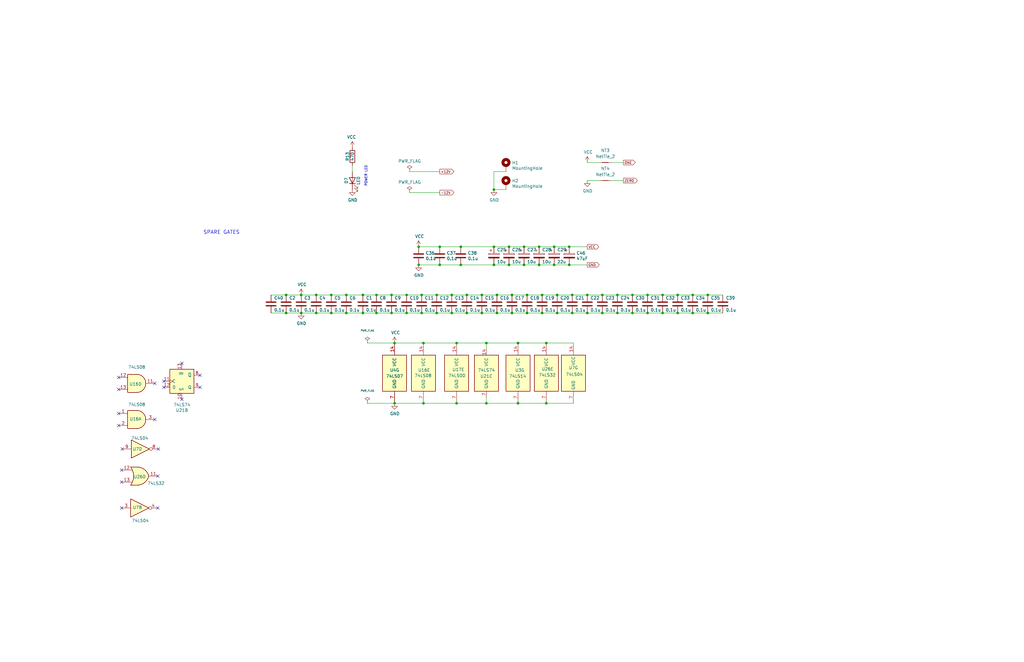
<source format=kicad_sch>
(kicad_sch (version 20211123) (generator eeschema)

  (uuid 6b243e9d-5e90-4a21-861b-d50de3ac528b)

  (paper "B")

  (title_block
    (title "Duodyne 65816 CPU board")
    (date "2024-05-05")
    (rev "V1.3")
  )

  (lib_symbols
    (symbol "74xx:74LS00" (pin_names (offset 1.016)) (in_bom yes) (on_board yes)
      (property "Reference" "U" (id 0) (at 0 1.27 0)
        (effects (font (size 1.27 1.27)))
      )
      (property "Value" "74LS00" (id 1) (at 0 -1.27 0)
        (effects (font (size 1.27 1.27)))
      )
      (property "Footprint" "" (id 2) (at 0 0 0)
        (effects (font (size 1.27 1.27)) hide)
      )
      (property "Datasheet" "http://www.ti.com/lit/gpn/sn74ls00" (id 3) (at 0 0 0)
        (effects (font (size 1.27 1.27)) hide)
      )
      (property "ki_locked" "" (id 4) (at 0 0 0)
        (effects (font (size 1.27 1.27)))
      )
      (property "ki_keywords" "TTL nand 2-input" (id 5) (at 0 0 0)
        (effects (font (size 1.27 1.27)) hide)
      )
      (property "ki_description" "quad 2-input NAND gate" (id 6) (at 0 0 0)
        (effects (font (size 1.27 1.27)) hide)
      )
      (property "ki_fp_filters" "DIP*W7.62mm* SO14*" (id 7) (at 0 0 0)
        (effects (font (size 1.27 1.27)) hide)
      )
      (symbol "74LS00_1_1"
        (arc (start 0 -3.81) (mid 3.81 0) (end 0 3.81)
          (stroke (width 0.254) (type default) (color 0 0 0 0))
          (fill (type background))
        )
        (polyline
          (pts
            (xy 0 3.81)
            (xy -3.81 3.81)
            (xy -3.81 -3.81)
            (xy 0 -3.81)
          )
          (stroke (width 0.254) (type default) (color 0 0 0 0))
          (fill (type background))
        )
        (pin input line (at -7.62 2.54 0) (length 3.81)
          (name "~" (effects (font (size 1.27 1.27))))
          (number "1" (effects (font (size 1.27 1.27))))
        )
        (pin input line (at -7.62 -2.54 0) (length 3.81)
          (name "~" (effects (font (size 1.27 1.27))))
          (number "2" (effects (font (size 1.27 1.27))))
        )
        (pin output inverted (at 7.62 0 180) (length 3.81)
          (name "~" (effects (font (size 1.27 1.27))))
          (number "3" (effects (font (size 1.27 1.27))))
        )
      )
      (symbol "74LS00_1_2"
        (arc (start -3.81 -3.81) (mid -2.589 0) (end -3.81 3.81)
          (stroke (width 0.254) (type default) (color 0 0 0 0))
          (fill (type none))
        )
        (arc (start -0.6096 -3.81) (mid 2.1842 -2.5851) (end 3.81 0)
          (stroke (width 0.254) (type default) (color 0 0 0 0))
          (fill (type background))
        )
        (polyline
          (pts
            (xy -3.81 -3.81)
            (xy -0.635 -3.81)
          )
          (stroke (width 0.254) (type default) (color 0 0 0 0))
          (fill (type background))
        )
        (polyline
          (pts
            (xy -3.81 3.81)
            (xy -0.635 3.81)
          )
          (stroke (width 0.254) (type default) (color 0 0 0 0))
          (fill (type background))
        )
        (polyline
          (pts
            (xy -0.635 3.81)
            (xy -3.81 3.81)
            (xy -3.81 3.81)
            (xy -3.556 3.4036)
            (xy -3.0226 2.2606)
            (xy -2.6924 1.0414)
            (xy -2.6162 -0.254)
            (xy -2.7686 -1.4986)
            (xy -3.175 -2.7178)
            (xy -3.81 -3.81)
            (xy -3.81 -3.81)
            (xy -0.635 -3.81)
          )
          (stroke (width -25.4) (type default) (color 0 0 0 0))
          (fill (type background))
        )
        (arc (start 3.81 0) (mid 2.1915 2.5936) (end -0.6096 3.81)
          (stroke (width 0.254) (type default) (color 0 0 0 0))
          (fill (type background))
        )
        (pin input inverted (at -7.62 2.54 0) (length 4.318)
          (name "~" (effects (font (size 1.27 1.27))))
          (number "1" (effects (font (size 1.27 1.27))))
        )
        (pin input inverted (at -7.62 -2.54 0) (length 4.318)
          (name "~" (effects (font (size 1.27 1.27))))
          (number "2" (effects (font (size 1.27 1.27))))
        )
        (pin output line (at 7.62 0 180) (length 3.81)
          (name "~" (effects (font (size 1.27 1.27))))
          (number "3" (effects (font (size 1.27 1.27))))
        )
      )
      (symbol "74LS00_2_1"
        (arc (start 0 -3.81) (mid 3.81 0) (end 0 3.81)
          (stroke (width 0.254) (type default) (color 0 0 0 0))
          (fill (type background))
        )
        (polyline
          (pts
            (xy 0 3.81)
            (xy -3.81 3.81)
            (xy -3.81 -3.81)
            (xy 0 -3.81)
          )
          (stroke (width 0.254) (type default) (color 0 0 0 0))
          (fill (type background))
        )
        (pin input line (at -7.62 2.54 0) (length 3.81)
          (name "~" (effects (font (size 1.27 1.27))))
          (number "4" (effects (font (size 1.27 1.27))))
        )
        (pin input line (at -7.62 -2.54 0) (length 3.81)
          (name "~" (effects (font (size 1.27 1.27))))
          (number "5" (effects (font (size 1.27 1.27))))
        )
        (pin output inverted (at 7.62 0 180) (length 3.81)
          (name "~" (effects (font (size 1.27 1.27))))
          (number "6" (effects (font (size 1.27 1.27))))
        )
      )
      (symbol "74LS00_2_2"
        (arc (start -3.81 -3.81) (mid -2.589 0) (end -3.81 3.81)
          (stroke (width 0.254) (type default) (color 0 0 0 0))
          (fill (type none))
        )
        (arc (start -0.6096 -3.81) (mid 2.1842 -2.5851) (end 3.81 0)
          (stroke (width 0.254) (type default) (color 0 0 0 0))
          (fill (type background))
        )
        (polyline
          (pts
            (xy -3.81 -3.81)
            (xy -0.635 -3.81)
          )
          (stroke (width 0.254) (type default) (color 0 0 0 0))
          (fill (type background))
        )
        (polyline
          (pts
            (xy -3.81 3.81)
            (xy -0.635 3.81)
          )
          (stroke (width 0.254) (type default) (color 0 0 0 0))
          (fill (type background))
        )
        (polyline
          (pts
            (xy -0.635 3.81)
            (xy -3.81 3.81)
            (xy -3.81 3.81)
            (xy -3.556 3.4036)
            (xy -3.0226 2.2606)
            (xy -2.6924 1.0414)
            (xy -2.6162 -0.254)
            (xy -2.7686 -1.4986)
            (xy -3.175 -2.7178)
            (xy -3.81 -3.81)
            (xy -3.81 -3.81)
            (xy -0.635 -3.81)
          )
          (stroke (width -25.4) (type default) (color 0 0 0 0))
          (fill (type background))
        )
        (arc (start 3.81 0) (mid 2.1915 2.5936) (end -0.6096 3.81)
          (stroke (width 0.254) (type default) (color 0 0 0 0))
          (fill (type background))
        )
        (pin input inverted (at -7.62 2.54 0) (length 4.318)
          (name "~" (effects (font (size 1.27 1.27))))
          (number "4" (effects (font (size 1.27 1.27))))
        )
        (pin input inverted (at -7.62 -2.54 0) (length 4.318)
          (name "~" (effects (font (size 1.27 1.27))))
          (number "5" (effects (font (size 1.27 1.27))))
        )
        (pin output line (at 7.62 0 180) (length 3.81)
          (name "~" (effects (font (size 1.27 1.27))))
          (number "6" (effects (font (size 1.27 1.27))))
        )
      )
      (symbol "74LS00_3_1"
        (arc (start 0 -3.81) (mid 3.81 0) (end 0 3.81)
          (stroke (width 0.254) (type default) (color 0 0 0 0))
          (fill (type background))
        )
        (polyline
          (pts
            (xy 0 3.81)
            (xy -3.81 3.81)
            (xy -3.81 -3.81)
            (xy 0 -3.81)
          )
          (stroke (width 0.254) (type default) (color 0 0 0 0))
          (fill (type background))
        )
        (pin input line (at -7.62 -2.54 0) (length 3.81)
          (name "~" (effects (font (size 1.27 1.27))))
          (number "10" (effects (font (size 1.27 1.27))))
        )
        (pin output inverted (at 7.62 0 180) (length 3.81)
          (name "~" (effects (font (size 1.27 1.27))))
          (number "8" (effects (font (size 1.27 1.27))))
        )
        (pin input line (at -7.62 2.54 0) (length 3.81)
          (name "~" (effects (font (size 1.27 1.27))))
          (number "9" (effects (font (size 1.27 1.27))))
        )
      )
      (symbol "74LS00_3_2"
        (arc (start -3.81 -3.81) (mid -2.589 0) (end -3.81 3.81)
          (stroke (width 0.254) (type default) (color 0 0 0 0))
          (fill (type none))
        )
        (arc (start -0.6096 -3.81) (mid 2.1842 -2.5851) (end 3.81 0)
          (stroke (width 0.254) (type default) (color 0 0 0 0))
          (fill (type background))
        )
        (polyline
          (pts
            (xy -3.81 -3.81)
            (xy -0.635 -3.81)
          )
          (stroke (width 0.254) (type default) (color 0 0 0 0))
          (fill (type background))
        )
        (polyline
          (pts
            (xy -3.81 3.81)
            (xy -0.635 3.81)
          )
          (stroke (width 0.254) (type default) (color 0 0 0 0))
          (fill (type background))
        )
        (polyline
          (pts
            (xy -0.635 3.81)
            (xy -3.81 3.81)
            (xy -3.81 3.81)
            (xy -3.556 3.4036)
            (xy -3.0226 2.2606)
            (xy -2.6924 1.0414)
            (xy -2.6162 -0.254)
            (xy -2.7686 -1.4986)
            (xy -3.175 -2.7178)
            (xy -3.81 -3.81)
            (xy -3.81 -3.81)
            (xy -0.635 -3.81)
          )
          (stroke (width -25.4) (type default) (color 0 0 0 0))
          (fill (type background))
        )
        (arc (start 3.81 0) (mid 2.1915 2.5936) (end -0.6096 3.81)
          (stroke (width 0.254) (type default) (color 0 0 0 0))
          (fill (type background))
        )
        (pin input inverted (at -7.62 -2.54 0) (length 4.318)
          (name "~" (effects (font (size 1.27 1.27))))
          (number "10" (effects (font (size 1.27 1.27))))
        )
        (pin output line (at 7.62 0 180) (length 3.81)
          (name "~" (effects (font (size 1.27 1.27))))
          (number "8" (effects (font (size 1.27 1.27))))
        )
        (pin input inverted (at -7.62 2.54 0) (length 4.318)
          (name "~" (effects (font (size 1.27 1.27))))
          (number "9" (effects (font (size 1.27 1.27))))
        )
      )
      (symbol "74LS00_4_1"
        (arc (start 0 -3.81) (mid 3.81 0) (end 0 3.81)
          (stroke (width 0.254) (type default) (color 0 0 0 0))
          (fill (type background))
        )
        (polyline
          (pts
            (xy 0 3.81)
            (xy -3.81 3.81)
            (xy -3.81 -3.81)
            (xy 0 -3.81)
          )
          (stroke (width 0.254) (type default) (color 0 0 0 0))
          (fill (type background))
        )
        (pin output inverted (at 7.62 0 180) (length 3.81)
          (name "~" (effects (font (size 1.27 1.27))))
          (number "11" (effects (font (size 1.27 1.27))))
        )
        (pin input line (at -7.62 2.54 0) (length 3.81)
          (name "~" (effects (font (size 1.27 1.27))))
          (number "12" (effects (font (size 1.27 1.27))))
        )
        (pin input line (at -7.62 -2.54 0) (length 3.81)
          (name "~" (effects (font (size 1.27 1.27))))
          (number "13" (effects (font (size 1.27 1.27))))
        )
      )
      (symbol "74LS00_4_2"
        (arc (start -3.81 -3.81) (mid -2.589 0) (end -3.81 3.81)
          (stroke (width 0.254) (type default) (color 0 0 0 0))
          (fill (type none))
        )
        (arc (start -0.6096 -3.81) (mid 2.1842 -2.5851) (end 3.81 0)
          (stroke (width 0.254) (type default) (color 0 0 0 0))
          (fill (type background))
        )
        (polyline
          (pts
            (xy -3.81 -3.81)
            (xy -0.635 -3.81)
          )
          (stroke (width 0.254) (type default) (color 0 0 0 0))
          (fill (type background))
        )
        (polyline
          (pts
            (xy -3.81 3.81)
            (xy -0.635 3.81)
          )
          (stroke (width 0.254) (type default) (color 0 0 0 0))
          (fill (type background))
        )
        (polyline
          (pts
            (xy -0.635 3.81)
            (xy -3.81 3.81)
            (xy -3.81 3.81)
            (xy -3.556 3.4036)
            (xy -3.0226 2.2606)
            (xy -2.6924 1.0414)
            (xy -2.6162 -0.254)
            (xy -2.7686 -1.4986)
            (xy -3.175 -2.7178)
            (xy -3.81 -3.81)
            (xy -3.81 -3.81)
            (xy -0.635 -3.81)
          )
          (stroke (width -25.4) (type default) (color 0 0 0 0))
          (fill (type background))
        )
        (arc (start 3.81 0) (mid 2.1915 2.5936) (end -0.6096 3.81)
          (stroke (width 0.254) (type default) (color 0 0 0 0))
          (fill (type background))
        )
        (pin output line (at 7.62 0 180) (length 3.81)
          (name "~" (effects (font (size 1.27 1.27))))
          (number "11" (effects (font (size 1.27 1.27))))
        )
        (pin input inverted (at -7.62 2.54 0) (length 4.318)
          (name "~" (effects (font (size 1.27 1.27))))
          (number "12" (effects (font (size 1.27 1.27))))
        )
        (pin input inverted (at -7.62 -2.54 0) (length 4.318)
          (name "~" (effects (font (size 1.27 1.27))))
          (number "13" (effects (font (size 1.27 1.27))))
        )
      )
      (symbol "74LS00_5_0"
        (pin power_in line (at 0 12.7 270) (length 5.08)
          (name "VCC" (effects (font (size 1.27 1.27))))
          (number "14" (effects (font (size 1.27 1.27))))
        )
        (pin power_in line (at 0 -12.7 90) (length 5.08)
          (name "GND" (effects (font (size 1.27 1.27))))
          (number "7" (effects (font (size 1.27 1.27))))
        )
      )
      (symbol "74LS00_5_1"
        (rectangle (start -5.08 7.62) (end 5.08 -7.62)
          (stroke (width 0.254) (type default) (color 0 0 0 0))
          (fill (type background))
        )
      )
    )
    (symbol "74xx:74LS04" (in_bom yes) (on_board yes)
      (property "Reference" "U" (id 0) (at 0 1.27 0)
        (effects (font (size 1.27 1.27)))
      )
      (property "Value" "74LS04" (id 1) (at 0 -1.27 0)
        (effects (font (size 1.27 1.27)))
      )
      (property "Footprint" "" (id 2) (at 0 0 0)
        (effects (font (size 1.27 1.27)) hide)
      )
      (property "Datasheet" "http://www.ti.com/lit/gpn/sn74LS04" (id 3) (at 0 0 0)
        (effects (font (size 1.27 1.27)) hide)
      )
      (property "ki_locked" "" (id 4) (at 0 0 0)
        (effects (font (size 1.27 1.27)))
      )
      (property "ki_keywords" "TTL not inv" (id 5) (at 0 0 0)
        (effects (font (size 1.27 1.27)) hide)
      )
      (property "ki_description" "Hex Inverter" (id 6) (at 0 0 0)
        (effects (font (size 1.27 1.27)) hide)
      )
      (property "ki_fp_filters" "DIP*W7.62mm* SSOP?14* TSSOP?14*" (id 7) (at 0 0 0)
        (effects (font (size 1.27 1.27)) hide)
      )
      (symbol "74LS04_1_0"
        (polyline
          (pts
            (xy -3.81 3.81)
            (xy -3.81 -3.81)
            (xy 3.81 0)
            (xy -3.81 3.81)
          )
          (stroke (width 0.254) (type default) (color 0 0 0 0))
          (fill (type background))
        )
        (pin input line (at -7.62 0 0) (length 3.81)
          (name "~" (effects (font (size 1.27 1.27))))
          (number "1" (effects (font (size 1.27 1.27))))
        )
        (pin output inverted (at 7.62 0 180) (length 3.81)
          (name "~" (effects (font (size 1.27 1.27))))
          (number "2" (effects (font (size 1.27 1.27))))
        )
      )
      (symbol "74LS04_2_0"
        (polyline
          (pts
            (xy -3.81 3.81)
            (xy -3.81 -3.81)
            (xy 3.81 0)
            (xy -3.81 3.81)
          )
          (stroke (width 0.254) (type default) (color 0 0 0 0))
          (fill (type background))
        )
        (pin input line (at -7.62 0 0) (length 3.81)
          (name "~" (effects (font (size 1.27 1.27))))
          (number "3" (effects (font (size 1.27 1.27))))
        )
        (pin output inverted (at 7.62 0 180) (length 3.81)
          (name "~" (effects (font (size 1.27 1.27))))
          (number "4" (effects (font (size 1.27 1.27))))
        )
      )
      (symbol "74LS04_3_0"
        (polyline
          (pts
            (xy -3.81 3.81)
            (xy -3.81 -3.81)
            (xy 3.81 0)
            (xy -3.81 3.81)
          )
          (stroke (width 0.254) (type default) (color 0 0 0 0))
          (fill (type background))
        )
        (pin input line (at -7.62 0 0) (length 3.81)
          (name "~" (effects (font (size 1.27 1.27))))
          (number "5" (effects (font (size 1.27 1.27))))
        )
        (pin output inverted (at 7.62 0 180) (length 3.81)
          (name "~" (effects (font (size 1.27 1.27))))
          (number "6" (effects (font (size 1.27 1.27))))
        )
      )
      (symbol "74LS04_4_0"
        (polyline
          (pts
            (xy -3.81 3.81)
            (xy -3.81 -3.81)
            (xy 3.81 0)
            (xy -3.81 3.81)
          )
          (stroke (width 0.254) (type default) (color 0 0 0 0))
          (fill (type background))
        )
        (pin output inverted (at 7.62 0 180) (length 3.81)
          (name "~" (effects (font (size 1.27 1.27))))
          (number "8" (effects (font (size 1.27 1.27))))
        )
        (pin input line (at -7.62 0 0) (length 3.81)
          (name "~" (effects (font (size 1.27 1.27))))
          (number "9" (effects (font (size 1.27 1.27))))
        )
      )
      (symbol "74LS04_5_0"
        (polyline
          (pts
            (xy -3.81 3.81)
            (xy -3.81 -3.81)
            (xy 3.81 0)
            (xy -3.81 3.81)
          )
          (stroke (width 0.254) (type default) (color 0 0 0 0))
          (fill (type background))
        )
        (pin output inverted (at 7.62 0 180) (length 3.81)
          (name "~" (effects (font (size 1.27 1.27))))
          (number "10" (effects (font (size 1.27 1.27))))
        )
        (pin input line (at -7.62 0 0) (length 3.81)
          (name "~" (effects (font (size 1.27 1.27))))
          (number "11" (effects (font (size 1.27 1.27))))
        )
      )
      (symbol "74LS04_6_0"
        (polyline
          (pts
            (xy -3.81 3.81)
            (xy -3.81 -3.81)
            (xy 3.81 0)
            (xy -3.81 3.81)
          )
          (stroke (width 0.254) (type default) (color 0 0 0 0))
          (fill (type background))
        )
        (pin output inverted (at 7.62 0 180) (length 3.81)
          (name "~" (effects (font (size 1.27 1.27))))
          (number "12" (effects (font (size 1.27 1.27))))
        )
        (pin input line (at -7.62 0 0) (length 3.81)
          (name "~" (effects (font (size 1.27 1.27))))
          (number "13" (effects (font (size 1.27 1.27))))
        )
      )
      (symbol "74LS04_7_0"
        (pin power_in line (at 0 12.7 270) (length 5.08)
          (name "VCC" (effects (font (size 1.27 1.27))))
          (number "14" (effects (font (size 1.27 1.27))))
        )
        (pin power_in line (at 0 -12.7 90) (length 5.08)
          (name "GND" (effects (font (size 1.27 1.27))))
          (number "7" (effects (font (size 1.27 1.27))))
        )
      )
      (symbol "74LS04_7_1"
        (rectangle (start -5.08 7.62) (end 5.08 -7.62)
          (stroke (width 0.254) (type default) (color 0 0 0 0))
          (fill (type background))
        )
      )
    )
    (symbol "74xx:74LS07" (pin_names (offset 1.016)) (in_bom yes) (on_board yes)
      (property "Reference" "U" (id 0) (at 0 1.27 0)
        (effects (font (size 1.27 1.27)))
      )
      (property "Value" "74LS07" (id 1) (at 0 -1.27 0)
        (effects (font (size 1.27 1.27)))
      )
      (property "Footprint" "" (id 2) (at 0 0 0)
        (effects (font (size 1.27 1.27)) hide)
      )
      (property "Datasheet" "www.ti.com/lit/ds/symlink/sn74ls07.pdf" (id 3) (at 0 0 0)
        (effects (font (size 1.27 1.27)) hide)
      )
      (property "ki_locked" "" (id 4) (at 0 0 0)
        (effects (font (size 1.27 1.27)))
      )
      (property "ki_keywords" "TTL hex buffer OpenCol" (id 5) (at 0 0 0)
        (effects (font (size 1.27 1.27)) hide)
      )
      (property "ki_description" "Hex Buffers and Drivers With Open Collector High Voltage Outputs" (id 6) (at 0 0 0)
        (effects (font (size 1.27 1.27)) hide)
      )
      (property "ki_fp_filters" "SOIC*3.9x8.7mm*P1.27mm* TSSOP*4.4x5mm*P0.65mm* DIP*W7.62mm*" (id 7) (at 0 0 0)
        (effects (font (size 1.27 1.27)) hide)
      )
      (symbol "74LS07_1_0"
        (polyline
          (pts
            (xy -3.81 3.81)
            (xy -3.81 -3.81)
            (xy 3.81 0)
            (xy -3.81 3.81)
          )
          (stroke (width 0.254) (type default) (color 0 0 0 0))
          (fill (type background))
        )
        (pin input line (at -7.62 0 0) (length 3.81)
          (name "~" (effects (font (size 1.27 1.27))))
          (number "1" (effects (font (size 1.27 1.27))))
        )
        (pin open_collector line (at 7.62 0 180) (length 3.81)
          (name "~" (effects (font (size 1.27 1.27))))
          (number "2" (effects (font (size 1.27 1.27))))
        )
      )
      (symbol "74LS07_2_0"
        (polyline
          (pts
            (xy -3.81 3.81)
            (xy -3.81 -3.81)
            (xy 3.81 0)
            (xy -3.81 3.81)
          )
          (stroke (width 0.254) (type default) (color 0 0 0 0))
          (fill (type background))
        )
        (pin input line (at -7.62 0 0) (length 3.81)
          (name "~" (effects (font (size 1.27 1.27))))
          (number "3" (effects (font (size 1.27 1.27))))
        )
        (pin open_collector line (at 7.62 0 180) (length 3.81)
          (name "~" (effects (font (size 1.27 1.27))))
          (number "4" (effects (font (size 1.27 1.27))))
        )
      )
      (symbol "74LS07_3_0"
        (polyline
          (pts
            (xy -3.81 3.81)
            (xy -3.81 -3.81)
            (xy 3.81 0)
            (xy -3.81 3.81)
          )
          (stroke (width 0.254) (type default) (color 0 0 0 0))
          (fill (type background))
        )
        (pin input line (at -7.62 0 0) (length 3.81)
          (name "~" (effects (font (size 1.27 1.27))))
          (number "5" (effects (font (size 1.27 1.27))))
        )
        (pin open_collector line (at 7.62 0 180) (length 3.81)
          (name "~" (effects (font (size 1.27 1.27))))
          (number "6" (effects (font (size 1.27 1.27))))
        )
      )
      (symbol "74LS07_4_0"
        (polyline
          (pts
            (xy -3.81 3.81)
            (xy -3.81 -3.81)
            (xy 3.81 0)
            (xy -3.81 3.81)
          )
          (stroke (width 0.254) (type default) (color 0 0 0 0))
          (fill (type background))
        )
        (pin open_collector line (at 7.62 0 180) (length 3.81)
          (name "~" (effects (font (size 1.27 1.27))))
          (number "8" (effects (font (size 1.27 1.27))))
        )
        (pin input line (at -7.62 0 0) (length 3.81)
          (name "~" (effects (font (size 1.27 1.27))))
          (number "9" (effects (font (size 1.27 1.27))))
        )
      )
      (symbol "74LS07_5_0"
        (polyline
          (pts
            (xy -3.81 3.81)
            (xy -3.81 -3.81)
            (xy 3.81 0)
            (xy -3.81 3.81)
          )
          (stroke (width 0.254) (type default) (color 0 0 0 0))
          (fill (type background))
        )
        (pin open_collector line (at 7.62 0 180) (length 3.81)
          (name "~" (effects (font (size 1.27 1.27))))
          (number "10" (effects (font (size 1.27 1.27))))
        )
        (pin input line (at -7.62 0 0) (length 3.81)
          (name "~" (effects (font (size 1.27 1.27))))
          (number "11" (effects (font (size 1.27 1.27))))
        )
      )
      (symbol "74LS07_6_0"
        (polyline
          (pts
            (xy -3.81 3.81)
            (xy -3.81 -3.81)
            (xy 3.81 0)
            (xy -3.81 3.81)
          )
          (stroke (width 0.254) (type default) (color 0 0 0 0))
          (fill (type background))
        )
        (pin open_collector line (at 7.62 0 180) (length 3.81)
          (name "~" (effects (font (size 1.27 1.27))))
          (number "12" (effects (font (size 1.27 1.27))))
        )
        (pin input line (at -7.62 0 0) (length 3.81)
          (name "~" (effects (font (size 1.27 1.27))))
          (number "13" (effects (font (size 1.27 1.27))))
        )
      )
      (symbol "74LS07_7_0"
        (pin power_in line (at 0 12.7 270) (length 5.08)
          (name "VCC" (effects (font (size 1.27 1.27))))
          (number "14" (effects (font (size 1.27 1.27))))
        )
        (pin power_in line (at 0 -12.7 90) (length 5.08)
          (name "GND" (effects (font (size 1.27 1.27))))
          (number "7" (effects (font (size 1.27 1.27))))
        )
      )
      (symbol "74LS07_7_1"
        (rectangle (start -5.08 7.62) (end 5.08 -7.62)
          (stroke (width 0.254) (type default) (color 0 0 0 0))
          (fill (type background))
        )
      )
    )
    (symbol "74xx:74LS08" (pin_names (offset 1.016)) (in_bom yes) (on_board yes)
      (property "Reference" "U" (id 0) (at 0 1.27 0)
        (effects (font (size 1.27 1.27)))
      )
      (property "Value" "74LS08" (id 1) (at 0 -1.27 0)
        (effects (font (size 1.27 1.27)))
      )
      (property "Footprint" "" (id 2) (at 0 0 0)
        (effects (font (size 1.27 1.27)) hide)
      )
      (property "Datasheet" "http://www.ti.com/lit/gpn/sn74LS08" (id 3) (at 0 0 0)
        (effects (font (size 1.27 1.27)) hide)
      )
      (property "ki_locked" "" (id 4) (at 0 0 0)
        (effects (font (size 1.27 1.27)))
      )
      (property "ki_keywords" "TTL and2" (id 5) (at 0 0 0)
        (effects (font (size 1.27 1.27)) hide)
      )
      (property "ki_description" "Quad And2" (id 6) (at 0 0 0)
        (effects (font (size 1.27 1.27)) hide)
      )
      (property "ki_fp_filters" "DIP*W7.62mm*" (id 7) (at 0 0 0)
        (effects (font (size 1.27 1.27)) hide)
      )
      (symbol "74LS08_1_1"
        (arc (start 0 -3.81) (mid 3.81 0) (end 0 3.81)
          (stroke (width 0.254) (type default) (color 0 0 0 0))
          (fill (type background))
        )
        (polyline
          (pts
            (xy 0 3.81)
            (xy -3.81 3.81)
            (xy -3.81 -3.81)
            (xy 0 -3.81)
          )
          (stroke (width 0.254) (type default) (color 0 0 0 0))
          (fill (type background))
        )
        (pin input line (at -7.62 2.54 0) (length 3.81)
          (name "~" (effects (font (size 1.27 1.27))))
          (number "1" (effects (font (size 1.27 1.27))))
        )
        (pin input line (at -7.62 -2.54 0) (length 3.81)
          (name "~" (effects (font (size 1.27 1.27))))
          (number "2" (effects (font (size 1.27 1.27))))
        )
        (pin output line (at 7.62 0 180) (length 3.81)
          (name "~" (effects (font (size 1.27 1.27))))
          (number "3" (effects (font (size 1.27 1.27))))
        )
      )
      (symbol "74LS08_1_2"
        (arc (start -3.81 -3.81) (mid -2.589 0) (end -3.81 3.81)
          (stroke (width 0.254) (type default) (color 0 0 0 0))
          (fill (type none))
        )
        (arc (start -0.6096 -3.81) (mid 2.1842 -2.5851) (end 3.81 0)
          (stroke (width 0.254) (type default) (color 0 0 0 0))
          (fill (type background))
        )
        (polyline
          (pts
            (xy -3.81 -3.81)
            (xy -0.635 -3.81)
          )
          (stroke (width 0.254) (type default) (color 0 0 0 0))
          (fill (type background))
        )
        (polyline
          (pts
            (xy -3.81 3.81)
            (xy -0.635 3.81)
          )
          (stroke (width 0.254) (type default) (color 0 0 0 0))
          (fill (type background))
        )
        (polyline
          (pts
            (xy -0.635 3.81)
            (xy -3.81 3.81)
            (xy -3.81 3.81)
            (xy -3.556 3.4036)
            (xy -3.0226 2.2606)
            (xy -2.6924 1.0414)
            (xy -2.6162 -0.254)
            (xy -2.7686 -1.4986)
            (xy -3.175 -2.7178)
            (xy -3.81 -3.81)
            (xy -3.81 -3.81)
            (xy -0.635 -3.81)
          )
          (stroke (width -25.4) (type default) (color 0 0 0 0))
          (fill (type background))
        )
        (arc (start 3.81 0) (mid 2.1915 2.5936) (end -0.6096 3.81)
          (stroke (width 0.254) (type default) (color 0 0 0 0))
          (fill (type background))
        )
        (pin input inverted (at -7.62 2.54 0) (length 4.318)
          (name "~" (effects (font (size 1.27 1.27))))
          (number "1" (effects (font (size 1.27 1.27))))
        )
        (pin input inverted (at -7.62 -2.54 0) (length 4.318)
          (name "~" (effects (font (size 1.27 1.27))))
          (number "2" (effects (font (size 1.27 1.27))))
        )
        (pin output inverted (at 7.62 0 180) (length 3.81)
          (name "~" (effects (font (size 1.27 1.27))))
          (number "3" (effects (font (size 1.27 1.27))))
        )
      )
      (symbol "74LS08_2_1"
        (arc (start 0 -3.81) (mid 3.81 0) (end 0 3.81)
          (stroke (width 0.254) (type default) (color 0 0 0 0))
          (fill (type background))
        )
        (polyline
          (pts
            (xy 0 3.81)
            (xy -3.81 3.81)
            (xy -3.81 -3.81)
            (xy 0 -3.81)
          )
          (stroke (width 0.254) (type default) (color 0 0 0 0))
          (fill (type background))
        )
        (pin input line (at -7.62 2.54 0) (length 3.81)
          (name "~" (effects (font (size 1.27 1.27))))
          (number "4" (effects (font (size 1.27 1.27))))
        )
        (pin input line (at -7.62 -2.54 0) (length 3.81)
          (name "~" (effects (font (size 1.27 1.27))))
          (number "5" (effects (font (size 1.27 1.27))))
        )
        (pin output line (at 7.62 0 180) (length 3.81)
          (name "~" (effects (font (size 1.27 1.27))))
          (number "6" (effects (font (size 1.27 1.27))))
        )
      )
      (symbol "74LS08_2_2"
        (arc (start -3.81 -3.81) (mid -2.589 0) (end -3.81 3.81)
          (stroke (width 0.254) (type default) (color 0 0 0 0))
          (fill (type none))
        )
        (arc (start -0.6096 -3.81) (mid 2.1842 -2.5851) (end 3.81 0)
          (stroke (width 0.254) (type default) (color 0 0 0 0))
          (fill (type background))
        )
        (polyline
          (pts
            (xy -3.81 -3.81)
            (xy -0.635 -3.81)
          )
          (stroke (width 0.254) (type default) (color 0 0 0 0))
          (fill (type background))
        )
        (polyline
          (pts
            (xy -3.81 3.81)
            (xy -0.635 3.81)
          )
          (stroke (width 0.254) (type default) (color 0 0 0 0))
          (fill (type background))
        )
        (polyline
          (pts
            (xy -0.635 3.81)
            (xy -3.81 3.81)
            (xy -3.81 3.81)
            (xy -3.556 3.4036)
            (xy -3.0226 2.2606)
            (xy -2.6924 1.0414)
            (xy -2.6162 -0.254)
            (xy -2.7686 -1.4986)
            (xy -3.175 -2.7178)
            (xy -3.81 -3.81)
            (xy -3.81 -3.81)
            (xy -0.635 -3.81)
          )
          (stroke (width -25.4) (type default) (color 0 0 0 0))
          (fill (type background))
        )
        (arc (start 3.81 0) (mid 2.1915 2.5936) (end -0.6096 3.81)
          (stroke (width 0.254) (type default) (color 0 0 0 0))
          (fill (type background))
        )
        (pin input inverted (at -7.62 2.54 0) (length 4.318)
          (name "~" (effects (font (size 1.27 1.27))))
          (number "4" (effects (font (size 1.27 1.27))))
        )
        (pin input inverted (at -7.62 -2.54 0) (length 4.318)
          (name "~" (effects (font (size 1.27 1.27))))
          (number "5" (effects (font (size 1.27 1.27))))
        )
        (pin output inverted (at 7.62 0 180) (length 3.81)
          (name "~" (effects (font (size 1.27 1.27))))
          (number "6" (effects (font (size 1.27 1.27))))
        )
      )
      (symbol "74LS08_3_1"
        (arc (start 0 -3.81) (mid 3.81 0) (end 0 3.81)
          (stroke (width 0.254) (type default) (color 0 0 0 0))
          (fill (type background))
        )
        (polyline
          (pts
            (xy 0 3.81)
            (xy -3.81 3.81)
            (xy -3.81 -3.81)
            (xy 0 -3.81)
          )
          (stroke (width 0.254) (type default) (color 0 0 0 0))
          (fill (type background))
        )
        (pin input line (at -7.62 -2.54 0) (length 3.81)
          (name "~" (effects (font (size 1.27 1.27))))
          (number "10" (effects (font (size 1.27 1.27))))
        )
        (pin output line (at 7.62 0 180) (length 3.81)
          (name "~" (effects (font (size 1.27 1.27))))
          (number "8" (effects (font (size 1.27 1.27))))
        )
        (pin input line (at -7.62 2.54 0) (length 3.81)
          (name "~" (effects (font (size 1.27 1.27))))
          (number "9" (effects (font (size 1.27 1.27))))
        )
      )
      (symbol "74LS08_3_2"
        (arc (start -3.81 -3.81) (mid -2.589 0) (end -3.81 3.81)
          (stroke (width 0.254) (type default) (color 0 0 0 0))
          (fill (type none))
        )
        (arc (start -0.6096 -3.81) (mid 2.1842 -2.5851) (end 3.81 0)
          (stroke (width 0.254) (type default) (color 0 0 0 0))
          (fill (type background))
        )
        (polyline
          (pts
            (xy -3.81 -3.81)
            (xy -0.635 -3.81)
          )
          (stroke (width 0.254) (type default) (color 0 0 0 0))
          (fill (type background))
        )
        (polyline
          (pts
            (xy -3.81 3.81)
            (xy -0.635 3.81)
          )
          (stroke (width 0.254) (type default) (color 0 0 0 0))
          (fill (type background))
        )
        (polyline
          (pts
            (xy -0.635 3.81)
            (xy -3.81 3.81)
            (xy -3.81 3.81)
            (xy -3.556 3.4036)
            (xy -3.0226 2.2606)
            (xy -2.6924 1.0414)
            (xy -2.6162 -0.254)
            (xy -2.7686 -1.4986)
            (xy -3.175 -2.7178)
            (xy -3.81 -3.81)
            (xy -3.81 -3.81)
            (xy -0.635 -3.81)
          )
          (stroke (width -25.4) (type default) (color 0 0 0 0))
          (fill (type background))
        )
        (arc (start 3.81 0) (mid 2.1915 2.5936) (end -0.6096 3.81)
          (stroke (width 0.254) (type default) (color 0 0 0 0))
          (fill (type background))
        )
        (pin input inverted (at -7.62 -2.54 0) (length 4.318)
          (name "~" (effects (font (size 1.27 1.27))))
          (number "10" (effects (font (size 1.27 1.27))))
        )
        (pin output inverted (at 7.62 0 180) (length 3.81)
          (name "~" (effects (font (size 1.27 1.27))))
          (number "8" (effects (font (size 1.27 1.27))))
        )
        (pin input inverted (at -7.62 2.54 0) (length 4.318)
          (name "~" (effects (font (size 1.27 1.27))))
          (number "9" (effects (font (size 1.27 1.27))))
        )
      )
      (symbol "74LS08_4_1"
        (arc (start 0 -3.81) (mid 3.81 0) (end 0 3.81)
          (stroke (width 0.254) (type default) (color 0 0 0 0))
          (fill (type background))
        )
        (polyline
          (pts
            (xy 0 3.81)
            (xy -3.81 3.81)
            (xy -3.81 -3.81)
            (xy 0 -3.81)
          )
          (stroke (width 0.254) (type default) (color 0 0 0 0))
          (fill (type background))
        )
        (pin output line (at 7.62 0 180) (length 3.81)
          (name "~" (effects (font (size 1.27 1.27))))
          (number "11" (effects (font (size 1.27 1.27))))
        )
        (pin input line (at -7.62 2.54 0) (length 3.81)
          (name "~" (effects (font (size 1.27 1.27))))
          (number "12" (effects (font (size 1.27 1.27))))
        )
        (pin input line (at -7.62 -2.54 0) (length 3.81)
          (name "~" (effects (font (size 1.27 1.27))))
          (number "13" (effects (font (size 1.27 1.27))))
        )
      )
      (symbol "74LS08_4_2"
        (arc (start -3.81 -3.81) (mid -2.589 0) (end -3.81 3.81)
          (stroke (width 0.254) (type default) (color 0 0 0 0))
          (fill (type none))
        )
        (arc (start -0.6096 -3.81) (mid 2.1842 -2.5851) (end 3.81 0)
          (stroke (width 0.254) (type default) (color 0 0 0 0))
          (fill (type background))
        )
        (polyline
          (pts
            (xy -3.81 -3.81)
            (xy -0.635 -3.81)
          )
          (stroke (width 0.254) (type default) (color 0 0 0 0))
          (fill (type background))
        )
        (polyline
          (pts
            (xy -3.81 3.81)
            (xy -0.635 3.81)
          )
          (stroke (width 0.254) (type default) (color 0 0 0 0))
          (fill (type background))
        )
        (polyline
          (pts
            (xy -0.635 3.81)
            (xy -3.81 3.81)
            (xy -3.81 3.81)
            (xy -3.556 3.4036)
            (xy -3.0226 2.2606)
            (xy -2.6924 1.0414)
            (xy -2.6162 -0.254)
            (xy -2.7686 -1.4986)
            (xy -3.175 -2.7178)
            (xy -3.81 -3.81)
            (xy -3.81 -3.81)
            (xy -0.635 -3.81)
          )
          (stroke (width -25.4) (type default) (color 0 0 0 0))
          (fill (type background))
        )
        (arc (start 3.81 0) (mid 2.1915 2.5936) (end -0.6096 3.81)
          (stroke (width 0.254) (type default) (color 0 0 0 0))
          (fill (type background))
        )
        (pin output inverted (at 7.62 0 180) (length 3.81)
          (name "~" (effects (font (size 1.27 1.27))))
          (number "11" (effects (font (size 1.27 1.27))))
        )
        (pin input inverted (at -7.62 2.54 0) (length 4.318)
          (name "~" (effects (font (size 1.27 1.27))))
          (number "12" (effects (font (size 1.27 1.27))))
        )
        (pin input inverted (at -7.62 -2.54 0) (length 4.318)
          (name "~" (effects (font (size 1.27 1.27))))
          (number "13" (effects (font (size 1.27 1.27))))
        )
      )
      (symbol "74LS08_5_0"
        (pin power_in line (at 0 12.7 270) (length 5.08)
          (name "VCC" (effects (font (size 1.27 1.27))))
          (number "14" (effects (font (size 1.27 1.27))))
        )
        (pin power_in line (at 0 -12.7 90) (length 5.08)
          (name "GND" (effects (font (size 1.27 1.27))))
          (number "7" (effects (font (size 1.27 1.27))))
        )
      )
      (symbol "74LS08_5_1"
        (rectangle (start -5.08 7.62) (end 5.08 -7.62)
          (stroke (width 0.254) (type default) (color 0 0 0 0))
          (fill (type background))
        )
      )
    )
    (symbol "74xx:74LS14" (pin_names (offset 1.016)) (in_bom yes) (on_board yes)
      (property "Reference" "U" (id 0) (at 0 1.27 0)
        (effects (font (size 1.27 1.27)))
      )
      (property "Value" "74LS14" (id 1) (at 0 -1.27 0)
        (effects (font (size 1.27 1.27)))
      )
      (property "Footprint" "" (id 2) (at 0 0 0)
        (effects (font (size 1.27 1.27)) hide)
      )
      (property "Datasheet" "http://www.ti.com/lit/gpn/sn74LS14" (id 3) (at 0 0 0)
        (effects (font (size 1.27 1.27)) hide)
      )
      (property "ki_locked" "" (id 4) (at 0 0 0)
        (effects (font (size 1.27 1.27)))
      )
      (property "ki_keywords" "TTL not inverter" (id 5) (at 0 0 0)
        (effects (font (size 1.27 1.27)) hide)
      )
      (property "ki_description" "Hex inverter schmitt trigger" (id 6) (at 0 0 0)
        (effects (font (size 1.27 1.27)) hide)
      )
      (property "ki_fp_filters" "DIP*W7.62mm*" (id 7) (at 0 0 0)
        (effects (font (size 1.27 1.27)) hide)
      )
      (symbol "74LS14_1_0"
        (polyline
          (pts
            (xy -3.81 3.81)
            (xy -3.81 -3.81)
            (xy 3.81 0)
            (xy -3.81 3.81)
          )
          (stroke (width 0.254) (type default) (color 0 0 0 0))
          (fill (type background))
        )
        (pin input line (at -7.62 0 0) (length 3.81)
          (name "~" (effects (font (size 1.27 1.27))))
          (number "1" (effects (font (size 1.27 1.27))))
        )
        (pin output inverted (at 7.62 0 180) (length 3.81)
          (name "~" (effects (font (size 1.27 1.27))))
          (number "2" (effects (font (size 1.27 1.27))))
        )
      )
      (symbol "74LS14_1_1"
        (polyline
          (pts
            (xy -1.905 -1.27)
            (xy -1.905 1.27)
            (xy -0.635 1.27)
          )
          (stroke (width 0) (type default) (color 0 0 0 0))
          (fill (type none))
        )
        (polyline
          (pts
            (xy -2.54 -1.27)
            (xy -0.635 -1.27)
            (xy -0.635 1.27)
            (xy 0 1.27)
          )
          (stroke (width 0) (type default) (color 0 0 0 0))
          (fill (type none))
        )
      )
      (symbol "74LS14_2_0"
        (polyline
          (pts
            (xy -3.81 3.81)
            (xy -3.81 -3.81)
            (xy 3.81 0)
            (xy -3.81 3.81)
          )
          (stroke (width 0.254) (type default) (color 0 0 0 0))
          (fill (type background))
        )
        (pin input line (at -7.62 0 0) (length 3.81)
          (name "~" (effects (font (size 1.27 1.27))))
          (number "3" (effects (font (size 1.27 1.27))))
        )
        (pin output inverted (at 7.62 0 180) (length 3.81)
          (name "~" (effects (font (size 1.27 1.27))))
          (number "4" (effects (font (size 1.27 1.27))))
        )
      )
      (symbol "74LS14_2_1"
        (polyline
          (pts
            (xy -1.905 -1.27)
            (xy -1.905 1.27)
            (xy -0.635 1.27)
          )
          (stroke (width 0) (type default) (color 0 0 0 0))
          (fill (type none))
        )
        (polyline
          (pts
            (xy -2.54 -1.27)
            (xy -0.635 -1.27)
            (xy -0.635 1.27)
            (xy 0 1.27)
          )
          (stroke (width 0) (type default) (color 0 0 0 0))
          (fill (type none))
        )
      )
      (symbol "74LS14_3_0"
        (polyline
          (pts
            (xy -3.81 3.81)
            (xy -3.81 -3.81)
            (xy 3.81 0)
            (xy -3.81 3.81)
          )
          (stroke (width 0.254) (type default) (color 0 0 0 0))
          (fill (type background))
        )
        (pin input line (at -7.62 0 0) (length 3.81)
          (name "~" (effects (font (size 1.27 1.27))))
          (number "5" (effects (font (size 1.27 1.27))))
        )
        (pin output inverted (at 7.62 0 180) (length 3.81)
          (name "~" (effects (font (size 1.27 1.27))))
          (number "6" (effects (font (size 1.27 1.27))))
        )
      )
      (symbol "74LS14_3_1"
        (polyline
          (pts
            (xy -1.905 -1.27)
            (xy -1.905 1.27)
            (xy -0.635 1.27)
          )
          (stroke (width 0) (type default) (color 0 0 0 0))
          (fill (type none))
        )
        (polyline
          (pts
            (xy -2.54 -1.27)
            (xy -0.635 -1.27)
            (xy -0.635 1.27)
            (xy 0 1.27)
          )
          (stroke (width 0) (type default) (color 0 0 0 0))
          (fill (type none))
        )
      )
      (symbol "74LS14_4_0"
        (polyline
          (pts
            (xy -3.81 3.81)
            (xy -3.81 -3.81)
            (xy 3.81 0)
            (xy -3.81 3.81)
          )
          (stroke (width 0.254) (type default) (color 0 0 0 0))
          (fill (type background))
        )
        (pin output inverted (at 7.62 0 180) (length 3.81)
          (name "~" (effects (font (size 1.27 1.27))))
          (number "8" (effects (font (size 1.27 1.27))))
        )
        (pin input line (at -7.62 0 0) (length 3.81)
          (name "~" (effects (font (size 1.27 1.27))))
          (number "9" (effects (font (size 1.27 1.27))))
        )
      )
      (symbol "74LS14_4_1"
        (polyline
          (pts
            (xy -1.905 -1.27)
            (xy -1.905 1.27)
            (xy -0.635 1.27)
          )
          (stroke (width 0) (type default) (color 0 0 0 0))
          (fill (type none))
        )
        (polyline
          (pts
            (xy -2.54 -1.27)
            (xy -0.635 -1.27)
            (xy -0.635 1.27)
            (xy 0 1.27)
          )
          (stroke (width 0) (type default) (color 0 0 0 0))
          (fill (type none))
        )
      )
      (symbol "74LS14_5_0"
        (polyline
          (pts
            (xy -3.81 3.81)
            (xy -3.81 -3.81)
            (xy 3.81 0)
            (xy -3.81 3.81)
          )
          (stroke (width 0.254) (type default) (color 0 0 0 0))
          (fill (type background))
        )
        (pin output inverted (at 7.62 0 180) (length 3.81)
          (name "~" (effects (font (size 1.27 1.27))))
          (number "10" (effects (font (size 1.27 1.27))))
        )
        (pin input line (at -7.62 0 0) (length 3.81)
          (name "~" (effects (font (size 1.27 1.27))))
          (number "11" (effects (font (size 1.27 1.27))))
        )
      )
      (symbol "74LS14_5_1"
        (polyline
          (pts
            (xy -1.905 -1.27)
            (xy -1.905 1.27)
            (xy -0.635 1.27)
          )
          (stroke (width 0) (type default) (color 0 0 0 0))
          (fill (type none))
        )
        (polyline
          (pts
            (xy -2.54 -1.27)
            (xy -0.635 -1.27)
            (xy -0.635 1.27)
            (xy 0 1.27)
          )
          (stroke (width 0) (type default) (color 0 0 0 0))
          (fill (type none))
        )
      )
      (symbol "74LS14_6_0"
        (polyline
          (pts
            (xy -3.81 3.81)
            (xy -3.81 -3.81)
            (xy 3.81 0)
            (xy -3.81 3.81)
          )
          (stroke (width 0.254) (type default) (color 0 0 0 0))
          (fill (type background))
        )
        (pin output inverted (at 7.62 0 180) (length 3.81)
          (name "~" (effects (font (size 1.27 1.27))))
          (number "12" (effects (font (size 1.27 1.27))))
        )
        (pin input line (at -7.62 0 0) (length 3.81)
          (name "~" (effects (font (size 1.27 1.27))))
          (number "13" (effects (font (size 1.27 1.27))))
        )
      )
      (symbol "74LS14_6_1"
        (polyline
          (pts
            (xy -1.905 -1.27)
            (xy -1.905 1.27)
            (xy -0.635 1.27)
          )
          (stroke (width 0) (type default) (color 0 0 0 0))
          (fill (type none))
        )
        (polyline
          (pts
            (xy -2.54 -1.27)
            (xy -0.635 -1.27)
            (xy -0.635 1.27)
            (xy 0 1.27)
          )
          (stroke (width 0) (type default) (color 0 0 0 0))
          (fill (type none))
        )
      )
      (symbol "74LS14_7_0"
        (pin power_in line (at 0 12.7 270) (length 5.08)
          (name "VCC" (effects (font (size 1.27 1.27))))
          (number "14" (effects (font (size 1.27 1.27))))
        )
        (pin power_in line (at 0 -12.7 90) (length 5.08)
          (name "GND" (effects (font (size 1.27 1.27))))
          (number "7" (effects (font (size 1.27 1.27))))
        )
      )
      (symbol "74LS14_7_1"
        (rectangle (start -5.08 7.62) (end 5.08 -7.62)
          (stroke (width 0.254) (type default) (color 0 0 0 0))
          (fill (type background))
        )
      )
    )
    (symbol "74xx:74LS32" (pin_names (offset 1.016)) (in_bom yes) (on_board yes)
      (property "Reference" "U" (id 0) (at 0 1.27 0)
        (effects (font (size 1.27 1.27)))
      )
      (property "Value" "74LS32" (id 1) (at 0 -1.27 0)
        (effects (font (size 1.27 1.27)))
      )
      (property "Footprint" "" (id 2) (at 0 0 0)
        (effects (font (size 1.27 1.27)) hide)
      )
      (property "Datasheet" "http://www.ti.com/lit/gpn/sn74LS32" (id 3) (at 0 0 0)
        (effects (font (size 1.27 1.27)) hide)
      )
      (property "ki_locked" "" (id 4) (at 0 0 0)
        (effects (font (size 1.27 1.27)))
      )
      (property "ki_keywords" "TTL Or2" (id 5) (at 0 0 0)
        (effects (font (size 1.27 1.27)) hide)
      )
      (property "ki_description" "Quad 2-input OR" (id 6) (at 0 0 0)
        (effects (font (size 1.27 1.27)) hide)
      )
      (property "ki_fp_filters" "DIP?14*" (id 7) (at 0 0 0)
        (effects (font (size 1.27 1.27)) hide)
      )
      (symbol "74LS32_1_1"
        (arc (start -3.81 -3.81) (mid -2.589 0) (end -3.81 3.81)
          (stroke (width 0.254) (type default) (color 0 0 0 0))
          (fill (type none))
        )
        (arc (start -0.6096 -3.81) (mid 2.1842 -2.5851) (end 3.81 0)
          (stroke (width 0.254) (type default) (color 0 0 0 0))
          (fill (type background))
        )
        (polyline
          (pts
            (xy -3.81 -3.81)
            (xy -0.635 -3.81)
          )
          (stroke (width 0.254) (type default) (color 0 0 0 0))
          (fill (type background))
        )
        (polyline
          (pts
            (xy -3.81 3.81)
            (xy -0.635 3.81)
          )
          (stroke (width 0.254) (type default) (color 0 0 0 0))
          (fill (type background))
        )
        (polyline
          (pts
            (xy -0.635 3.81)
            (xy -3.81 3.81)
            (xy -3.81 3.81)
            (xy -3.556 3.4036)
            (xy -3.0226 2.2606)
            (xy -2.6924 1.0414)
            (xy -2.6162 -0.254)
            (xy -2.7686 -1.4986)
            (xy -3.175 -2.7178)
            (xy -3.81 -3.81)
            (xy -3.81 -3.81)
            (xy -0.635 -3.81)
          )
          (stroke (width -25.4) (type default) (color 0 0 0 0))
          (fill (type background))
        )
        (arc (start 3.81 0) (mid 2.1915 2.5936) (end -0.6096 3.81)
          (stroke (width 0.254) (type default) (color 0 0 0 0))
          (fill (type background))
        )
        (pin input line (at -7.62 2.54 0) (length 4.318)
          (name "~" (effects (font (size 1.27 1.27))))
          (number "1" (effects (font (size 1.27 1.27))))
        )
        (pin input line (at -7.62 -2.54 0) (length 4.318)
          (name "~" (effects (font (size 1.27 1.27))))
          (number "2" (effects (font (size 1.27 1.27))))
        )
        (pin output line (at 7.62 0 180) (length 3.81)
          (name "~" (effects (font (size 1.27 1.27))))
          (number "3" (effects (font (size 1.27 1.27))))
        )
      )
      (symbol "74LS32_1_2"
        (arc (start 0 -3.81) (mid 3.81 0) (end 0 3.81)
          (stroke (width 0.254) (type default) (color 0 0 0 0))
          (fill (type background))
        )
        (polyline
          (pts
            (xy 0 3.81)
            (xy -3.81 3.81)
            (xy -3.81 -3.81)
            (xy 0 -3.81)
          )
          (stroke (width 0.254) (type default) (color 0 0 0 0))
          (fill (type background))
        )
        (pin input inverted (at -7.62 2.54 0) (length 3.81)
          (name "~" (effects (font (size 1.27 1.27))))
          (number "1" (effects (font (size 1.27 1.27))))
        )
        (pin input inverted (at -7.62 -2.54 0) (length 3.81)
          (name "~" (effects (font (size 1.27 1.27))))
          (number "2" (effects (font (size 1.27 1.27))))
        )
        (pin output inverted (at 7.62 0 180) (length 3.81)
          (name "~" (effects (font (size 1.27 1.27))))
          (number "3" (effects (font (size 1.27 1.27))))
        )
      )
      (symbol "74LS32_2_1"
        (arc (start -3.81 -3.81) (mid -2.589 0) (end -3.81 3.81)
          (stroke (width 0.254) (type default) (color 0 0 0 0))
          (fill (type none))
        )
        (arc (start -0.6096 -3.81) (mid 2.1842 -2.5851) (end 3.81 0)
          (stroke (width 0.254) (type default) (color 0 0 0 0))
          (fill (type background))
        )
        (polyline
          (pts
            (xy -3.81 -3.81)
            (xy -0.635 -3.81)
          )
          (stroke (width 0.254) (type default) (color 0 0 0 0))
          (fill (type background))
        )
        (polyline
          (pts
            (xy -3.81 3.81)
            (xy -0.635 3.81)
          )
          (stroke (width 0.254) (type default) (color 0 0 0 0))
          (fill (type background))
        )
        (polyline
          (pts
            (xy -0.635 3.81)
            (xy -3.81 3.81)
            (xy -3.81 3.81)
            (xy -3.556 3.4036)
            (xy -3.0226 2.2606)
            (xy -2.6924 1.0414)
            (xy -2.6162 -0.254)
            (xy -2.7686 -1.4986)
            (xy -3.175 -2.7178)
            (xy -3.81 -3.81)
            (xy -3.81 -3.81)
            (xy -0.635 -3.81)
          )
          (stroke (width -25.4) (type default) (color 0 0 0 0))
          (fill (type background))
        )
        (arc (start 3.81 0) (mid 2.1915 2.5936) (end -0.6096 3.81)
          (stroke (width 0.254) (type default) (color 0 0 0 0))
          (fill (type background))
        )
        (pin input line (at -7.62 2.54 0) (length 4.318)
          (name "~" (effects (font (size 1.27 1.27))))
          (number "4" (effects (font (size 1.27 1.27))))
        )
        (pin input line (at -7.62 -2.54 0) (length 4.318)
          (name "~" (effects (font (size 1.27 1.27))))
          (number "5" (effects (font (size 1.27 1.27))))
        )
        (pin output line (at 7.62 0 180) (length 3.81)
          (name "~" (effects (font (size 1.27 1.27))))
          (number "6" (effects (font (size 1.27 1.27))))
        )
      )
      (symbol "74LS32_2_2"
        (arc (start 0 -3.81) (mid 3.81 0) (end 0 3.81)
          (stroke (width 0.254) (type default) (color 0 0 0 0))
          (fill (type background))
        )
        (polyline
          (pts
            (xy 0 3.81)
            (xy -3.81 3.81)
            (xy -3.81 -3.81)
            (xy 0 -3.81)
          )
          (stroke (width 0.254) (type default) (color 0 0 0 0))
          (fill (type background))
        )
        (pin input inverted (at -7.62 2.54 0) (length 3.81)
          (name "~" (effects (font (size 1.27 1.27))))
          (number "4" (effects (font (size 1.27 1.27))))
        )
        (pin input inverted (at -7.62 -2.54 0) (length 3.81)
          (name "~" (effects (font (size 1.27 1.27))))
          (number "5" (effects (font (size 1.27 1.27))))
        )
        (pin output inverted (at 7.62 0 180) (length 3.81)
          (name "~" (effects (font (size 1.27 1.27))))
          (number "6" (effects (font (size 1.27 1.27))))
        )
      )
      (symbol "74LS32_3_1"
        (arc (start -3.81 -3.81) (mid -2.589 0) (end -3.81 3.81)
          (stroke (width 0.254) (type default) (color 0 0 0 0))
          (fill (type none))
        )
        (arc (start -0.6096 -3.81) (mid 2.1842 -2.5851) (end 3.81 0)
          (stroke (width 0.254) (type default) (color 0 0 0 0))
          (fill (type background))
        )
        (polyline
          (pts
            (xy -3.81 -3.81)
            (xy -0.635 -3.81)
          )
          (stroke (width 0.254) (type default) (color 0 0 0 0))
          (fill (type background))
        )
        (polyline
          (pts
            (xy -3.81 3.81)
            (xy -0.635 3.81)
          )
          (stroke (width 0.254) (type default) (color 0 0 0 0))
          (fill (type background))
        )
        (polyline
          (pts
            (xy -0.635 3.81)
            (xy -3.81 3.81)
            (xy -3.81 3.81)
            (xy -3.556 3.4036)
            (xy -3.0226 2.2606)
            (xy -2.6924 1.0414)
            (xy -2.6162 -0.254)
            (xy -2.7686 -1.4986)
            (xy -3.175 -2.7178)
            (xy -3.81 -3.81)
            (xy -3.81 -3.81)
            (xy -0.635 -3.81)
          )
          (stroke (width -25.4) (type default) (color 0 0 0 0))
          (fill (type background))
        )
        (arc (start 3.81 0) (mid 2.1915 2.5936) (end -0.6096 3.81)
          (stroke (width 0.254) (type default) (color 0 0 0 0))
          (fill (type background))
        )
        (pin input line (at -7.62 -2.54 0) (length 4.318)
          (name "~" (effects (font (size 1.27 1.27))))
          (number "10" (effects (font (size 1.27 1.27))))
        )
        (pin output line (at 7.62 0 180) (length 3.81)
          (name "~" (effects (font (size 1.27 1.27))))
          (number "8" (effects (font (size 1.27 1.27))))
        )
        (pin input line (at -7.62 2.54 0) (length 4.318)
          (name "~" (effects (font (size 1.27 1.27))))
          (number "9" (effects (font (size 1.27 1.27))))
        )
      )
      (symbol "74LS32_3_2"
        (arc (start 0 -3.81) (mid 3.81 0) (end 0 3.81)
          (stroke (width 0.254) (type default) (color 0 0 0 0))
          (fill (type background))
        )
        (polyline
          (pts
            (xy 0 3.81)
            (xy -3.81 3.81)
            (xy -3.81 -3.81)
            (xy 0 -3.81)
          )
          (stroke (width 0.254) (type default) (color 0 0 0 0))
          (fill (type background))
        )
        (pin input inverted (at -7.62 -2.54 0) (length 3.81)
          (name "~" (effects (font (size 1.27 1.27))))
          (number "10" (effects (font (size 1.27 1.27))))
        )
        (pin output inverted (at 7.62 0 180) (length 3.81)
          (name "~" (effects (font (size 1.27 1.27))))
          (number "8" (effects (font (size 1.27 1.27))))
        )
        (pin input inverted (at -7.62 2.54 0) (length 3.81)
          (name "~" (effects (font (size 1.27 1.27))))
          (number "9" (effects (font (size 1.27 1.27))))
        )
      )
      (symbol "74LS32_4_1"
        (arc (start -3.81 -3.81) (mid -2.589 0) (end -3.81 3.81)
          (stroke (width 0.254) (type default) (color 0 0 0 0))
          (fill (type none))
        )
        (arc (start -0.6096 -3.81) (mid 2.1842 -2.5851) (end 3.81 0)
          (stroke (width 0.254) (type default) (color 0 0 0 0))
          (fill (type background))
        )
        (polyline
          (pts
            (xy -3.81 -3.81)
            (xy -0.635 -3.81)
          )
          (stroke (width 0.254) (type default) (color 0 0 0 0))
          (fill (type background))
        )
        (polyline
          (pts
            (xy -3.81 3.81)
            (xy -0.635 3.81)
          )
          (stroke (width 0.254) (type default) (color 0 0 0 0))
          (fill (type background))
        )
        (polyline
          (pts
            (xy -0.635 3.81)
            (xy -3.81 3.81)
            (xy -3.81 3.81)
            (xy -3.556 3.4036)
            (xy -3.0226 2.2606)
            (xy -2.6924 1.0414)
            (xy -2.6162 -0.254)
            (xy -2.7686 -1.4986)
            (xy -3.175 -2.7178)
            (xy -3.81 -3.81)
            (xy -3.81 -3.81)
            (xy -0.635 -3.81)
          )
          (stroke (width -25.4) (type default) (color 0 0 0 0))
          (fill (type background))
        )
        (arc (start 3.81 0) (mid 2.1915 2.5936) (end -0.6096 3.81)
          (stroke (width 0.254) (type default) (color 0 0 0 0))
          (fill (type background))
        )
        (pin output line (at 7.62 0 180) (length 3.81)
          (name "~" (effects (font (size 1.27 1.27))))
          (number "11" (effects (font (size 1.27 1.27))))
        )
        (pin input line (at -7.62 2.54 0) (length 4.318)
          (name "~" (effects (font (size 1.27 1.27))))
          (number "12" (effects (font (size 1.27 1.27))))
        )
        (pin input line (at -7.62 -2.54 0) (length 4.318)
          (name "~" (effects (font (size 1.27 1.27))))
          (number "13" (effects (font (size 1.27 1.27))))
        )
      )
      (symbol "74LS32_4_2"
        (arc (start 0 -3.81) (mid 3.81 0) (end 0 3.81)
          (stroke (width 0.254) (type default) (color 0 0 0 0))
          (fill (type background))
        )
        (polyline
          (pts
            (xy 0 3.81)
            (xy -3.81 3.81)
            (xy -3.81 -3.81)
            (xy 0 -3.81)
          )
          (stroke (width 0.254) (type default) (color 0 0 0 0))
          (fill (type background))
        )
        (pin output inverted (at 7.62 0 180) (length 3.81)
          (name "~" (effects (font (size 1.27 1.27))))
          (number "11" (effects (font (size 1.27 1.27))))
        )
        (pin input inverted (at -7.62 2.54 0) (length 3.81)
          (name "~" (effects (font (size 1.27 1.27))))
          (number "12" (effects (font (size 1.27 1.27))))
        )
        (pin input inverted (at -7.62 -2.54 0) (length 3.81)
          (name "~" (effects (font (size 1.27 1.27))))
          (number "13" (effects (font (size 1.27 1.27))))
        )
      )
      (symbol "74LS32_5_0"
        (pin power_in line (at 0 12.7 270) (length 5.08)
          (name "VCC" (effects (font (size 1.27 1.27))))
          (number "14" (effects (font (size 1.27 1.27))))
        )
        (pin power_in line (at 0 -12.7 90) (length 5.08)
          (name "GND" (effects (font (size 1.27 1.27))))
          (number "7" (effects (font (size 1.27 1.27))))
        )
      )
      (symbol "74LS32_5_1"
        (rectangle (start -5.08 7.62) (end 5.08 -7.62)
          (stroke (width 0.254) (type default) (color 0 0 0 0))
          (fill (type background))
        )
      )
    )
    (symbol "74xx:74LS74" (pin_names (offset 1.016)) (in_bom yes) (on_board yes)
      (property "Reference" "U" (id 0) (at -7.62 8.89 0)
        (effects (font (size 1.27 1.27)))
      )
      (property "Value" "74LS74" (id 1) (at -7.62 -8.89 0)
        (effects (font (size 1.27 1.27)))
      )
      (property "Footprint" "" (id 2) (at 0 0 0)
        (effects (font (size 1.27 1.27)) hide)
      )
      (property "Datasheet" "74xx/74hc_hct74.pdf" (id 3) (at 0 0 0)
        (effects (font (size 1.27 1.27)) hide)
      )
      (property "ki_locked" "" (id 4) (at 0 0 0)
        (effects (font (size 1.27 1.27)))
      )
      (property "ki_keywords" "TTL DFF" (id 5) (at 0 0 0)
        (effects (font (size 1.27 1.27)) hide)
      )
      (property "ki_description" "Dual D Flip-flop, Set & Reset" (id 6) (at 0 0 0)
        (effects (font (size 1.27 1.27)) hide)
      )
      (property "ki_fp_filters" "DIP*W7.62mm*" (id 7) (at 0 0 0)
        (effects (font (size 1.27 1.27)) hide)
      )
      (symbol "74LS74_1_0"
        (pin input line (at 0 -7.62 90) (length 2.54)
          (name "~{R}" (effects (font (size 1.27 1.27))))
          (number "1" (effects (font (size 1.27 1.27))))
        )
        (pin input line (at -7.62 2.54 0) (length 2.54)
          (name "D" (effects (font (size 1.27 1.27))))
          (number "2" (effects (font (size 1.27 1.27))))
        )
        (pin input clock (at -7.62 0 0) (length 2.54)
          (name "C" (effects (font (size 1.27 1.27))))
          (number "3" (effects (font (size 1.27 1.27))))
        )
        (pin input line (at 0 7.62 270) (length 2.54)
          (name "~{S}" (effects (font (size 1.27 1.27))))
          (number "4" (effects (font (size 1.27 1.27))))
        )
        (pin output line (at 7.62 2.54 180) (length 2.54)
          (name "Q" (effects (font (size 1.27 1.27))))
          (number "5" (effects (font (size 1.27 1.27))))
        )
        (pin output line (at 7.62 -2.54 180) (length 2.54)
          (name "~{Q}" (effects (font (size 1.27 1.27))))
          (number "6" (effects (font (size 1.27 1.27))))
        )
      )
      (symbol "74LS74_1_1"
        (rectangle (start -5.08 5.08) (end 5.08 -5.08)
          (stroke (width 0.254) (type default) (color 0 0 0 0))
          (fill (type background))
        )
      )
      (symbol "74LS74_2_0"
        (pin input line (at 0 7.62 270) (length 2.54)
          (name "~{S}" (effects (font (size 1.27 1.27))))
          (number "10" (effects (font (size 1.27 1.27))))
        )
        (pin input clock (at -7.62 0 0) (length 2.54)
          (name "C" (effects (font (size 1.27 1.27))))
          (number "11" (effects (font (size 1.27 1.27))))
        )
        (pin input line (at -7.62 2.54 0) (length 2.54)
          (name "D" (effects (font (size 1.27 1.27))))
          (number "12" (effects (font (size 1.27 1.27))))
        )
        (pin input line (at 0 -7.62 90) (length 2.54)
          (name "~{R}" (effects (font (size 1.27 1.27))))
          (number "13" (effects (font (size 1.27 1.27))))
        )
        (pin output line (at 7.62 -2.54 180) (length 2.54)
          (name "~{Q}" (effects (font (size 1.27 1.27))))
          (number "8" (effects (font (size 1.27 1.27))))
        )
        (pin output line (at 7.62 2.54 180) (length 2.54)
          (name "Q" (effects (font (size 1.27 1.27))))
          (number "9" (effects (font (size 1.27 1.27))))
        )
      )
      (symbol "74LS74_2_1"
        (rectangle (start -5.08 5.08) (end 5.08 -5.08)
          (stroke (width 0.254) (type default) (color 0 0 0 0))
          (fill (type background))
        )
      )
      (symbol "74LS74_3_0"
        (pin power_in line (at 0 10.16 270) (length 2.54)
          (name "VCC" (effects (font (size 1.27 1.27))))
          (number "14" (effects (font (size 1.27 1.27))))
        )
        (pin power_in line (at 0 -10.16 90) (length 2.54)
          (name "GND" (effects (font (size 1.27 1.27))))
          (number "7" (effects (font (size 1.27 1.27))))
        )
      )
      (symbol "74LS74_3_1"
        (rectangle (start -5.08 7.62) (end 5.08 -7.62)
          (stroke (width 0.254) (type default) (color 0 0 0 0))
          (fill (type background))
        )
      )
    )
    (symbol "Device:C" (pin_numbers hide) (pin_names (offset 0.254)) (in_bom yes) (on_board yes)
      (property "Reference" "C" (id 0) (at 0.635 2.54 0)
        (effects (font (size 1.27 1.27)) (justify left))
      )
      (property "Value" "C" (id 1) (at 0.635 -2.54 0)
        (effects (font (size 1.27 1.27)) (justify left))
      )
      (property "Footprint" "" (id 2) (at 0.9652 -3.81 0)
        (effects (font (size 1.27 1.27)) hide)
      )
      (property "Datasheet" "~" (id 3) (at 0 0 0)
        (effects (font (size 1.27 1.27)) hide)
      )
      (property "ki_keywords" "cap capacitor" (id 4) (at 0 0 0)
        (effects (font (size 1.27 1.27)) hide)
      )
      (property "ki_description" "Unpolarized capacitor" (id 5) (at 0 0 0)
        (effects (font (size 1.27 1.27)) hide)
      )
      (property "ki_fp_filters" "C_*" (id 6) (at 0 0 0)
        (effects (font (size 1.27 1.27)) hide)
      )
      (symbol "C_0_1"
        (polyline
          (pts
            (xy -2.032 -0.762)
            (xy 2.032 -0.762)
          )
          (stroke (width 0.508) (type default) (color 0 0 0 0))
          (fill (type none))
        )
        (polyline
          (pts
            (xy -2.032 0.762)
            (xy 2.032 0.762)
          )
          (stroke (width 0.508) (type default) (color 0 0 0 0))
          (fill (type none))
        )
      )
      (symbol "C_1_1"
        (pin passive line (at 0 3.81 270) (length 2.794)
          (name "~" (effects (font (size 1.27 1.27))))
          (number "1" (effects (font (size 1.27 1.27))))
        )
        (pin passive line (at 0 -3.81 90) (length 2.794)
          (name "~" (effects (font (size 1.27 1.27))))
          (number "2" (effects (font (size 1.27 1.27))))
        )
      )
    )
    (symbol "Device:C_Polarized" (pin_numbers hide) (pin_names (offset 0.254)) (in_bom yes) (on_board yes)
      (property "Reference" "C" (id 0) (at 0.635 2.54 0)
        (effects (font (size 1.27 1.27)) (justify left))
      )
      (property "Value" "C_Polarized" (id 1) (at 0.635 -2.54 0)
        (effects (font (size 1.27 1.27)) (justify left))
      )
      (property "Footprint" "" (id 2) (at 0.9652 -3.81 0)
        (effects (font (size 1.27 1.27)) hide)
      )
      (property "Datasheet" "~" (id 3) (at 0 0 0)
        (effects (font (size 1.27 1.27)) hide)
      )
      (property "ki_keywords" "cap capacitor" (id 4) (at 0 0 0)
        (effects (font (size 1.27 1.27)) hide)
      )
      (property "ki_description" "Polarized capacitor" (id 5) (at 0 0 0)
        (effects (font (size 1.27 1.27)) hide)
      )
      (property "ki_fp_filters" "CP_*" (id 6) (at 0 0 0)
        (effects (font (size 1.27 1.27)) hide)
      )
      (symbol "C_Polarized_0_1"
        (rectangle (start -2.286 0.508) (end 2.286 1.016)
          (stroke (width 0) (type default) (color 0 0 0 0))
          (fill (type none))
        )
        (polyline
          (pts
            (xy -1.778 2.286)
            (xy -0.762 2.286)
          )
          (stroke (width 0) (type default) (color 0 0 0 0))
          (fill (type none))
        )
        (polyline
          (pts
            (xy -1.27 2.794)
            (xy -1.27 1.778)
          )
          (stroke (width 0) (type default) (color 0 0 0 0))
          (fill (type none))
        )
        (rectangle (start 2.286 -0.508) (end -2.286 -1.016)
          (stroke (width 0) (type default) (color 0 0 0 0))
          (fill (type outline))
        )
      )
      (symbol "C_Polarized_1_1"
        (pin passive line (at 0 3.81 270) (length 2.794)
          (name "~" (effects (font (size 1.27 1.27))))
          (number "1" (effects (font (size 1.27 1.27))))
        )
        (pin passive line (at 0 -3.81 90) (length 2.794)
          (name "~" (effects (font (size 1.27 1.27))))
          (number "2" (effects (font (size 1.27 1.27))))
        )
      )
    )
    (symbol "Device:LED" (pin_numbers hide) (pin_names (offset 1.016) hide) (in_bom yes) (on_board yes)
      (property "Reference" "D" (id 0) (at 0 2.54 0)
        (effects (font (size 1.27 1.27)))
      )
      (property "Value" "LED" (id 1) (at 0 -2.54 0)
        (effects (font (size 1.27 1.27)))
      )
      (property "Footprint" "" (id 2) (at 0 0 0)
        (effects (font (size 1.27 1.27)) hide)
      )
      (property "Datasheet" "~" (id 3) (at 0 0 0)
        (effects (font (size 1.27 1.27)) hide)
      )
      (property "ki_keywords" "LED diode" (id 4) (at 0 0 0)
        (effects (font (size 1.27 1.27)) hide)
      )
      (property "ki_description" "Light emitting diode" (id 5) (at 0 0 0)
        (effects (font (size 1.27 1.27)) hide)
      )
      (property "ki_fp_filters" "LED* LED_SMD:* LED_THT:*" (id 6) (at 0 0 0)
        (effects (font (size 1.27 1.27)) hide)
      )
      (symbol "LED_0_1"
        (polyline
          (pts
            (xy -1.27 -1.27)
            (xy -1.27 1.27)
          )
          (stroke (width 0.254) (type default) (color 0 0 0 0))
          (fill (type none))
        )
        (polyline
          (pts
            (xy -1.27 0)
            (xy 1.27 0)
          )
          (stroke (width 0) (type default) (color 0 0 0 0))
          (fill (type none))
        )
        (polyline
          (pts
            (xy 1.27 -1.27)
            (xy 1.27 1.27)
            (xy -1.27 0)
            (xy 1.27 -1.27)
          )
          (stroke (width 0.254) (type default) (color 0 0 0 0))
          (fill (type none))
        )
        (polyline
          (pts
            (xy -3.048 -0.762)
            (xy -4.572 -2.286)
            (xy -3.81 -2.286)
            (xy -4.572 -2.286)
            (xy -4.572 -1.524)
          )
          (stroke (width 0) (type default) (color 0 0 0 0))
          (fill (type none))
        )
        (polyline
          (pts
            (xy -1.778 -0.762)
            (xy -3.302 -2.286)
            (xy -2.54 -2.286)
            (xy -3.302 -2.286)
            (xy -3.302 -1.524)
          )
          (stroke (width 0) (type default) (color 0 0 0 0))
          (fill (type none))
        )
      )
      (symbol "LED_1_1"
        (pin passive line (at -3.81 0 0) (length 2.54)
          (name "K" (effects (font (size 1.27 1.27))))
          (number "1" (effects (font (size 1.27 1.27))))
        )
        (pin passive line (at 3.81 0 180) (length 2.54)
          (name "A" (effects (font (size 1.27 1.27))))
          (number "2" (effects (font (size 1.27 1.27))))
        )
      )
    )
    (symbol "Device:NetTie_2" (pin_numbers hide) (pin_names (offset 0) hide) (in_bom no) (on_board yes)
      (property "Reference" "NT" (id 0) (at 0 1.27 0)
        (effects (font (size 1.27 1.27)))
      )
      (property "Value" "NetTie_2" (id 1) (at 0 -1.27 0)
        (effects (font (size 1.27 1.27)))
      )
      (property "Footprint" "" (id 2) (at 0 0 0)
        (effects (font (size 1.27 1.27)) hide)
      )
      (property "Datasheet" "~" (id 3) (at 0 0 0)
        (effects (font (size 1.27 1.27)) hide)
      )
      (property "ki_keywords" "net tie short" (id 4) (at 0 0 0)
        (effects (font (size 1.27 1.27)) hide)
      )
      (property "ki_description" "Net tie, 2 pins" (id 5) (at 0 0 0)
        (effects (font (size 1.27 1.27)) hide)
      )
      (property "ki_fp_filters" "Net*Tie*" (id 6) (at 0 0 0)
        (effects (font (size 1.27 1.27)) hide)
      )
      (symbol "NetTie_2_0_1"
        (polyline
          (pts
            (xy -1.27 0)
            (xy 1.27 0)
          )
          (stroke (width 0.254) (type default) (color 0 0 0 0))
          (fill (type none))
        )
      )
      (symbol "NetTie_2_1_1"
        (pin passive line (at -2.54 0 0) (length 2.54)
          (name "1" (effects (font (size 1.27 1.27))))
          (number "1" (effects (font (size 1.27 1.27))))
        )
        (pin passive line (at 2.54 0 180) (length 2.54)
          (name "2" (effects (font (size 1.27 1.27))))
          (number "2" (effects (font (size 1.27 1.27))))
        )
      )
    )
    (symbol "Device:R" (pin_numbers hide) (pin_names (offset 0)) (in_bom yes) (on_board yes)
      (property "Reference" "R" (id 0) (at 2.032 0 90)
        (effects (font (size 1.27 1.27)))
      )
      (property "Value" "R" (id 1) (at 0 0 90)
        (effects (font (size 1.27 1.27)))
      )
      (property "Footprint" "" (id 2) (at -1.778 0 90)
        (effects (font (size 1.27 1.27)) hide)
      )
      (property "Datasheet" "~" (id 3) (at 0 0 0)
        (effects (font (size 1.27 1.27)) hide)
      )
      (property "ki_keywords" "R res resistor" (id 4) (at 0 0 0)
        (effects (font (size 1.27 1.27)) hide)
      )
      (property "ki_description" "Resistor" (id 5) (at 0 0 0)
        (effects (font (size 1.27 1.27)) hide)
      )
      (property "ki_fp_filters" "R_*" (id 6) (at 0 0 0)
        (effects (font (size 1.27 1.27)) hide)
      )
      (symbol "R_0_1"
        (rectangle (start -1.016 -2.54) (end 1.016 2.54)
          (stroke (width 0.254) (type default) (color 0 0 0 0))
          (fill (type none))
        )
      )
      (symbol "R_1_1"
        (pin passive line (at 0 3.81 270) (length 1.27)
          (name "~" (effects (font (size 1.27 1.27))))
          (number "1" (effects (font (size 1.27 1.27))))
        )
        (pin passive line (at 0 -3.81 90) (length 1.27)
          (name "~" (effects (font (size 1.27 1.27))))
          (number "2" (effects (font (size 1.27 1.27))))
        )
      )
    )
    (symbol "Mechanical:MountingHole_Pad" (pin_numbers hide) (pin_names (offset 1.016) hide) (in_bom yes) (on_board yes)
      (property "Reference" "H" (id 0) (at 0 6.35 0)
        (effects (font (size 1.27 1.27)))
      )
      (property "Value" "MountingHole_Pad" (id 1) (at 0 4.445 0)
        (effects (font (size 1.27 1.27)))
      )
      (property "Footprint" "" (id 2) (at 0 0 0)
        (effects (font (size 1.27 1.27)) hide)
      )
      (property "Datasheet" "~" (id 3) (at 0 0 0)
        (effects (font (size 1.27 1.27)) hide)
      )
      (property "ki_keywords" "mounting hole" (id 4) (at 0 0 0)
        (effects (font (size 1.27 1.27)) hide)
      )
      (property "ki_description" "Mounting Hole with connection" (id 5) (at 0 0 0)
        (effects (font (size 1.27 1.27)) hide)
      )
      (property "ki_fp_filters" "MountingHole*Pad*" (id 6) (at 0 0 0)
        (effects (font (size 1.27 1.27)) hide)
      )
      (symbol "MountingHole_Pad_0_1"
        (circle (center 0 1.27) (radius 1.27)
          (stroke (width 1.27) (type default) (color 0 0 0 0))
          (fill (type none))
        )
      )
      (symbol "MountingHole_Pad_1_1"
        (pin input line (at 0 -2.54 90) (length 2.54)
          (name "1" (effects (font (size 1.27 1.27))))
          (number "1" (effects (font (size 1.27 1.27))))
        )
      )
    )
    (symbol "power:GND" (power) (pin_names (offset 0)) (in_bom yes) (on_board yes)
      (property "Reference" "#PWR" (id 0) (at 0 -6.35 0)
        (effects (font (size 1.27 1.27)) hide)
      )
      (property "Value" "GND" (id 1) (at 0 -3.81 0)
        (effects (font (size 1.27 1.27)))
      )
      (property "Footprint" "" (id 2) (at 0 0 0)
        (effects (font (size 1.27 1.27)) hide)
      )
      (property "Datasheet" "" (id 3) (at 0 0 0)
        (effects (font (size 1.27 1.27)) hide)
      )
      (property "ki_keywords" "global power" (id 4) (at 0 0 0)
        (effects (font (size 1.27 1.27)) hide)
      )
      (property "ki_description" "Power symbol creates a global label with name \"GND\" , ground" (id 5) (at 0 0 0)
        (effects (font (size 1.27 1.27)) hide)
      )
      (symbol "GND_0_1"
        (polyline
          (pts
            (xy 0 0)
            (xy 0 -1.27)
            (xy 1.27 -1.27)
            (xy 0 -2.54)
            (xy -1.27 -1.27)
            (xy 0 -1.27)
          )
          (stroke (width 0) (type default) (color 0 0 0 0))
          (fill (type none))
        )
      )
      (symbol "GND_1_1"
        (pin power_in line (at 0 0 270) (length 0) hide
          (name "GND" (effects (font (size 1.27 1.27))))
          (number "1" (effects (font (size 1.27 1.27))))
        )
      )
    )
    (symbol "power:PWR_FLAG" (power) (pin_numbers hide) (pin_names (offset 0) hide) (in_bom yes) (on_board yes)
      (property "Reference" "#FLG" (id 0) (at 0 1.905 0)
        (effects (font (size 1.27 1.27)) hide)
      )
      (property "Value" "PWR_FLAG" (id 1) (at 0 3.81 0)
        (effects (font (size 1.27 1.27)))
      )
      (property "Footprint" "" (id 2) (at 0 0 0)
        (effects (font (size 1.27 1.27)) hide)
      )
      (property "Datasheet" "~" (id 3) (at 0 0 0)
        (effects (font (size 1.27 1.27)) hide)
      )
      (property "ki_keywords" "flag power" (id 4) (at 0 0 0)
        (effects (font (size 1.27 1.27)) hide)
      )
      (property "ki_description" "Special symbol for telling ERC where power comes from" (id 5) (at 0 0 0)
        (effects (font (size 1.27 1.27)) hide)
      )
      (symbol "PWR_FLAG_0_0"
        (pin power_out line (at 0 0 90) (length 0)
          (name "pwr" (effects (font (size 1.27 1.27))))
          (number "1" (effects (font (size 1.27 1.27))))
        )
      )
      (symbol "PWR_FLAG_0_1"
        (polyline
          (pts
            (xy 0 0)
            (xy 0 1.27)
            (xy -1.016 1.905)
            (xy 0 2.54)
            (xy 1.016 1.905)
            (xy 0 1.27)
          )
          (stroke (width 0) (type default) (color 0 0 0 0))
          (fill (type none))
        )
      )
    )
    (symbol "power:VCC" (power) (pin_names (offset 0)) (in_bom yes) (on_board yes)
      (property "Reference" "#PWR" (id 0) (at 0 -3.81 0)
        (effects (font (size 1.27 1.27)) hide)
      )
      (property "Value" "VCC" (id 1) (at 0 3.81 0)
        (effects (font (size 1.27 1.27)))
      )
      (property "Footprint" "" (id 2) (at 0 0 0)
        (effects (font (size 1.27 1.27)) hide)
      )
      (property "Datasheet" "" (id 3) (at 0 0 0)
        (effects (font (size 1.27 1.27)) hide)
      )
      (property "ki_keywords" "global power" (id 4) (at 0 0 0)
        (effects (font (size 1.27 1.27)) hide)
      )
      (property "ki_description" "Power symbol creates a global label with name \"VCC\"" (id 5) (at 0 0 0)
        (effects (font (size 1.27 1.27)) hide)
      )
      (symbol "VCC_0_1"
        (polyline
          (pts
            (xy -0.762 1.27)
            (xy 0 2.54)
          )
          (stroke (width 0) (type default) (color 0 0 0 0))
          (fill (type none))
        )
        (polyline
          (pts
            (xy 0 0)
            (xy 0 2.54)
          )
          (stroke (width 0) (type default) (color 0 0 0 0))
          (fill (type none))
        )
        (polyline
          (pts
            (xy 0 2.54)
            (xy 0.762 1.27)
          )
          (stroke (width 0) (type default) (color 0 0 0 0))
          (fill (type none))
        )
      )
      (symbol "VCC_1_1"
        (pin power_in line (at 0 0 90) (length 0) hide
          (name "VCC" (effects (font (size 1.27 1.27))))
          (number "1" (effects (font (size 1.27 1.27))))
        )
      )
    )
  )

  (junction (at 214.63 111.76) (diameter 0) (color 0 0 0 0)
    (uuid 01f8973f-7bee-4a2d-a854-95e1426b2eab)
  )
  (junction (at 153.035 124.46) (diameter 0) (color 0 0 0 0)
    (uuid 043dbf52-7476-475a-afcd-93aba5d4c789)
  )
  (junction (at 153.035 132.08) (diameter 0) (color 0 0 0 0)
    (uuid 06d01ccf-92b6-4487-9bf7-f4acf9b4b2db)
  )
  (junction (at 196.85 132.08) (diameter 0) (color 0 0 0 0)
    (uuid 076ffc70-cf24-4b18-9d1c-59656ba59574)
  )
  (junction (at 178.562 144.78) (diameter 0) (color 0 0 0 0)
    (uuid 0794a6a2-a488-4517-af62-a41516f2e55c)
  )
  (junction (at 227.33 104.14) (diameter 0) (color 0 0 0 0)
    (uuid 0ef0e2e5-27f4-4eeb-b0a3-5379e823369b)
  )
  (junction (at 273.05 132.08) (diameter 0) (color 0 0 0 0)
    (uuid 0f2cc754-91f3-4a1b-aa7d-5b7c0ca578a7)
  )
  (junction (at 298.45 124.46) (diameter 0) (color 0 0 0 0)
    (uuid 146df0a2-a03f-4df4-ac94-7d7ed9f2a017)
  )
  (junction (at 190.5 124.46) (diameter 0) (color 0 0 0 0)
    (uuid 1d435458-bb14-4a41-9066-2a6a7c61aae0)
  )
  (junction (at 254 124.46) (diameter 0) (color 0 0 0 0)
    (uuid 21db453d-4f82-4ef8-863d-f228b255f4cd)
  )
  (junction (at 196.85 124.46) (diameter 0) (color 0 0 0 0)
    (uuid 23253d35-6e09-4df3-8981-63ccc2824e61)
  )
  (junction (at 171.45 132.08) (diameter 0) (color 0 0 0 0)
    (uuid 25a4c394-52c5-453f-95b1-375b7cae71b7)
  )
  (junction (at 241.3 124.46) (diameter 0) (color 0 0 0 0)
    (uuid 2960ed49-f895-4347-929e-c796352e3d5e)
  )
  (junction (at 208.28 111.76) (diameter 0) (color 0 0 0 0)
    (uuid 29894768-6763-4f4c-9f06-46fd7a325de4)
  )
  (junction (at 222.25 124.46) (diameter 0) (color 0 0 0 0)
    (uuid 2a2d1f1b-9496-467b-ac71-9fca0e17a992)
  )
  (junction (at 279.4 132.08) (diameter 0) (color 0 0 0 0)
    (uuid 3365f0a4-fffc-4f02-8af1-c0b7673d72d8)
  )
  (junction (at 240.03 111.76) (diameter 0) (color 0 0 0 0)
    (uuid 3531ee03-a3f5-4563-bf71-4496bb6713d7)
  )
  (junction (at 194.31 104.14) (diameter 0) (color 0 0 0 0)
    (uuid 3b995d82-ff00-479e-8f1c-c697f4ea89f5)
  )
  (junction (at 158.75 124.46) (diameter 0) (color 0 0 0 0)
    (uuid 3ec40e8b-1998-46f0-a7ce-e554004354db)
  )
  (junction (at 285.75 132.08) (diameter 0) (color 0 0 0 0)
    (uuid 41833504-0fdd-40d9-8581-8bf8f02c7e63)
  )
  (junction (at 192.532 144.78) (diameter 0) (color 0 0 0 0)
    (uuid 46a7f286-c616-4945-9fe4-89e866ef5c1e)
  )
  (junction (at 178.562 170.18) (diameter 0) (color 0 0 0 0)
    (uuid 46e89a98-ae2a-424d-8f49-fc05105baa9b)
  )
  (junction (at 220.98 104.14) (diameter 0) (color 0 0 0 0)
    (uuid 48954778-e390-4ebd-9a08-e186fa609321)
  )
  (junction (at 177.8 132.08) (diameter 0) (color 0 0 0 0)
    (uuid 49494909-e717-4fab-9807-563d5a938c98)
  )
  (junction (at 209.55 124.46) (diameter 0) (color 0 0 0 0)
    (uuid 4c0340bc-8bb7-43a3-b3bd-561a8116aa79)
  )
  (junction (at 233.68 111.76) (diameter 0) (color 0 0 0 0)
    (uuid 4da2532d-554a-4db0-bdec-bec5a698f96a)
  )
  (junction (at 298.45 132.08) (diameter 0) (color 0 0 0 0)
    (uuid 505b433d-940a-435b-951e-36cab98fad8c)
  )
  (junction (at 279.4 124.46) (diameter 0) (color 0 0 0 0)
    (uuid 531d1f59-ab42-4248-9a94-f2f5b5e65d32)
  )
  (junction (at 230.378 170.18) (diameter 0) (color 0 0 0 0)
    (uuid 5708b933-49e2-4339-a441-370a957e9389)
  )
  (junction (at 127 124.46) (diameter 0) (color 0 0 0 0)
    (uuid 5b21d7d0-c2fb-4af0-910b-4b4841ddd5f5)
  )
  (junction (at 266.7 132.08) (diameter 0) (color 0 0 0 0)
    (uuid 632e3e00-71ab-4119-9055-08f18651396f)
  )
  (junction (at 184.15 132.08) (diameter 0) (color 0 0 0 0)
    (uuid 64c8d509-961e-4cd1-9664-10669ceaaedd)
  )
  (junction (at 165.1 124.46) (diameter 0) (color 0 0 0 0)
    (uuid 64db412e-2d0a-49ff-a28a-29726e0a6f8c)
  )
  (junction (at 171.45 124.46) (diameter 0) (color 0 0 0 0)
    (uuid 6a10ae39-2b5d-4479-ae2a-ec8fb56feda5)
  )
  (junction (at 146.05 132.08) (diameter 0) (color 0 0 0 0)
    (uuid 6b309d37-6dec-4a3b-86e7-0af3b5a29d53)
  )
  (junction (at 139.7 132.08) (diameter 0) (color 0 0 0 0)
    (uuid 6e7f1a50-9ef0-45dc-a634-f0b8dbc4b9cb)
  )
  (junction (at 176.53 111.76) (diameter 0) (color 0 0 0 0)
    (uuid 6f965b15-7450-42ba-aca8-477e82bb0172)
  )
  (junction (at 209.55 132.08) (diameter 0) (color 0 0 0 0)
    (uuid 72b0f09f-4e50-4435-8f7c-004614927509)
  )
  (junction (at 222.25 132.08) (diameter 0) (color 0 0 0 0)
    (uuid 742298bc-85da-42d0-ba0c-23a251f0cf8c)
  )
  (junction (at 176.53 104.14) (diameter 0) (color 0 0 0 0)
    (uuid 773c32f5-5be7-438a-8a93-2e903f95e323)
  )
  (junction (at 215.9 124.46) (diameter 0) (color 0 0 0 0)
    (uuid 853daacb-f4c5-4c55-bfbc-42f13eef37f3)
  )
  (junction (at 240.03 104.14) (diameter 0) (color 0 0 0 0)
    (uuid 87568d7c-5120-497c-b513-ed3a9f4db2bb)
  )
  (junction (at 203.2 132.08) (diameter 0) (color 0 0 0 0)
    (uuid 89f2603c-0a5b-463c-9d5c-ed759d49c2ee)
  )
  (junction (at 228.6 124.46) (diameter 0) (color 0 0 0 0)
    (uuid 8ca93941-f7a5-4958-bfb3-490fe4afbf63)
  )
  (junction (at 234.95 132.08) (diameter 0) (color 0 0 0 0)
    (uuid 90477050-5fa3-4594-b662-7b7e4e55c855)
  )
  (junction (at 234.95 124.46) (diameter 0) (color 0 0 0 0)
    (uuid 94851616-4349-4bcd-8cba-a0d38f9fedde)
  )
  (junction (at 260.35 124.46) (diameter 0) (color 0 0 0 0)
    (uuid 964ef888-e625-4a12-8178-e9255b680044)
  )
  (junction (at 292.1 132.08) (diameter 0) (color 0 0 0 0)
    (uuid 9aabb870-09c6-43b6-8509-81ad3a498ae4)
  )
  (junction (at 208.28 80.01) (diameter 0) (color 0 0 0 0)
    (uuid 9ac90c48-4c32-4cad-8e37-338be0279f88)
  )
  (junction (at 185.42 111.76) (diameter 0) (color 0 0 0 0)
    (uuid 9c5d0f56-4b3c-4a19-9536-a2b7fe2629a2)
  )
  (junction (at 260.35 132.08) (diameter 0) (color 0 0 0 0)
    (uuid 9c68b09a-85ad-43c9-a6f1-8481a7288967)
  )
  (junction (at 166.37 144.78) (diameter 0) (color 0 0 0 0)
    (uuid 9c8e400d-a126-4e19-9b0d-45e647908bce)
  )
  (junction (at 205.105 144.78) (diameter 0) (color 0 0 0 0)
    (uuid 9d5680e0-32b4-4737-b802-d0f45bcd4043)
  )
  (junction (at 215.9 132.08) (diameter 0) (color 0 0 0 0)
    (uuid a244fa0e-2d0f-4e4c-bbb4-d1b119fedf82)
  )
  (junction (at 266.7 124.46) (diameter 0) (color 0 0 0 0)
    (uuid ab95f1b2-c05a-4216-862c-a4329e34c1aa)
  )
  (junction (at 254 132.08) (diameter 0) (color 0 0 0 0)
    (uuid abf6a05c-36f6-4a96-9533-3da5ae22384c)
  )
  (junction (at 247.65 132.08) (diameter 0) (color 0 0 0 0)
    (uuid ac8edfd6-2c45-4651-9152-096a2b3e54e9)
  )
  (junction (at 292.1 124.46) (diameter 0) (color 0 0 0 0)
    (uuid adda0cd4-6952-47a7-a9b1-e6b033cd567e)
  )
  (junction (at 139.7 124.46) (diameter 0) (color 0 0 0 0)
    (uuid b364db8a-d343-4817-8489-3b291cda7deb)
  )
  (junction (at 241.3 132.08) (diameter 0) (color 0 0 0 0)
    (uuid b5ce622b-7ec7-4eca-a395-3ce4e079c4e3)
  )
  (junction (at 230.378 144.78) (diameter 0) (color 0 0 0 0)
    (uuid b5fd4974-d459-41e5-9f23-c1d93d8758c1)
  )
  (junction (at 146.05 124.46) (diameter 0) (color 0 0 0 0)
    (uuid b6021970-6c27-4bcf-8166-4602f04077b5)
  )
  (junction (at 218.44 144.78) (diameter 0) (color 0 0 0 0)
    (uuid b659839f-83f3-4706-912f-8a601c8766bd)
  )
  (junction (at 273.05 124.46) (diameter 0) (color 0 0 0 0)
    (uuid b7f0defe-e828-4f7b-a2e3-f77504fd5efb)
  )
  (junction (at 120.65 124.46) (diameter 0) (color 0 0 0 0)
    (uuid b9c469d3-21d7-4e0a-a0e5-2fff72543e6d)
  )
  (junction (at 190.5 132.08) (diameter 0) (color 0 0 0 0)
    (uuid bbae92a3-3c07-4cbd-a125-6dc2e335137e)
  )
  (junction (at 214.63 104.14) (diameter 0) (color 0 0 0 0)
    (uuid bbb1987a-cc0a-4af5-b210-ea19bee0742c)
  )
  (junction (at 192.532 170.18) (diameter 0) (color 0 0 0 0)
    (uuid ca941156-e9e1-4164-a5d8-a849dc283374)
  )
  (junction (at 220.98 111.76) (diameter 0) (color 0 0 0 0)
    (uuid cb2818c3-c65a-46a7-87ba-fbe4bfc30a81)
  )
  (junction (at 120.65 132.08) (diameter 0) (color 0 0 0 0)
    (uuid cfe2a88f-39f7-48bf-a0db-b14aa85083da)
  )
  (junction (at 133.35 132.08) (diameter 0) (color 0 0 0 0)
    (uuid d1494f86-60e3-4206-aea8-411e4a0653b5)
  )
  (junction (at 228.6 132.08) (diameter 0) (color 0 0 0 0)
    (uuid dad58883-9ca9-4a19-861a-e19e2ab7c366)
  )
  (junction (at 133.35 124.46) (diameter 0) (color 0 0 0 0)
    (uuid db7e20cf-bf8b-4edf-be3c-7a386b4bad1c)
  )
  (junction (at 203.2 124.46) (diameter 0) (color 0 0 0 0)
    (uuid db8ddbb6-f6c8-4d99-8717-2e0d0e570093)
  )
  (junction (at 205.105 170.18) (diameter 0) (color 0 0 0 0)
    (uuid decebbaf-da2e-49de-912f-493ed90ce142)
  )
  (junction (at 185.42 104.14) (diameter 0) (color 0 0 0 0)
    (uuid df9803b6-333e-4e26-bd96-007f611c36d6)
  )
  (junction (at 208.28 104.14) (diameter 0) (color 0 0 0 0)
    (uuid e19e9a6f-87bb-483c-bcd2-9c350b12afed)
  )
  (junction (at 218.44 170.18) (diameter 0) (color 0 0 0 0)
    (uuid e20d4338-4f93-4475-ab89-8bdab3683e83)
  )
  (junction (at 285.75 124.46) (diameter 0) (color 0 0 0 0)
    (uuid e628f78b-488e-4157-9d3a-52127d0b1aab)
  )
  (junction (at 127 132.08) (diameter 0) (color 0 0 0 0)
    (uuid e6d37467-386a-43c1-83eb-a22aabb09297)
  )
  (junction (at 194.31 111.76) (diameter 0) (color 0 0 0 0)
    (uuid e9e5e07d-1c3c-4d74-ae67-cddaadff5400)
  )
  (junction (at 166.37 170.18) (diameter 0) (color 0 0 0 0)
    (uuid ea652a48-d9ae-4269-bc0b-59b1ea5c89ef)
  )
  (junction (at 227.33 111.76) (diameter 0) (color 0 0 0 0)
    (uuid ead6004d-998a-46e9-b624-8ebf73a91a14)
  )
  (junction (at 247.65 124.46) (diameter 0) (color 0 0 0 0)
    (uuid eba5d9ec-90ca-4516-8b82-6b7d3247a4e5)
  )
  (junction (at 177.8 124.46) (diameter 0) (color 0 0 0 0)
    (uuid ebc22cec-1863-43a0-adc3-dc4db97a7e3c)
  )
  (junction (at 165.1 132.08) (diameter 0) (color 0 0 0 0)
    (uuid ecf8696f-d376-4ec6-9b71-f618aaf1a8d3)
  )
  (junction (at 158.75 132.08) (diameter 0) (color 0 0 0 0)
    (uuid f03b29c6-9725-47ba-9cb1-82d388582f56)
  )
  (junction (at 233.68 104.14) (diameter 0) (color 0 0 0 0)
    (uuid fb727605-9453-4afd-a594-32c5358d03c3)
  )
  (junction (at 184.15 124.46) (diameter 0) (color 0 0 0 0)
    (uuid ff0a2953-46d4-4e10-bf00-d96f63b38ff7)
  )

  (no_connect (at 50.038 159.258) (uuid 052e79af-094b-46a5-a8f5-70327353414c))
  (no_connect (at 66.548 200.914) (uuid 09f2a691-72b6-4bba-9660-d178c13aaaed))
  (no_connect (at 50.038 174.498) (uuid 34bd8e26-6595-4751-b91b-6072b6d7e322))
  (no_connect (at 51.308 214.376) (uuid 40c823e5-a6fb-404e-b43f-c19e27132169))
  (no_connect (at 66.548 214.376) (uuid 56c3e4fa-6dde-44a0-8f7f-d7520e267b47))
  (no_connect (at 66.802 189.484) (uuid 624533ad-3bd6-4c91-83b2-092759fba6f6))
  (no_connect (at 51.308 203.454) (uuid 6c57f9cb-37ea-416a-b4ea-ea0a7b01c3bd))
  (no_connect (at 65.278 177.038) (uuid 96d4df00-6fba-40da-b852-c27468a56b9d))
  (no_connect (at 84.328 158.369) (uuid a2d19c9d-22e5-4252-8cbc-73a698fa6a97))
  (no_connect (at 84.328 163.449) (uuid b41050c5-c8a9-4798-b833-367c124d6fac))
  (no_connect (at 51.308 198.374) (uuid ba086680-9110-4ff2-9254-a59a4c55a445))
  (no_connect (at 69.088 160.909) (uuid bb97efc8-1ae4-4966-bc5c-1550e7645a9a))
  (no_connect (at 51.562 189.484) (uuid c30e188c-dfdc-4e9e-9bea-1649ccc8de58))
  (no_connect (at 76.708 153.289) (uuid cee0f9b9-7fcb-41e2-ae83-aeea2ebafcf2))
  (no_connect (at 69.088 163.449) (uuid d267e08e-417a-4fad-acca-22c0952e6df3))
  (no_connect (at 50.038 179.578) (uuid d87347f0-0650-4bb0-a338-9a1d9e809f6f))
  (no_connect (at 50.038 164.338) (uuid e22c3dab-84c7-4049-b999-8fa4fcec3b9d))
  (no_connect (at 76.708 168.529) (uuid e559abc2-65c9-4998-942a-98cd0d1f204e))
  (no_connect (at 65.278 161.798) (uuid f79a1740-9b2d-4b25-832d-53edaad1417b))

  (wire (pts (xy 154.94 144.78) (xy 166.37 144.78))
    (stroke (width 0) (type default) (color 0 0 0 0))
    (uuid 0184ff94-64e5-45de-aafe-d50e2f2d71fc)
  )
  (wire (pts (xy 153.035 132.08) (xy 158.75 132.08))
    (stroke (width 0) (type default) (color 0 0 0 0))
    (uuid 055b4cc4-77ce-41bc-bb22-b1c34294b9fd)
  )
  (wire (pts (xy 146.05 124.46) (xy 153.035 124.46))
    (stroke (width 0) (type default) (color 0 0 0 0))
    (uuid 07a3b639-a12d-4e32-ac8f-70a1123e8bfe)
  )
  (wire (pts (xy 247.65 132.08) (xy 254 132.08))
    (stroke (width 0) (type default) (color 0 0 0 0))
    (uuid 07de959a-da21-49de-bf03-ed458c44bdc1)
  )
  (wire (pts (xy 298.45 132.08) (xy 304.8 132.08))
    (stroke (width 0) (type default) (color 0 0 0 0))
    (uuid 0b06f94f-edd8-43c3-9c1e-bd8263d75af3)
  )
  (wire (pts (xy 222.25 132.08) (xy 228.6 132.08))
    (stroke (width 0) (type default) (color 0 0 0 0))
    (uuid 0c245328-91a2-40a5-acbd-3afbbe794b3f)
  )
  (wire (pts (xy 208.28 72.39) (xy 208.28 80.01))
    (stroke (width 0) (type default) (color 0 0 0 0))
    (uuid 0c5e8680-cb99-43f3-a9f9-15e9288f1efb)
  )
  (wire (pts (xy 133.35 124.46) (xy 139.7 124.46))
    (stroke (width 0) (type default) (color 0 0 0 0))
    (uuid 1355c85f-d35c-42a2-b276-e9168245ae03)
  )
  (wire (pts (xy 266.7 124.46) (xy 273.05 124.46))
    (stroke (width 0) (type default) (color 0 0 0 0))
    (uuid 15632c50-80c4-4b0c-9a80-6efe15e6b29e)
  )
  (wire (pts (xy 292.1 132.08) (xy 298.45 132.08))
    (stroke (width 0) (type default) (color 0 0 0 0))
    (uuid 1631e09f-446a-4296-a0aa-ae15dcd7975e)
  )
  (wire (pts (xy 172.72 72.39) (xy 185.42 72.39))
    (stroke (width 0) (type default) (color 0 0 0 0))
    (uuid 19410888-087c-4f01-abb2-7b677f6cf017)
  )
  (wire (pts (xy 218.44 170.18) (xy 230.378 170.18))
    (stroke (width 0) (type default) (color 0 0 0 0))
    (uuid 1cfbd76e-8a99-488b-9257-25a172b9379e)
  )
  (wire (pts (xy 196.85 124.46) (xy 203.2 124.46))
    (stroke (width 0) (type default) (color 0 0 0 0))
    (uuid 2027e2b0-1ba4-47fd-9716-9d860c50b591)
  )
  (wire (pts (xy 205.105 144.78) (xy 218.44 144.78))
    (stroke (width 0) (type default) (color 0 0 0 0))
    (uuid 205a0ad8-0b3b-4296-abdc-0e1061861036)
  )
  (wire (pts (xy 172.72 81.28) (xy 185.42 81.28))
    (stroke (width 0) (type default) (color 0 0 0 0))
    (uuid 20f8e7d5-d6c9-4f5e-80be-a89105e5711c)
  )
  (wire (pts (xy 230.378 144.78) (xy 241.808 144.78))
    (stroke (width 0) (type default) (color 0 0 0 0))
    (uuid 21ece017-bc5c-4fba-8556-0afa5ffd00cd)
  )
  (wire (pts (xy 114.3 124.46) (xy 120.65 124.46))
    (stroke (width 0) (type default) (color 0 0 0 0))
    (uuid 24cd6c34-35a1-4647-ae53-a5ab3ba85fdd)
  )
  (wire (pts (xy 185.42 111.76) (xy 194.31 111.76))
    (stroke (width 0) (type default) (color 0 0 0 0))
    (uuid 265330eb-595e-4ca1-9062-08389c99a267)
  )
  (wire (pts (xy 165.1 132.08) (xy 171.45 132.08))
    (stroke (width 0) (type default) (color 0 0 0 0))
    (uuid 275521b2-55cd-44d8-815f-4ef311e57799)
  )
  (wire (pts (xy 285.75 132.08) (xy 292.1 132.08))
    (stroke (width 0) (type default) (color 0 0 0 0))
    (uuid 29ca792c-bb20-4d8e-a497-7a7c51a70fb4)
  )
  (wire (pts (xy 279.4 132.08) (xy 285.75 132.08))
    (stroke (width 0) (type default) (color 0 0 0 0))
    (uuid 2aadbd4f-e37b-41bb-b975-7853994ab38e)
  )
  (wire (pts (xy 273.05 132.08) (xy 279.4 132.08))
    (stroke (width 0) (type default) (color 0 0 0 0))
    (uuid 2fc47a02-7eb7-4ad4-9106-71cb3826eba0)
  )
  (wire (pts (xy 139.7 132.08) (xy 146.05 132.08))
    (stroke (width 0) (type default) (color 0 0 0 0))
    (uuid 303c6aeb-d939-487b-a1be-4250067fed1e)
  )
  (wire (pts (xy 273.05 124.46) (xy 279.4 124.46))
    (stroke (width 0) (type default) (color 0 0 0 0))
    (uuid 34689ce4-dfea-4285-aa54-32d913d3ed7b)
  )
  (wire (pts (xy 240.03 111.76) (xy 247.65 111.76))
    (stroke (width 0) (type default) (color 0 0 0 0))
    (uuid 35838864-4da2-4c52-aeb2-7bc6a45e215c)
  )
  (wire (pts (xy 166.37 144.78) (xy 178.562 144.78))
    (stroke (width 0) (type default) (color 0 0 0 0))
    (uuid 359c5b6b-9fbc-4c56-8eba-1a213d707820)
  )
  (wire (pts (xy 279.4 124.46) (xy 285.75 124.46))
    (stroke (width 0) (type default) (color 0 0 0 0))
    (uuid 35a61888-51b6-4a62-af6d-ca3a540eff4a)
  )
  (wire (pts (xy 176.53 104.14) (xy 185.42 104.14))
    (stroke (width 0) (type default) (color 0 0 0 0))
    (uuid 403a5808-4451-496d-95e6-ad49ee285e55)
  )
  (wire (pts (xy 205.105 167.64) (xy 205.105 170.18))
    (stroke (width 0) (type default) (color 0 0 0 0))
    (uuid 41ede43c-c479-4de8-b215-c0b665ebcb72)
  )
  (wire (pts (xy 240.03 104.14) (xy 247.65 104.14))
    (stroke (width 0) (type default) (color 0 0 0 0))
    (uuid 444ea8df-17be-48e0-87bc-3d15ee09e65e)
  )
  (wire (pts (xy 192.532 170.18) (xy 205.105 170.18))
    (stroke (width 0) (type default) (color 0 0 0 0))
    (uuid 44fb8da1-2d53-43ab-9966-08f34a82af18)
  )
  (wire (pts (xy 194.31 111.76) (xy 208.28 111.76))
    (stroke (width 0) (type default) (color 0 0 0 0))
    (uuid 48622dac-b9bb-4135-880b-6f191614aff6)
  )
  (wire (pts (xy 257.81 76.2) (xy 262.89 76.2))
    (stroke (width 0) (type default) (color 0 0 0 0))
    (uuid 48a260ef-b405-46e2-a31a-b73a9729d6de)
  )
  (wire (pts (xy 205.105 144.78) (xy 205.105 147.32))
    (stroke (width 0) (type default) (color 0 0 0 0))
    (uuid 4edaddee-5b76-43d3-a9b7-4d0dcd29f61d)
  )
  (wire (pts (xy 176.53 111.76) (xy 185.42 111.76))
    (stroke (width 0) (type default) (color 0 0 0 0))
    (uuid 506f6ff8-ed48-4d3a-912a-561d9c3c9602)
  )
  (wire (pts (xy 165.1 124.46) (xy 171.45 124.46))
    (stroke (width 0) (type default) (color 0 0 0 0))
    (uuid 5184465b-2586-4570-bbe6-13324d91ffb5)
  )
  (wire (pts (xy 214.63 111.76) (xy 220.98 111.76))
    (stroke (width 0) (type default) (color 0 0 0 0))
    (uuid 52240f28-b180-4039-ac4e-15ccdade2e06)
  )
  (wire (pts (xy 171.45 132.08) (xy 177.8 132.08))
    (stroke (width 0) (type default) (color 0 0 0 0))
    (uuid 59a6925c-641f-4ed7-a845-4a987539e908)
  )
  (wire (pts (xy 234.95 124.46) (xy 241.3 124.46))
    (stroke (width 0) (type default) (color 0 0 0 0))
    (uuid 5a52d118-6903-4d96-8431-277b862a0078)
  )
  (wire (pts (xy 177.8 132.08) (xy 184.15 132.08))
    (stroke (width 0) (type default) (color 0 0 0 0))
    (uuid 5b730419-af0c-41dc-8622-139c9b982c99)
  )
  (wire (pts (xy 220.98 104.14) (xy 227.33 104.14))
    (stroke (width 0) (type default) (color 0 0 0 0))
    (uuid 5d48f7d4-d711-46f1-be09-0d8d4c145c5d)
  )
  (wire (pts (xy 196.85 132.08) (xy 203.2 132.08))
    (stroke (width 0) (type default) (color 0 0 0 0))
    (uuid 6340e1ee-0a82-459b-a4cb-8187686183e7)
  )
  (wire (pts (xy 228.6 124.46) (xy 234.95 124.46))
    (stroke (width 0) (type default) (color 0 0 0 0))
    (uuid 650bc09a-1354-4494-938b-7b99c454cc2f)
  )
  (wire (pts (xy 178.562 144.78) (xy 192.532 144.78))
    (stroke (width 0) (type default) (color 0 0 0 0))
    (uuid 67d5a910-fcee-4c04-a436-02c8897614c9)
  )
  (wire (pts (xy 184.15 132.08) (xy 190.5 132.08))
    (stroke (width 0) (type default) (color 0 0 0 0))
    (uuid 68a4e5ce-4371-4e65-8884-1f40f1d1cf2b)
  )
  (wire (pts (xy 214.63 104.14) (xy 220.98 104.14))
    (stroke (width 0) (type default) (color 0 0 0 0))
    (uuid 72d1eec7-d706-4c8c-a1ab-15cdde576613)
  )
  (wire (pts (xy 247.65 124.46) (xy 254 124.46))
    (stroke (width 0) (type default) (color 0 0 0 0))
    (uuid 76ea3885-fb9d-4c64-baf4-d4bcb99bdf75)
  )
  (wire (pts (xy 153.035 124.46) (xy 158.75 124.46))
    (stroke (width 0) (type default) (color 0 0 0 0))
    (uuid 793ba8c8-40d8-48b4-b6e0-46247970cae7)
  )
  (wire (pts (xy 127 132.08) (xy 133.35 132.08))
    (stroke (width 0) (type default) (color 0 0 0 0))
    (uuid 7cc9b348-61e5-4012-989a-321d5fceddfc)
  )
  (wire (pts (xy 241.3 124.46) (xy 247.65 124.46))
    (stroke (width 0) (type default) (color 0 0 0 0))
    (uuid 7f3a248e-adde-48ad-9a42-adc76e2a3c7a)
  )
  (wire (pts (xy 260.35 124.46) (xy 266.7 124.46))
    (stroke (width 0) (type default) (color 0 0 0 0))
    (uuid 807861eb-9530-403d-a64c-a6b55c6da850)
  )
  (wire (pts (xy 208.28 104.14) (xy 214.63 104.14))
    (stroke (width 0) (type default) (color 0 0 0 0))
    (uuid 881f047a-3c07-467a-971b-de6a180fc52b)
  )
  (wire (pts (xy 298.45 124.46) (xy 304.8 124.46))
    (stroke (width 0) (type default) (color 0 0 0 0))
    (uuid 89e69a9f-6cb5-4aa3-8c09-95cbdb5d3f20)
  )
  (wire (pts (xy 203.2 132.08) (xy 209.55 132.08))
    (stroke (width 0) (type default) (color 0 0 0 0))
    (uuid 8bfa3494-f789-41c1-a263-043fd20e46b5)
  )
  (wire (pts (xy 205.105 170.18) (xy 218.44 170.18))
    (stroke (width 0) (type default) (color 0 0 0 0))
    (uuid 8ee28743-86f9-4804-95ef-f074a5595c92)
  )
  (wire (pts (xy 120.65 124.46) (xy 127 124.46))
    (stroke (width 0) (type default) (color 0 0 0 0))
    (uuid 8eef554e-10ad-4937-9c6e-56f80f295334)
  )
  (wire (pts (xy 266.7 132.08) (xy 273.05 132.08))
    (stroke (width 0) (type default) (color 0 0 0 0))
    (uuid 91e08bc7-3c0d-4c83-ac34-1dcb42dec285)
  )
  (wire (pts (xy 222.25 124.46) (xy 228.6 124.46))
    (stroke (width 0) (type default) (color 0 0 0 0))
    (uuid 92210e6a-d975-4032-a29e-2ef0c2691e30)
  )
  (wire (pts (xy 247.65 68.58) (xy 252.73 68.58))
    (stroke (width 0) (type default) (color 0 0 0 0))
    (uuid 95657ee7-73fa-4659-8897-3e5b958be4d0)
  )
  (wire (pts (xy 260.35 132.08) (xy 266.7 132.08))
    (stroke (width 0) (type default) (color 0 0 0 0))
    (uuid 95d31a4d-9d6c-4eb7-b0df-c78a4e33cded)
  )
  (wire (pts (xy 146.05 132.08) (xy 153.035 132.08))
    (stroke (width 0) (type default) (color 0 0 0 0))
    (uuid 969cbd65-24c1-4a28-994c-741842ff6f6d)
  )
  (wire (pts (xy 213.36 72.39) (xy 208.28 72.39))
    (stroke (width 0) (type default) (color 0 0 0 0))
    (uuid 97673011-284b-4751-b979-6ce00918c95e)
  )
  (wire (pts (xy 194.31 104.14) (xy 208.28 104.14))
    (stroke (width 0) (type default) (color 0 0 0 0))
    (uuid 9961c976-aeee-4fed-967a-144b5c6e3fc9)
  )
  (wire (pts (xy 209.55 132.08) (xy 215.9 132.08))
    (stroke (width 0) (type default) (color 0 0 0 0))
    (uuid 9a58df39-d406-4077-89f3-4ae9fa701393)
  )
  (wire (pts (xy 158.75 124.46) (xy 165.1 124.46))
    (stroke (width 0) (type default) (color 0 0 0 0))
    (uuid 9a773e87-74cb-4dc3-bf77-3aa293e050a2)
  )
  (wire (pts (xy 171.45 124.46) (xy 177.8 124.46))
    (stroke (width 0) (type default) (color 0 0 0 0))
    (uuid 9edafb3f-b280-46c8-9aa6-226e5fced0d4)
  )
  (wire (pts (xy 208.28 111.76) (xy 214.63 111.76))
    (stroke (width 0) (type default) (color 0 0 0 0))
    (uuid a4a90233-6a93-4115-84b3-dee5784aa504)
  )
  (wire (pts (xy 215.9 124.46) (xy 222.25 124.46))
    (stroke (width 0) (type default) (color 0 0 0 0))
    (uuid a5db0f42-fa3f-4ec5-9e32-710055e02ced)
  )
  (wire (pts (xy 241.3 132.08) (xy 247.65 132.08))
    (stroke (width 0) (type default) (color 0 0 0 0))
    (uuid a68818c3-5fa9-498f-85db-a4f83c531eda)
  )
  (wire (pts (xy 234.95 132.08) (xy 241.3 132.08))
    (stroke (width 0) (type default) (color 0 0 0 0))
    (uuid a740b3a4-f581-42bf-9c94-a864fa062567)
  )
  (wire (pts (xy 192.532 144.78) (xy 205.105 144.78))
    (stroke (width 0) (type default) (color 0 0 0 0))
    (uuid a8494ed1-13a9-467d-b66f-42bbef890e60)
  )
  (wire (pts (xy 190.5 124.46) (xy 196.85 124.46))
    (stroke (width 0) (type default) (color 0 0 0 0))
    (uuid a8e54156-c577-4f8f-8044-d00ee559618e)
  )
  (wire (pts (xy 227.33 111.76) (xy 233.68 111.76))
    (stroke (width 0) (type default) (color 0 0 0 0))
    (uuid a98c8a7c-636a-436f-81bc-f6495b04a203)
  )
  (wire (pts (xy 220.98 111.76) (xy 227.33 111.76))
    (stroke (width 0) (type default) (color 0 0 0 0))
    (uuid abe70c47-6a7a-4008-80db-431c472fa69f)
  )
  (wire (pts (xy 228.6 132.08) (xy 234.95 132.08))
    (stroke (width 0) (type default) (color 0 0 0 0))
    (uuid aea51bcc-ebc8-4338-b833-e00d366b9523)
  )
  (wire (pts (xy 285.75 124.46) (xy 292.1 124.46))
    (stroke (width 0) (type default) (color 0 0 0 0))
    (uuid af0fba4d-2114-4385-8b20-07abd8365db4)
  )
  (wire (pts (xy 257.81 68.58) (xy 262.89 68.58))
    (stroke (width 0) (type default) (color 0 0 0 0))
    (uuid b1c99a0b-dc45-41e7-80f1-f0019846649d)
  )
  (wire (pts (xy 148.59 69.85) (xy 148.59 72.39))
    (stroke (width 0) (type default) (color 0 0 0 0))
    (uuid b58a68f9-45bf-4b4e-ac52-6bbf606f3968)
  )
  (wire (pts (xy 139.7 124.46) (xy 146.05 124.46))
    (stroke (width 0) (type default) (color 0 0 0 0))
    (uuid b6830e03-ccd0-4117-9b0e-85ff2987308b)
  )
  (wire (pts (xy 133.35 132.08) (xy 139.7 132.08))
    (stroke (width 0) (type default) (color 0 0 0 0))
    (uuid b8573a07-512e-40b4-bdd6-fe91f99050a5)
  )
  (wire (pts (xy 166.37 170.18) (xy 178.562 170.18))
    (stroke (width 0) (type default) (color 0 0 0 0))
    (uuid b92177c1-cc28-4da6-96bc-16e00cbe1356)
  )
  (wire (pts (xy 218.44 144.78) (xy 230.378 144.78))
    (stroke (width 0) (type default) (color 0 0 0 0))
    (uuid c27dcdd5-18da-4d48-a546-5626100cabe3)
  )
  (wire (pts (xy 177.8 124.46) (xy 184.15 124.46))
    (stroke (width 0) (type default) (color 0 0 0 0))
    (uuid c569bb6b-ae15-44c0-803e-19157157ffde)
  )
  (wire (pts (xy 178.562 170.18) (xy 192.532 170.18))
    (stroke (width 0) (type default) (color 0 0 0 0))
    (uuid cbee5d9e-6001-4f67-9c4f-605a569c443a)
  )
  (wire (pts (xy 254 132.08) (xy 260.35 132.08))
    (stroke (width 0) (type default) (color 0 0 0 0))
    (uuid cc96bbe4-117f-422a-8fda-30e7e1eb3371)
  )
  (wire (pts (xy 114.3 132.08) (xy 120.65 132.08))
    (stroke (width 0) (type default) (color 0 0 0 0))
    (uuid cfcc9ba4-8026-454c-91de-cb2cc19d8cb4)
  )
  (wire (pts (xy 203.2 124.46) (xy 209.55 124.46))
    (stroke (width 0) (type default) (color 0 0 0 0))
    (uuid d0a39011-80eb-47ec-b218-57aa9c33083c)
  )
  (wire (pts (xy 233.68 111.76) (xy 240.03 111.76))
    (stroke (width 0) (type default) (color 0 0 0 0))
    (uuid d144b10b-33da-4d0a-ab2c-5e239bd7ae60)
  )
  (wire (pts (xy 247.65 76.2) (xy 252.73 76.2))
    (stroke (width 0) (type default) (color 0 0 0 0))
    (uuid d2073c65-e984-42ff-b52a-e370ec6cb453)
  )
  (wire (pts (xy 254 124.46) (xy 260.35 124.46))
    (stroke (width 0) (type default) (color 0 0 0 0))
    (uuid d749ff2b-098b-4bb0-90a8-4cc983c2f51b)
  )
  (wire (pts (xy 209.55 124.46) (xy 215.9 124.46))
    (stroke (width 0) (type default) (color 0 0 0 0))
    (uuid da5279a9-3387-406c-a4fa-1b62fb53ee60)
  )
  (wire (pts (xy 154.94 170.18) (xy 166.37 170.18))
    (stroke (width 0) (type default) (color 0 0 0 0))
    (uuid e3c5e658-75d1-4959-978e-b9def5ce983b)
  )
  (wire (pts (xy 184.15 124.46) (xy 190.5 124.46))
    (stroke (width 0) (type default) (color 0 0 0 0))
    (uuid e5b3f236-638e-4fd6-999c-812fc5c8fad4)
  )
  (wire (pts (xy 215.9 132.08) (xy 222.25 132.08))
    (stroke (width 0) (type default) (color 0 0 0 0))
    (uuid e9053fd4-101d-4fec-b9c6-37de5f331eae)
  )
  (wire (pts (xy 233.68 104.14) (xy 240.03 104.14))
    (stroke (width 0) (type default) (color 0 0 0 0))
    (uuid ebe9e203-6a77-4066-b9d8-3c5a518cacda)
  )
  (wire (pts (xy 190.5 132.08) (xy 196.85 132.08))
    (stroke (width 0) (type default) (color 0 0 0 0))
    (uuid ec6be9b8-a0af-4919-9e26-9bf3668729fe)
  )
  (wire (pts (xy 292.1 124.46) (xy 298.45 124.46))
    (stroke (width 0) (type default) (color 0 0 0 0))
    (uuid ec8ae9e1-9258-46e8-ac8b-8e3d29dc8556)
  )
  (wire (pts (xy 230.378 170.18) (xy 241.808 170.18))
    (stroke (width 0) (type default) (color 0 0 0 0))
    (uuid f1058f1d-c262-44f1-bc7f-a28d89a3285f)
  )
  (wire (pts (xy 227.33 104.14) (xy 233.68 104.14))
    (stroke (width 0) (type default) (color 0 0 0 0))
    (uuid f1c77b5f-a726-4461-ba23-f8d0d2fe39e6)
  )
  (wire (pts (xy 185.42 104.14) (xy 194.31 104.14))
    (stroke (width 0) (type default) (color 0 0 0 0))
    (uuid f231b8a1-d3ea-48f6-b2be-a9db2c26b4f2)
  )
  (wire (pts (xy 158.75 132.08) (xy 165.1 132.08))
    (stroke (width 0) (type default) (color 0 0 0 0))
    (uuid f36774fd-b431-43ec-910a-52aba557d7bc)
  )
  (wire (pts (xy 213.36 80.01) (xy 208.28 80.01))
    (stroke (width 0) (type default) (color 0 0 0 0))
    (uuid f55ac414-a0b1-4b7c-b63d-9086b596d588)
  )
  (wire (pts (xy 127 124.46) (xy 133.35 124.46))
    (stroke (width 0) (type default) (color 0 0 0 0))
    (uuid f838a119-b9b1-4ff7-9af4-9d886d3ae90e)
  )
  (wire (pts (xy 120.65 132.08) (xy 127 132.08))
    (stroke (width 0) (type default) (color 0 0 0 0))
    (uuid fea2d459-3911-4a7f-9f68-a4ac59a38ba6)
  )

  (text "POWER LED" (at 154.94 78.74 90)
    (effects (font (size 1.016 1.016)) (justify left bottom))
    (uuid 0b79f556-f016-41bf-939f-12ce0a4a6d7f)
  )
  (text "SPARE GATES" (at 85.725 99.06 0)
    (effects (font (size 1.524 1.524)) (justify left bottom))
    (uuid ddf00ff8-cf11-468c-85ce-c956306615b9)
  )

  (global_label "GND" (shape output) (at 247.65 111.76 0) (fields_autoplaced)
    (effects (font (size 1.016 1.016)) (justify left))
    (uuid 03a33e7d-9092-4fbb-9cd3-0e9ce6fadcf0)
    (property "Intersheet References" "${INTERSHEET_REFS}" (id 0) (at 0 0 0)
      (effects (font (size 1.27 1.27)) hide)
    )
  )
  (global_label "ONE" (shape output) (at 262.89 68.58 0) (fields_autoplaced)
    (effects (font (size 1.016 1.016)) (justify left))
    (uuid 162b7f5e-1516-4a3b-9ee6-87fc8c32e084)
    (property "Intersheet References" "${INTERSHEET_REFS}" (id 0) (at 8.89 -3.81 0)
      (effects (font (size 1.27 1.27)) hide)
    )
  )
  (global_label "ZERO" (shape output) (at 262.89 76.2 0) (fields_autoplaced)
    (effects (font (size 1.016 1.016)) (justify left))
    (uuid 2c3e5197-6569-423f-8129-702004429292)
    (property "Intersheet References" "${INTERSHEET_REFS}" (id 0) (at 8.89 -5.08 0)
      (effects (font (size 1.27 1.27)) hide)
    )
  )
  (global_label "VCC" (shape output) (at 247.65 104.14 0) (fields_autoplaced)
    (effects (font (size 1.016 1.016)) (justify left))
    (uuid 6ff653b4-51cf-4470-9b4a-ad37f8cb870f)
    (property "Intersheet References" "${INTERSHEET_REFS}" (id 0) (at 0 0 0)
      (effects (font (size 1.27 1.27)) hide)
    )
  )
  (global_label "+12V" (shape output) (at 185.42 72.39 0) (fields_autoplaced)
    (effects (font (size 1.016 1.016)) (justify left))
    (uuid a9164e84-7bcf-450c-847a-68a1fdb25a6f)
    (property "Intersheet References" "${INTERSHEET_REFS}" (id 0) (at 0 0 0)
      (effects (font (size 1.27 1.27)) hide)
    )
  )
  (global_label "-12V" (shape output) (at 185.42 81.28 0) (fields_autoplaced)
    (effects (font (size 1.016 1.016)) (justify left))
    (uuid b7e0930c-f620-458e-8bcb-997dcc20af0d)
    (property "Intersheet References" "${INTERSHEET_REFS}" (id 0) (at 0 0 0)
      (effects (font (size 1.27 1.27)) hide)
    )
  )

  (symbol (lib_id "power:GND") (at 166.37 170.18 0) (unit 1)
    (in_bom yes) (on_board yes)
    (uuid 00000000-0000-0000-0000-00005dc72f1a)
    (property "Reference" "#PWR077" (id 0) (at 166.37 176.53 0)
      (effects (font (size 1.27 1.27)) hide)
    )
    (property "Value" "GND" (id 1) (at 166.497 174.5742 0))
    (property "Footprint" "" (id 2) (at 166.37 170.18 0)
      (effects (font (size 1.27 1.27)) hide)
    )
    (property "Datasheet" "" (id 3) (at 166.37 170.18 0)
      (effects (font (size 1.27 1.27)) hide)
    )
    (pin "1" (uuid f3146fb4-7143-48b2-bf65-b1e81f8a16a4))
  )

  (symbol (lib_id "Device:C_Polarized") (at 240.03 107.95 0) (unit 1)
    (in_bom yes) (on_board yes)
    (uuid 00000000-0000-0000-0000-00005ec2d28f)
    (property "Reference" "C46" (id 0) (at 243.0272 106.7816 0)
      (effects (font (size 1.27 1.27)) (justify left))
    )
    (property "Value" "47uF" (id 1) (at 243.0272 109.093 0)
      (effects (font (size 1.27 1.27)) (justify left))
    )
    (property "Footprint" "Capacitor_THT:CP_Radial_D5.0mm_P2.50mm" (id 2) (at 240.9952 111.76 0)
      (effects (font (size 1.27 1.27)) hide)
    )
    (property "Datasheet" "~" (id 3) (at 240.03 107.95 0)
      (effects (font (size 1.27 1.27)) hide)
    )
    (pin "1" (uuid 4149b88e-845b-41e0-ab4d-1b27c15be6a9))
    (pin "2" (uuid c3943446-aeb7-4168-9113-23cbe5062d2e))
  )

  (symbol (lib_id "Device:C") (at 254 128.27 0) (unit 1)
    (in_bom yes) (on_board yes)
    (uuid 00000000-0000-0000-0000-00006039a89e)
    (property "Reference" "C23" (id 0) (at 255.27 125.73 0)
      (effects (font (size 1.27 1.27)) (justify left))
    )
    (property "Value" "0.1u" (id 1) (at 255.27 130.81 0)
      (effects (font (size 1.27 1.27)) (justify left))
    )
    (property "Footprint" "Capacitor_THT:C_Disc_D5.0mm_W2.5mm_P5.00mm" (id 2) (at 254.9652 132.08 0)
      (effects (font (size 1.27 1.27)) hide)
    )
    (property "Datasheet" "~" (id 3) (at 254 128.27 0)
      (effects (font (size 1.27 1.27)) hide)
    )
    (pin "1" (uuid 807fe73b-d3cc-468e-8c45-45fa1c1cccaa))
    (pin "2" (uuid 61c1be38-a991-492e-9fe2-d3aadf3e32da))
  )

  (symbol (lib_id "Device:C_Polarized") (at 208.28 107.95 0) (unit 1)
    (in_bom yes) (on_board yes)
    (uuid 00000000-0000-0000-0000-00006039bd2a)
    (property "Reference" "C25" (id 0) (at 209.55 105.41 0)
      (effects (font (size 1.27 1.27)) (justify left))
    )
    (property "Value" "10u" (id 1) (at 209.55 110.49 0)
      (effects (font (size 1.27 1.27)) (justify left))
    )
    (property "Footprint" "Capacitor_THT:CP_Radial_D5.0mm_P2.50mm" (id 2) (at 209.2452 111.76 0)
      (effects (font (size 1.27 1.27)) hide)
    )
    (property "Datasheet" "~" (id 3) (at 208.28 107.95 0)
      (effects (font (size 1.27 1.27)) hide)
    )
    (pin "1" (uuid 1a72f5b3-2649-4689-98cb-9a91d5403923))
    (pin "2" (uuid 674d8ac1-bcca-43d2-bfc4-f0a0cdcc2760))
  )

  (symbol (lib_id "Device:C_Polarized") (at 227.33 107.95 0) (unit 1)
    (in_bom yes) (on_board yes)
    (uuid 00000000-0000-0000-0000-0000603a3d80)
    (property "Reference" "C28" (id 0) (at 228.6 105.41 0)
      (effects (font (size 1.27 1.27)) (justify left))
    )
    (property "Value" "10u" (id 1) (at 228.6 110.49 0)
      (effects (font (size 1.27 1.27)) (justify left))
    )
    (property "Footprint" "Capacitor_THT:CP_Radial_D5.0mm_P2.50mm" (id 2) (at 228.2952 111.76 0)
      (effects (font (size 1.27 1.27)) hide)
    )
    (property "Datasheet" "~" (id 3) (at 227.33 107.95 0)
      (effects (font (size 1.27 1.27)) hide)
    )
    (pin "1" (uuid c900cc8e-09c7-4e7c-af4e-76b592a52231))
    (pin "2" (uuid 096bb5d6-1f6f-4ce0-946f-faffd49d2092))
  )

  (symbol (lib_id "Device:C") (at 215.9 128.27 0) (unit 1)
    (in_bom yes) (on_board yes)
    (uuid 00000000-0000-0000-0000-0000603a8e72)
    (property "Reference" "C17" (id 0) (at 217.17 125.73 0)
      (effects (font (size 1.27 1.27)) (justify left))
    )
    (property "Value" "0.1u" (id 1) (at 217.17 130.81 0)
      (effects (font (size 1.27 1.27)) (justify left))
    )
    (property "Footprint" "Capacitor_THT:C_Disc_D5.0mm_W2.5mm_P5.00mm" (id 2) (at 216.8652 132.08 0)
      (effects (font (size 1.27 1.27)) hide)
    )
    (property "Datasheet" "~" (id 3) (at 215.9 128.27 0)
      (effects (font (size 1.27 1.27)) hide)
    )
    (pin "1" (uuid 4e107a08-fc81-4c3c-8f21-c57ad537c1fd))
    (pin "2" (uuid a3075e09-8385-4951-9938-1d178b6fe66f))
  )

  (symbol (lib_id "Device:C") (at 222.25 128.27 0) (unit 1)
    (in_bom yes) (on_board yes)
    (uuid 00000000-0000-0000-0000-0000603a8ed5)
    (property "Reference" "C18" (id 0) (at 223.52 125.73 0)
      (effects (font (size 1.27 1.27)) (justify left))
    )
    (property "Value" "0.1u" (id 1) (at 223.52 130.81 0)
      (effects (font (size 1.27 1.27)) (justify left))
    )
    (property "Footprint" "Capacitor_THT:C_Disc_D5.0mm_W2.5mm_P5.00mm" (id 2) (at 223.2152 132.08 0)
      (effects (font (size 1.27 1.27)) hide)
    )
    (property "Datasheet" "~" (id 3) (at 222.25 128.27 0)
      (effects (font (size 1.27 1.27)) hide)
    )
    (pin "1" (uuid 44851476-8037-49e3-924e-a5d8768dfbba))
    (pin "2" (uuid f4b78fb5-6021-4c9a-a437-f1fe51005eb9))
  )

  (symbol (lib_id "Device:C") (at 228.6 128.27 0) (unit 1)
    (in_bom yes) (on_board yes)
    (uuid 00000000-0000-0000-0000-0000603a8f23)
    (property "Reference" "C19" (id 0) (at 229.87 125.73 0)
      (effects (font (size 1.27 1.27)) (justify left))
    )
    (property "Value" "0.1u" (id 1) (at 229.87 130.81 0)
      (effects (font (size 1.27 1.27)) (justify left))
    )
    (property "Footprint" "Capacitor_THT:C_Disc_D5.0mm_W2.5mm_P5.00mm" (id 2) (at 229.5652 132.08 0)
      (effects (font (size 1.27 1.27)) hide)
    )
    (property "Datasheet" "~" (id 3) (at 228.6 128.27 0)
      (effects (font (size 1.27 1.27)) hide)
    )
    (pin "1" (uuid 37c9211e-4f18-4513-ac26-a232a2bb6e1a))
    (pin "2" (uuid 8cf263dd-1968-4147-9aab-94504be3e436))
  )

  (symbol (lib_id "Device:C") (at 234.95 128.27 0) (unit 1)
    (in_bom yes) (on_board yes)
    (uuid 00000000-0000-0000-0000-0000603a8f29)
    (property "Reference" "C20" (id 0) (at 236.22 125.73 0)
      (effects (font (size 1.27 1.27)) (justify left))
    )
    (property "Value" "0.1u" (id 1) (at 236.22 130.81 0)
      (effects (font (size 1.27 1.27)) (justify left))
    )
    (property "Footprint" "Capacitor_THT:C_Disc_D5.0mm_W2.5mm_P5.00mm" (id 2) (at 235.9152 132.08 0)
      (effects (font (size 1.27 1.27)) hide)
    )
    (property "Datasheet" "~" (id 3) (at 234.95 128.27 0)
      (effects (font (size 1.27 1.27)) hide)
    )
    (pin "1" (uuid 6acbafc4-ee1e-4f8d-b932-c92e6dc477d4))
    (pin "2" (uuid 1dd281de-66ac-40b6-960e-51a0c14b176f))
  )

  (symbol (lib_id "Device:C") (at 241.3 128.27 0) (unit 1)
    (in_bom yes) (on_board yes)
    (uuid 00000000-0000-0000-0000-0000603a8fa5)
    (property "Reference" "C21" (id 0) (at 242.57 125.73 0)
      (effects (font (size 1.27 1.27)) (justify left))
    )
    (property "Value" "0.1u" (id 1) (at 242.57 130.81 0)
      (effects (font (size 1.27 1.27)) (justify left))
    )
    (property "Footprint" "Capacitor_THT:C_Disc_D5.0mm_W2.5mm_P5.00mm" (id 2) (at 242.2652 132.08 0)
      (effects (font (size 1.27 1.27)) hide)
    )
    (property "Datasheet" "~" (id 3) (at 241.3 128.27 0)
      (effects (font (size 1.27 1.27)) hide)
    )
    (pin "1" (uuid 88e8d78a-f6c4-4f4a-8a0a-ccde12b22f40))
    (pin "2" (uuid 9aaa8224-3cd7-4ece-ba91-f2cc4edca719))
  )

  (symbol (lib_id "Device:C") (at 247.65 128.27 0) (unit 1)
    (in_bom yes) (on_board yes)
    (uuid 00000000-0000-0000-0000-0000603a8fab)
    (property "Reference" "C22" (id 0) (at 248.92 125.73 0)
      (effects (font (size 1.27 1.27)) (justify left))
    )
    (property "Value" "0.1u" (id 1) (at 248.92 130.81 0)
      (effects (font (size 1.27 1.27)) (justify left))
    )
    (property "Footprint" "Capacitor_THT:C_Disc_D5.0mm_W2.5mm_P5.00mm" (id 2) (at 248.6152 132.08 0)
      (effects (font (size 1.27 1.27)) hide)
    )
    (property "Datasheet" "~" (id 3) (at 247.65 128.27 0)
      (effects (font (size 1.27 1.27)) hide)
    )
    (pin "1" (uuid 511caf6b-c14a-4498-a48b-c612b9374f10))
    (pin "2" (uuid 445efb6d-0e1d-4368-939c-a6bc4050213f))
  )

  (symbol (lib_id "74xx:74LS07") (at 166.37 157.48 0) (unit 7)
    (in_bom yes) (on_board yes)
    (uuid 00000000-0000-0000-0000-0000603a96fc)
    (property "Reference" "U4" (id 0) (at 166.37 156.21 0))
    (property "Value" "74LS07" (id 1) (at 166.37 158.75 0))
    (property "Footprint" "Package_DIP:DIP-14_W7.62mm_Socket_LongPads" (id 2) (at 166.37 157.48 0)
      (effects (font (size 1.27 1.27)) hide)
    )
    (property "Datasheet" "www.ti.com/lit/ds/symlink/sn74ls07.pdf" (id 3) (at 166.37 157.48 0)
      (effects (font (size 1.27 1.27)) hide)
    )
    (pin "1" (uuid bdeea74a-fccf-45bf-a32e-68d1e8db1491))
    (pin "2" (uuid 7fdb5063-1513-4629-ad10-59ddd23bdc69))
    (pin "3" (uuid 5174bbf7-a59a-429d-862a-4ddf71c19f0d))
    (pin "4" (uuid 82b31979-ecbd-46dd-9e6d-d5066cab3c13))
    (pin "5" (uuid 1b79c589-e910-4b53-a0af-e16f58cf422f))
    (pin "6" (uuid 51eb7cec-01ab-4f09-a8c8-a75e17f9772e))
    (pin "8" (uuid 493f9490-231c-49b2-a561-ab8d87c495d2))
    (pin "9" (uuid 00b1a631-b924-462b-9883-56e4f29c6bf9))
    (pin "10" (uuid 13a25ef0-b497-464e-af98-b0f9dc12b01d))
    (pin "11" (uuid a7260903-23bd-4874-a5e3-c828e79cd2a5))
    (pin "12" (uuid 223f077f-1dda-4f83-8f80-436ddcefa64d))
    (pin "13" (uuid 57a75bc5-22ad-4496-9e1d-1b589c28f774))
    (pin "14" (uuid a53eeaa9-6b5a-4706-a9f0-572850df4215))
    (pin "7" (uuid e77aed37-329c-4bc5-8554-88c6025b612b))
  )

  (symbol (lib_id "Device:C_Polarized") (at 233.68 107.95 0) (unit 1)
    (in_bom yes) (on_board yes)
    (uuid 00000000-0000-0000-0000-00006046282a)
    (property "Reference" "C29" (id 0) (at 234.95 105.41 0)
      (effects (font (size 1.27 1.27)) (justify left))
    )
    (property "Value" "22u" (id 1) (at 234.95 110.49 0)
      (effects (font (size 1.27 1.27)) (justify left))
    )
    (property "Footprint" "Capacitor_THT:CP_Radial_D5.0mm_P2.50mm" (id 2) (at 234.6452 111.76 0)
      (effects (font (size 1.27 1.27)) hide)
    )
    (property "Datasheet" "~" (id 3) (at 233.68 107.95 0)
      (effects (font (size 1.27 1.27)) hide)
    )
    (pin "1" (uuid a550c60b-a76c-4276-bdd1-e7e81a28eb37))
    (pin "2" (uuid a90bc3a3-4c04-4f89-aa0a-b1c56667a25d))
  )

  (symbol (lib_id "Device:C") (at 165.1 128.27 0) (unit 1)
    (in_bom yes) (on_board yes)
    (uuid 00000000-0000-0000-0000-0000604aaf75)
    (property "Reference" "C9" (id 0) (at 166.37 125.73 0)
      (effects (font (size 1.27 1.27)) (justify left))
    )
    (property "Value" "0.1u" (id 1) (at 166.37 130.81 0)
      (effects (font (size 1.27 1.27)) (justify left))
    )
    (property "Footprint" "Capacitor_THT:C_Disc_D5.0mm_W2.5mm_P5.00mm" (id 2) (at 166.0652 132.08 0)
      (effects (font (size 1.27 1.27)) hide)
    )
    (property "Datasheet" "~" (id 3) (at 165.1 128.27 0)
      (effects (font (size 1.27 1.27)) hide)
    )
    (pin "1" (uuid 80a32e63-a814-4564-a818-b08b7c7d49f4))
    (pin "2" (uuid ea9c3009-a61d-4236-9834-08851daa02d2))
  )

  (symbol (lib_id "Device:C") (at 171.45 128.27 0) (unit 1)
    (in_bom yes) (on_board yes)
    (uuid 00000000-0000-0000-0000-0000604aaf7b)
    (property "Reference" "C10" (id 0) (at 172.72 125.73 0)
      (effects (font (size 1.27 1.27)) (justify left))
    )
    (property "Value" "0.1u" (id 1) (at 172.72 130.81 0)
      (effects (font (size 1.27 1.27)) (justify left))
    )
    (property "Footprint" "Capacitor_THT:C_Disc_D5.0mm_W2.5mm_P5.00mm" (id 2) (at 172.4152 132.08 0)
      (effects (font (size 1.27 1.27)) hide)
    )
    (property "Datasheet" "~" (id 3) (at 171.45 128.27 0)
      (effects (font (size 1.27 1.27)) hide)
    )
    (pin "1" (uuid ea98c55f-b559-457a-a054-a26febd3e748))
    (pin "2" (uuid 98aecd7d-26d6-48a9-ac38-484827c4dac9))
  )

  (symbol (lib_id "Device:C") (at 177.8 128.27 0) (unit 1)
    (in_bom yes) (on_board yes)
    (uuid 00000000-0000-0000-0000-0000604aaf81)
    (property "Reference" "C11" (id 0) (at 179.07 125.73 0)
      (effects (font (size 1.27 1.27)) (justify left))
    )
    (property "Value" "0.1u" (id 1) (at 179.07 130.81 0)
      (effects (font (size 1.27 1.27)) (justify left))
    )
    (property "Footprint" "Capacitor_THT:C_Disc_D5.0mm_W2.5mm_P5.00mm" (id 2) (at 178.7652 132.08 0)
      (effects (font (size 1.27 1.27)) hide)
    )
    (property "Datasheet" "~" (id 3) (at 177.8 128.27 0)
      (effects (font (size 1.27 1.27)) hide)
    )
    (pin "1" (uuid 917fdfc2-2418-4275-926e-f82eb02a7a4a))
    (pin "2" (uuid cf2b32af-798f-49c3-88d3-4ff3389b4d5e))
  )

  (symbol (lib_id "Device:C") (at 184.15 128.27 0) (unit 1)
    (in_bom yes) (on_board yes)
    (uuid 00000000-0000-0000-0000-0000604aaf87)
    (property "Reference" "C12" (id 0) (at 185.42 125.73 0)
      (effects (font (size 1.27 1.27)) (justify left))
    )
    (property "Value" "0.1u" (id 1) (at 185.42 130.81 0)
      (effects (font (size 1.27 1.27)) (justify left))
    )
    (property "Footprint" "Capacitor_THT:C_Disc_D5.0mm_W2.5mm_P5.00mm" (id 2) (at 185.1152 132.08 0)
      (effects (font (size 1.27 1.27)) hide)
    )
    (property "Datasheet" "~" (id 3) (at 184.15 128.27 0)
      (effects (font (size 1.27 1.27)) hide)
    )
    (pin "1" (uuid b8843150-6d7f-4a58-b478-975dee7818d4))
    (pin "2" (uuid 8ebd0e35-1951-4141-aea1-78eb049bb622))
  )

  (symbol (lib_id "Device:C") (at 260.35 128.27 0) (unit 1)
    (in_bom yes) (on_board yes)
    (uuid 00000000-0000-0000-0000-0000604fab57)
    (property "Reference" "C24" (id 0) (at 261.62 125.73 0)
      (effects (font (size 1.27 1.27)) (justify left))
    )
    (property "Value" "0.1u" (id 1) (at 261.62 130.81 0)
      (effects (font (size 1.27 1.27)) (justify left))
    )
    (property "Footprint" "Capacitor_THT:C_Disc_D5.0mm_W2.5mm_P5.00mm" (id 2) (at 261.3152 132.08 0)
      (effects (font (size 1.27 1.27)) hide)
    )
    (property "Datasheet" "~" (id 3) (at 260.35 128.27 0)
      (effects (font (size 1.27 1.27)) hide)
    )
    (pin "1" (uuid 628200c1-f3b9-4d7f-b7ad-e7214c27087d))
    (pin "2" (uuid 3049d388-ffd3-49ed-9587-307b4c37e98f))
  )

  (symbol (lib_id "Device:C") (at 176.53 107.95 0) (unit 1)
    (in_bom yes) (on_board yes)
    (uuid 00000000-0000-0000-0000-00006067ab82)
    (property "Reference" "C36" (id 0) (at 179.451 106.7816 0)
      (effects (font (size 1.27 1.27)) (justify left))
    )
    (property "Value" "0.1u" (id 1) (at 179.451 109.093 0)
      (effects (font (size 1.27 1.27)) (justify left))
    )
    (property "Footprint" "Capacitor_THT:C_Disc_D5.0mm_W2.5mm_P5.00mm" (id 2) (at 177.4952 111.76 0)
      (effects (font (size 1.27 1.27)) hide)
    )
    (property "Datasheet" "~" (id 3) (at 176.53 107.95 0)
      (effects (font (size 1.27 1.27)) hide)
    )
    (pin "1" (uuid 3f3bc2c4-e46b-46cc-a4f8-ca09df4c9e9b))
    (pin "2" (uuid 7cac36ec-a5d2-49de-8f01-27f9994a280f))
  )

  (symbol (lib_id "Device:C") (at 185.42 107.95 0) (unit 1)
    (in_bom yes) (on_board yes)
    (uuid 00000000-0000-0000-0000-00006067ab88)
    (property "Reference" "C37" (id 0) (at 188.341 106.7816 0)
      (effects (font (size 1.27 1.27)) (justify left))
    )
    (property "Value" "0.1u" (id 1) (at 188.341 109.093 0)
      (effects (font (size 1.27 1.27)) (justify left))
    )
    (property "Footprint" "Capacitor_THT:C_Disc_D5.0mm_W2.5mm_P5.00mm" (id 2) (at 186.3852 111.76 0)
      (effects (font (size 1.27 1.27)) hide)
    )
    (property "Datasheet" "~" (id 3) (at 185.42 107.95 0)
      (effects (font (size 1.27 1.27)) hide)
    )
    (pin "1" (uuid 4ad46eb3-0339-4e64-bd97-247ad7f7fca2))
    (pin "2" (uuid 0e0076bb-e524-4afa-ba3f-5c38d56be969))
  )

  (symbol (lib_id "Device:C") (at 194.31 107.95 0) (unit 1)
    (in_bom yes) (on_board yes)
    (uuid 00000000-0000-0000-0000-00006067ab8e)
    (property "Reference" "C38" (id 0) (at 197.231 106.7816 0)
      (effects (font (size 1.27 1.27)) (justify left))
    )
    (property "Value" "0.1u" (id 1) (at 197.231 109.093 0)
      (effects (font (size 1.27 1.27)) (justify left))
    )
    (property "Footprint" "Capacitor_THT:C_Disc_D5.0mm_W2.5mm_P5.00mm" (id 2) (at 195.2752 111.76 0)
      (effects (font (size 1.27 1.27)) hide)
    )
    (property "Datasheet" "~" (id 3) (at 194.31 107.95 0)
      (effects (font (size 1.27 1.27)) hide)
    )
    (pin "1" (uuid 1d918e1a-5220-467f-bcfd-bb5ee95cd75a))
    (pin "2" (uuid 8a4824c7-282b-4ae6-bb2e-dcd845eca900))
  )

  (symbol (lib_id "power:VCC") (at 166.37 144.78 0) (unit 1)
    (in_bom yes) (on_board yes)
    (uuid 00000000-0000-0000-0000-00006078f299)
    (property "Reference" "#PWR075" (id 0) (at 166.37 148.59 0)
      (effects (font (size 1.27 1.27)) hide)
    )
    (property "Value" "VCC" (id 1) (at 166.8018 140.3858 0))
    (property "Footprint" "" (id 2) (at 166.37 144.78 0)
      (effects (font (size 1.27 1.27)) hide)
    )
    (property "Datasheet" "" (id 3) (at 166.37 144.78 0)
      (effects (font (size 1.27 1.27)) hide)
    )
    (pin "1" (uuid bb6aef01-5242-4bc6-8af8-043b4a985fb0))
  )

  (symbol (lib_id "Device:C") (at 190.5 128.27 0) (unit 1)
    (in_bom yes) (on_board yes)
    (uuid 00000000-0000-0000-0000-0000619d49ce)
    (property "Reference" "C13" (id 0) (at 191.77 125.73 0)
      (effects (font (size 1.27 1.27)) (justify left))
    )
    (property "Value" "0.1u" (id 1) (at 191.77 130.81 0)
      (effects (font (size 1.27 1.27)) (justify left))
    )
    (property "Footprint" "Capacitor_THT:C_Disc_D5.0mm_W2.5mm_P5.00mm" (id 2) (at 191.4652 132.08 0)
      (effects (font (size 1.27 1.27)) hide)
    )
    (property "Datasheet" "~" (id 3) (at 190.5 128.27 0)
      (effects (font (size 1.27 1.27)) hide)
    )
    (pin "1" (uuid 75a2054d-3f97-44d2-9867-f7b7ea428244))
    (pin "2" (uuid 075ae5ba-b230-4b95-b670-c4c2cc7a2993))
  )

  (symbol (lib_id "Device:C") (at 196.85 128.27 0) (unit 1)
    (in_bom yes) (on_board yes)
    (uuid 00000000-0000-0000-0000-0000619d4c6a)
    (property "Reference" "C14" (id 0) (at 198.12 125.73 0)
      (effects (font (size 1.27 1.27)) (justify left))
    )
    (property "Value" "0.1u" (id 1) (at 198.12 130.81 0)
      (effects (font (size 1.27 1.27)) (justify left))
    )
    (property "Footprint" "Capacitor_THT:C_Disc_D5.0mm_W2.5mm_P5.00mm" (id 2) (at 197.8152 132.08 0)
      (effects (font (size 1.27 1.27)) hide)
    )
    (property "Datasheet" "~" (id 3) (at 196.85 128.27 0)
      (effects (font (size 1.27 1.27)) hide)
    )
    (pin "1" (uuid e659a96c-9a51-47af-a3b5-ab8ad3069544))
    (pin "2" (uuid 14d716c8-b343-436c-829e-3e029b401dca))
  )

  (symbol (lib_id "power:PWR_FLAG") (at 154.94 144.78 0) (unit 1)
    (in_bom yes) (on_board yes)
    (uuid 00000000-0000-0000-0000-000061bf5d9e)
    (property "Reference" "#FLG06" (id 0) (at 154.94 142.367 0)
      (effects (font (size 0.762 0.762)) hide)
    )
    (property "Value" "PWR_FLAG" (id 1) (at 154.94 139.4968 0)
      (effects (font (size 0.762 0.762)))
    )
    (property "Footprint" "" (id 2) (at 154.94 144.78 0)
      (effects (font (size 1.524 1.524)) hide)
    )
    (property "Datasheet" "~" (id 3) (at 154.94 144.78 0)
      (effects (font (size 1.524 1.524)) hide)
    )
    (pin "1" (uuid b3e964f2-8699-4a1c-9b81-579975a4dd45))
  )

  (symbol (lib_id "power:PWR_FLAG") (at 154.94 170.18 0) (unit 1)
    (in_bom yes) (on_board yes)
    (uuid 00000000-0000-0000-0000-000061c30931)
    (property "Reference" "#FLG07" (id 0) (at 154.94 167.767 0)
      (effects (font (size 0.762 0.762)) hide)
    )
    (property "Value" "PWR_FLAG" (id 1) (at 154.94 164.8968 0)
      (effects (font (size 0.762 0.762)))
    )
    (property "Footprint" "" (id 2) (at 154.94 170.18 0)
      (effects (font (size 1.524 1.524)) hide)
    )
    (property "Datasheet" "~" (id 3) (at 154.94 170.18 0)
      (effects (font (size 1.524 1.524)) hide)
    )
    (pin "1" (uuid 4d31f618-bf67-46d3-a225-1276c283a656))
  )

  (symbol (lib_id "Device:C") (at 209.55 128.27 0) (unit 1)
    (in_bom yes) (on_board yes)
    (uuid 00000000-0000-0000-0000-0000621873dc)
    (property "Reference" "C16" (id 0) (at 210.82 125.73 0)
      (effects (font (size 1.27 1.27)) (justify left))
    )
    (property "Value" "0.1u" (id 1) (at 210.82 130.81 0)
      (effects (font (size 1.27 1.27)) (justify left))
    )
    (property "Footprint" "Capacitor_THT:C_Disc_D5.0mm_W2.5mm_P5.00mm" (id 2) (at 210.5152 132.08 0)
      (effects (font (size 1.27 1.27)) hide)
    )
    (property "Datasheet" "~" (id 3) (at 209.55 128.27 0)
      (effects (font (size 1.27 1.27)) hide)
    )
    (pin "1" (uuid 25d50f87-add7-471b-be72-87e51b074a07))
    (pin "2" (uuid d114d102-ce6d-44d5-90e0-820e02f17431))
  )

  (symbol (lib_id "Device:C") (at 203.2 128.27 0) (unit 1)
    (in_bom yes) (on_board yes)
    (uuid 00000000-0000-0000-0000-000063a0f723)
    (property "Reference" "C15" (id 0) (at 204.47 125.73 0)
      (effects (font (size 1.27 1.27)) (justify left))
    )
    (property "Value" "0.1u" (id 1) (at 204.47 130.81 0)
      (effects (font (size 1.27 1.27)) (justify left))
    )
    (property "Footprint" "Capacitor_THT:C_Disc_D5.0mm_W2.5mm_P5.00mm" (id 2) (at 204.1652 132.08 0)
      (effects (font (size 1.27 1.27)) hide)
    )
    (property "Datasheet" "~" (id 3) (at 203.2 128.27 0)
      (effects (font (size 1.27 1.27)) hide)
    )
    (pin "1" (uuid ca9af009-e2fa-4e72-ac54-c8767f18488b))
    (pin "2" (uuid c7e7def4-cf72-4f5f-8791-d5ffec7f35b5))
  )

  (symbol (lib_id "Mechanical:MountingHole_Pad") (at 213.36 77.47 0) (unit 1)
    (in_bom yes) (on_board yes)
    (uuid 00000000-0000-0000-0000-000063eab760)
    (property "Reference" "H2" (id 0) (at 215.9 76.3016 0)
      (effects (font (size 1.27 1.27)) (justify left))
    )
    (property "Value" "MountingHole" (id 1) (at 215.9 78.613 0)
      (effects (font (size 1.27 1.27)) (justify left))
    )
    (property "Footprint" "MountingHole:MountingHole_3.2mm_M3_Pad" (id 2) (at 213.36 77.47 0)
      (effects (font (size 1.27 1.27)) hide)
    )
    (property "Datasheet" "~" (id 3) (at 213.36 77.47 0)
      (effects (font (size 1.27 1.27)) hide)
    )
    (pin "1" (uuid c051fc15-79e7-4f91-bf13-dd72cbc105c4))
  )

  (symbol (lib_id "power:GND") (at 247.65 76.2 0) (unit 1)
    (in_bom yes) (on_board yes)
    (uuid 00000000-0000-0000-0000-00006404b16d)
    (property "Reference" "#PWR037" (id 0) (at 247.65 82.55 0)
      (effects (font (size 1.27 1.27)) hide)
    )
    (property "Value" "GND" (id 1) (at 247.777 80.5942 0))
    (property "Footprint" "" (id 2) (at 247.65 76.2 0)
      (effects (font (size 1.27 1.27)) hide)
    )
    (property "Datasheet" "" (id 3) (at 247.65 76.2 0)
      (effects (font (size 1.27 1.27)) hide)
    )
    (pin "1" (uuid e9dc58ba-2dad-4613-bfe1-7cf7e80a6fb9))
  )

  (symbol (lib_id "power:VCC") (at 247.65 68.58 0) (unit 1)
    (in_bom yes) (on_board yes)
    (uuid 00000000-0000-0000-0000-000064060f28)
    (property "Reference" "#PWR014" (id 0) (at 247.65 72.39 0)
      (effects (font (size 1.27 1.27)) hide)
    )
    (property "Value" "VCC" (id 1) (at 248.031 64.1858 0))
    (property "Footprint" "" (id 2) (at 247.65 68.58 0)
      (effects (font (size 1.27 1.27)) hide)
    )
    (property "Datasheet" "" (id 3) (at 247.65 68.58 0)
      (effects (font (size 1.27 1.27)) hide)
    )
    (pin "1" (uuid 5f656557-d006-4a27-827c-112bcae9c0ec))
  )

  (symbol (lib_id "Mechanical:MountingHole_Pad") (at 213.36 69.85 0) (unit 1)
    (in_bom yes) (on_board yes)
    (uuid 00000000-0000-0000-0000-0000640ace56)
    (property "Reference" "H1" (id 0) (at 215.9 68.6816 0)
      (effects (font (size 1.27 1.27)) (justify left))
    )
    (property "Value" "MountingHole" (id 1) (at 215.9 70.993 0)
      (effects (font (size 1.27 1.27)) (justify left))
    )
    (property "Footprint" "MountingHole:MountingHole_3.2mm_M3_Pad" (id 2) (at 213.36 69.85 0)
      (effects (font (size 1.27 1.27)) hide)
    )
    (property "Datasheet" "~" (id 3) (at 213.36 69.85 0)
      (effects (font (size 1.27 1.27)) hide)
    )
    (pin "1" (uuid 6a4c5bd9-5c1d-4b17-83ef-ad4a63f0a906))
  )

  (symbol (lib_id "power:GND") (at 208.28 80.01 0) (unit 1)
    (in_bom yes) (on_board yes)
    (uuid 00000000-0000-0000-0000-00006423b698)
    (property "Reference" "#PWR0117" (id 0) (at 208.28 86.36 0)
      (effects (font (size 1.27 1.27)) hide)
    )
    (property "Value" "GND" (id 1) (at 208.407 84.4042 0))
    (property "Footprint" "" (id 2) (at 208.28 80.01 0)
      (effects (font (size 1.27 1.27)) hide)
    )
    (property "Datasheet" "" (id 3) (at 208.28 80.01 0)
      (effects (font (size 1.27 1.27)) hide)
    )
    (pin "1" (uuid e1373366-f0cd-46d9-9587-df59e442efa4))
  )

  (symbol (lib_id "Device:C") (at 298.45 128.27 0) (unit 1)
    (in_bom yes) (on_board yes)
    (uuid 00000000-0000-0000-0000-00006436dac6)
    (property "Reference" "C35" (id 0) (at 299.72 125.73 0)
      (effects (font (size 1.27 1.27)) (justify left))
    )
    (property "Value" "0.1u" (id 1) (at 299.72 130.81 0)
      (effects (font (size 1.27 1.27)) (justify left))
    )
    (property "Footprint" "Capacitor_THT:C_Disc_D5.0mm_W2.5mm_P5.00mm" (id 2) (at 299.4152 132.08 0)
      (effects (font (size 1.27 1.27)) hide)
    )
    (property "Datasheet" "~" (id 3) (at 298.45 128.27 0)
      (effects (font (size 1.27 1.27)) hide)
    )
    (pin "1" (uuid 76e4d98f-09f1-4d39-a615-21f2f69545f1))
    (pin "2" (uuid 3ae79877-1a08-44bf-93d3-fc74adfff894))
  )

  (symbol (lib_id "Device:C") (at 304.8 128.27 0) (unit 1)
    (in_bom yes) (on_board yes)
    (uuid 00000000-0000-0000-0000-000064376ff9)
    (property "Reference" "C39" (id 0) (at 306.07 125.73 0)
      (effects (font (size 1.27 1.27)) (justify left))
    )
    (property "Value" "0.1u" (id 1) (at 306.07 130.81 0)
      (effects (font (size 1.27 1.27)) (justify left))
    )
    (property "Footprint" "Capacitor_THT:C_Disc_D5.0mm_W2.5mm_P5.00mm" (id 2) (at 305.7652 132.08 0)
      (effects (font (size 1.27 1.27)) hide)
    )
    (property "Datasheet" "~" (id 3) (at 304.8 128.27 0)
      (effects (font (size 1.27 1.27)) hide)
    )
    (pin "1" (uuid 9a8fd404-d735-4112-afb5-45a569703241))
    (pin "2" (uuid 27f258c9-3206-4b77-8405-6b5a832a1e54))
  )

  (symbol (lib_id "Device:C") (at 266.7 128.27 0) (unit 1)
    (in_bom yes) (on_board yes)
    (uuid 00000000-0000-0000-0000-000064409848)
    (property "Reference" "C30" (id 0) (at 267.97 125.73 0)
      (effects (font (size 1.27 1.27)) (justify left))
    )
    (property "Value" "0.1u" (id 1) (at 267.97 130.81 0)
      (effects (font (size 1.27 1.27)) (justify left))
    )
    (property "Footprint" "Capacitor_THT:C_Disc_D5.0mm_W2.5mm_P5.00mm" (id 2) (at 267.6652 132.08 0)
      (effects (font (size 1.27 1.27)) hide)
    )
    (property "Datasheet" "~" (id 3) (at 266.7 128.27 0)
      (effects (font (size 1.27 1.27)) hide)
    )
    (pin "1" (uuid da024323-a6d6-4f38-b868-9a716c83f230))
    (pin "2" (uuid 44a073b1-5623-4263-a40e-c6f5b0587d3b))
  )

  (symbol (lib_id "Device:C") (at 273.05 128.27 0) (unit 1)
    (in_bom yes) (on_board yes)
    (uuid 00000000-0000-0000-0000-00006440984e)
    (property "Reference" "C31" (id 0) (at 274.32 125.73 0)
      (effects (font (size 1.27 1.27)) (justify left))
    )
    (property "Value" "0.1u" (id 1) (at 274.32 130.81 0)
      (effects (font (size 1.27 1.27)) (justify left))
    )
    (property "Footprint" "Capacitor_THT:C_Disc_D5.0mm_W2.5mm_P5.00mm" (id 2) (at 274.0152 132.08 0)
      (effects (font (size 1.27 1.27)) hide)
    )
    (property "Datasheet" "~" (id 3) (at 273.05 128.27 0)
      (effects (font (size 1.27 1.27)) hide)
    )
    (pin "1" (uuid 1aca82aa-0cf4-48ca-9c26-67a9ca8bfd9b))
    (pin "2" (uuid 9aba54d6-71b2-4699-b4af-87aec19e3bfb))
  )

  (symbol (lib_id "Device:C") (at 279.4 128.27 0) (unit 1)
    (in_bom yes) (on_board yes)
    (uuid 00000000-0000-0000-0000-000064409854)
    (property "Reference" "C32" (id 0) (at 280.67 125.73 0)
      (effects (font (size 1.27 1.27)) (justify left))
    )
    (property "Value" "0.1u" (id 1) (at 280.67 130.81 0)
      (effects (font (size 1.27 1.27)) (justify left))
    )
    (property "Footprint" "Capacitor_THT:C_Disc_D5.0mm_W2.5mm_P5.00mm" (id 2) (at 280.3652 132.08 0)
      (effects (font (size 1.27 1.27)) hide)
    )
    (property "Datasheet" "~" (id 3) (at 279.4 128.27 0)
      (effects (font (size 1.27 1.27)) hide)
    )
    (pin "1" (uuid e2fdf3eb-d94e-4f4c-ab16-85ed8d44b0c9))
    (pin "2" (uuid b234cce6-4712-4a63-a421-49184fa6bea2))
  )

  (symbol (lib_id "Device:C") (at 285.75 128.27 0) (unit 1)
    (in_bom yes) (on_board yes)
    (uuid 00000000-0000-0000-0000-00006440985a)
    (property "Reference" "C33" (id 0) (at 287.02 125.73 0)
      (effects (font (size 1.27 1.27)) (justify left))
    )
    (property "Value" "0.1u" (id 1) (at 287.02 130.81 0)
      (effects (font (size 1.27 1.27)) (justify left))
    )
    (property "Footprint" "Capacitor_THT:C_Disc_D5.0mm_W2.5mm_P5.00mm" (id 2) (at 286.7152 132.08 0)
      (effects (font (size 1.27 1.27)) hide)
    )
    (property "Datasheet" "~" (id 3) (at 285.75 128.27 0)
      (effects (font (size 1.27 1.27)) hide)
    )
    (pin "1" (uuid 2834936d-898a-44cf-b5bb-75fd2c53f837))
    (pin "2" (uuid 64333578-24ce-4d03-a305-adb6e0037354))
  )

  (symbol (lib_id "Device:C") (at 292.1 128.27 0) (unit 1)
    (in_bom yes) (on_board yes)
    (uuid 00000000-0000-0000-0000-000064409860)
    (property "Reference" "C34" (id 0) (at 293.37 125.73 0)
      (effects (font (size 1.27 1.27)) (justify left))
    )
    (property "Value" "0.1u" (id 1) (at 293.37 130.81 0)
      (effects (font (size 1.27 1.27)) (justify left))
    )
    (property "Footprint" "Capacitor_THT:C_Disc_D5.0mm_W2.5mm_P5.00mm" (id 2) (at 293.0652 132.08 0)
      (effects (font (size 1.27 1.27)) hide)
    )
    (property "Datasheet" "~" (id 3) (at 292.1 128.27 0)
      (effects (font (size 1.27 1.27)) hide)
    )
    (pin "1" (uuid 96647a80-1104-4f03-8cc1-b75d22cb1e7d))
    (pin "2" (uuid f9d11641-6ccd-41a2-a19d-f246ef57b812))
  )

  (symbol (lib_id "Device:C") (at 158.75 128.27 0) (unit 1)
    (in_bom yes) (on_board yes)
    (uuid 00000000-0000-0000-0000-000066ef3cb0)
    (property "Reference" "C8" (id 0) (at 160.02 125.73 0)
      (effects (font (size 1.27 1.27)) (justify left))
    )
    (property "Value" "0.1u" (id 1) (at 160.02 130.81 0)
      (effects (font (size 1.27 1.27)) (justify left))
    )
    (property "Footprint" "Capacitor_THT:C_Disc_D5.0mm_W2.5mm_P5.00mm" (id 2) (at 159.7152 132.08 0)
      (effects (font (size 1.27 1.27)) hide)
    )
    (property "Datasheet" "~" (id 3) (at 158.75 128.27 0)
      (effects (font (size 1.27 1.27)) hide)
    )
    (pin "1" (uuid 108bae06-4ec3-4110-ac74-cfa1784aca98))
    (pin "2" (uuid 6fc40bc5-7648-4e5d-b626-712a2c23655e))
  )

  (symbol (lib_id "Device:C_Polarized") (at 220.98 107.95 0) (unit 1)
    (in_bom yes) (on_board yes)
    (uuid 00000000-0000-0000-0000-000066ef3cb1)
    (property "Reference" "C27" (id 0) (at 222.25 105.41 0)
      (effects (font (size 1.27 1.27)) (justify left))
    )
    (property "Value" "10u" (id 1) (at 222.25 110.49 0)
      (effects (font (size 1.27 1.27)) (justify left))
    )
    (property "Footprint" "Capacitor_THT:CP_Radial_D5.0mm_P2.50mm" (id 2) (at 221.9452 111.76 0)
      (effects (font (size 1.27 1.27)) hide)
    )
    (property "Datasheet" "~" (id 3) (at 220.98 107.95 0)
      (effects (font (size 1.27 1.27)) hide)
    )
    (pin "1" (uuid 9fae719d-1b63-4997-bae3-777fc71a084d))
    (pin "2" (uuid 6987457f-b51d-4528-b32e-8658a587a948))
  )

  (symbol (lib_id "Device:C_Polarized") (at 214.63 107.95 0) (unit 1)
    (in_bom yes) (on_board yes)
    (uuid 00000000-0000-0000-0000-000066ef3cb2)
    (property "Reference" "C26" (id 0) (at 215.9 105.41 0)
      (effects (font (size 1.27 1.27)) (justify left))
    )
    (property "Value" "10u" (id 1) (at 215.9 110.49 0)
      (effects (font (size 1.27 1.27)) (justify left))
    )
    (property "Footprint" "Capacitor_THT:CP_Radial_D5.0mm_P2.50mm" (id 2) (at 215.5952 111.76 0)
      (effects (font (size 1.27 1.27)) hide)
    )
    (property "Datasheet" "~" (id 3) (at 214.63 107.95 0)
      (effects (font (size 1.27 1.27)) hide)
    )
    (pin "1" (uuid d37c5d37-d3a3-4892-ad08-918ede1c26c6))
    (pin "2" (uuid 44eb8c76-4c6d-4885-a38d-ea7a16b97cdb))
  )

  (symbol (lib_id "Device:C") (at 120.65 128.27 0) (unit 1)
    (in_bom yes) (on_board yes)
    (uuid 00000000-0000-0000-0000-000066ef3cb5)
    (property "Reference" "C2" (id 0) (at 121.92 125.73 0)
      (effects (font (size 1.27 1.27)) (justify left))
    )
    (property "Value" "0.1u" (id 1) (at 121.92 130.81 0)
      (effects (font (size 1.27 1.27)) (justify left))
    )
    (property "Footprint" "Capacitor_THT:C_Disc_D5.0mm_W2.5mm_P5.00mm" (id 2) (at 121.6152 132.08 0)
      (effects (font (size 1.27 1.27)) hide)
    )
    (property "Datasheet" "~" (id 3) (at 120.65 128.27 0)
      (effects (font (size 1.27 1.27)) hide)
    )
    (pin "1" (uuid 23fd597b-2bc2-4121-b391-a5de46206b55))
    (pin "2" (uuid 09261b9a-754d-422e-9e56-74d920be19d9))
  )

  (symbol (lib_id "Device:C") (at 127 128.27 0) (unit 1)
    (in_bom yes) (on_board yes)
    (uuid 00000000-0000-0000-0000-000066ef3cb6)
    (property "Reference" "C3" (id 0) (at 128.27 125.73 0)
      (effects (font (size 1.27 1.27)) (justify left))
    )
    (property "Value" "0.1u" (id 1) (at 128.27 130.81 0)
      (effects (font (size 1.27 1.27)) (justify left))
    )
    (property "Footprint" "Capacitor_THT:C_Disc_D5.0mm_W2.5mm_P5.00mm" (id 2) (at 127.9652 132.08 0)
      (effects (font (size 1.27 1.27)) hide)
    )
    (property "Datasheet" "~" (id 3) (at 127 128.27 0)
      (effects (font (size 1.27 1.27)) hide)
    )
    (pin "1" (uuid c4403412-4bf3-49df-b78e-ad76aef0170e))
    (pin "2" (uuid 994157c6-f428-4b76-b634-d5d90ef0bfe1))
  )

  (symbol (lib_id "Device:C") (at 133.35 128.27 0) (unit 1)
    (in_bom yes) (on_board yes)
    (uuid 00000000-0000-0000-0000-000066ef3cb7)
    (property "Reference" "C4" (id 0) (at 134.62 125.73 0)
      (effects (font (size 1.27 1.27)) (justify left))
    )
    (property "Value" "0.1u" (id 1) (at 134.62 130.81 0)
      (effects (font (size 1.27 1.27)) (justify left))
    )
    (property "Footprint" "Capacitor_THT:C_Disc_D5.0mm_W2.5mm_P5.00mm" (id 2) (at 134.3152 132.08 0)
      (effects (font (size 1.27 1.27)) hide)
    )
    (property "Datasheet" "~" (id 3) (at 133.35 128.27 0)
      (effects (font (size 1.27 1.27)) hide)
    )
    (pin "1" (uuid cf2aaf1c-066d-432e-b77a-34896210812f))
    (pin "2" (uuid aba26d45-80ef-4d6a-a552-2194c14fb4b2))
  )

  (symbol (lib_id "Device:C") (at 139.7 128.27 0) (unit 1)
    (in_bom yes) (on_board yes)
    (uuid 00000000-0000-0000-0000-000066ef3cb8)
    (property "Reference" "C5" (id 0) (at 140.97 125.73 0)
      (effects (font (size 1.27 1.27)) (justify left))
    )
    (property "Value" "0.1u" (id 1) (at 140.97 130.81 0)
      (effects (font (size 1.27 1.27)) (justify left))
    )
    (property "Footprint" "Capacitor_THT:C_Disc_D5.0mm_W2.5mm_P5.00mm" (id 2) (at 140.6652 132.08 0)
      (effects (font (size 1.27 1.27)) hide)
    )
    (property "Datasheet" "~" (id 3) (at 139.7 128.27 0)
      (effects (font (size 1.27 1.27)) hide)
    )
    (pin "1" (uuid df058860-04f2-40d6-9265-91c5bcfeb5eb))
    (pin "2" (uuid f2dcad11-22ce-419e-9e57-cb0583709130))
  )

  (symbol (lib_id "Device:C") (at 146.05 128.27 0) (unit 1)
    (in_bom yes) (on_board yes)
    (uuid 00000000-0000-0000-0000-000066ef3cb9)
    (property "Reference" "C6" (id 0) (at 147.32 125.73 0)
      (effects (font (size 1.27 1.27)) (justify left))
    )
    (property "Value" "0.1u" (id 1) (at 147.32 130.81 0)
      (effects (font (size 1.27 1.27)) (justify left))
    )
    (property "Footprint" "Capacitor_THT:C_Disc_D5.0mm_W2.5mm_P5.00mm" (id 2) (at 147.0152 132.08 0)
      (effects (font (size 1.27 1.27)) hide)
    )
    (property "Datasheet" "~" (id 3) (at 146.05 128.27 0)
      (effects (font (size 1.27 1.27)) hide)
    )
    (pin "1" (uuid 1cbd1821-1e18-454e-8e23-81256b1d5a48))
    (pin "2" (uuid d4aac4cf-7db3-4b96-9ecf-ee5848fdf13d))
  )

  (symbol (lib_id "power:PWR_FLAG") (at 172.72 81.28 0) (unit 1)
    (in_bom yes) (on_board yes)
    (uuid 00000000-0000-0000-0000-0000677eae37)
    (property "Reference" "#FLG02" (id 0) (at 172.72 79.375 0)
      (effects (font (size 1.27 1.27)) hide)
    )
    (property "Value" "PWR_FLAG" (id 1) (at 172.72 76.8858 0))
    (property "Footprint" "" (id 2) (at 172.72 81.28 0)
      (effects (font (size 1.27 1.27)) hide)
    )
    (property "Datasheet" "~" (id 3) (at 172.72 81.28 0)
      (effects (font (size 1.27 1.27)) hide)
    )
    (pin "1" (uuid 8284c69c-24c3-4602-ad24-63e929acb4d2))
  )

  (symbol (lib_id "power:PWR_FLAG") (at 172.72 72.39 0) (unit 1)
    (in_bom yes) (on_board yes)
    (uuid 00000000-0000-0000-0000-0000677ee733)
    (property "Reference" "#FLG01" (id 0) (at 172.72 70.485 0)
      (effects (font (size 1.27 1.27)) hide)
    )
    (property "Value" "PWR_FLAG" (id 1) (at 172.72 67.9958 0))
    (property "Footprint" "" (id 2) (at 172.72 72.39 0)
      (effects (font (size 1.27 1.27)) hide)
    )
    (property "Datasheet" "~" (id 3) (at 172.72 72.39 0)
      (effects (font (size 1.27 1.27)) hide)
    )
    (pin "1" (uuid 18a45251-d06d-4720-a834-b9e07af1f431))
  )

  (symbol (lib_id "power:GND") (at 127 132.08 0) (unit 1)
    (in_bom yes) (on_board yes)
    (uuid 00000000-0000-0000-0000-0000678b4d3c)
    (property "Reference" "#PWR040" (id 0) (at 127 138.43 0)
      (effects (font (size 1.27 1.27)) hide)
    )
    (property "Value" "GND" (id 1) (at 127.127 136.4742 0))
    (property "Footprint" "" (id 2) (at 127 132.08 0)
      (effects (font (size 1.27 1.27)) hide)
    )
    (property "Datasheet" "" (id 3) (at 127 132.08 0)
      (effects (font (size 1.27 1.27)) hide)
    )
    (pin "1" (uuid 7d7b3c8d-96df-4375-b998-c39f88ae0c7b))
  )

  (symbol (lib_id "Device:LED") (at 148.59 76.2 90) (unit 1)
    (in_bom yes) (on_board yes)
    (uuid 00000000-0000-0000-0000-000069da04ba)
    (property "Reference" "D7" (id 0) (at 146.05 76.2 0))
    (property "Value" "LED" (id 1) (at 151.13 76.2 0))
    (property "Footprint" "LED_THT:LED_D3.0mm_Horizontal_O3.81mm_Z2.0mm" (id 2) (at 148.59 76.2 0)
      (effects (font (size 1.27 1.27)) hide)
    )
    (property "Datasheet" "~" (id 3) (at 148.59 76.2 0)
      (effects (font (size 1.27 1.27)) hide)
    )
    (pin "1" (uuid 8714cec9-2a37-46b4-856f-a09e1b063dd4))
    (pin "2" (uuid 8b4ca644-9438-464c-a603-98f435a3d2e9))
  )

  (symbol (lib_id "power:VCC") (at 176.53 104.14 0) (unit 1)
    (in_bom yes) (on_board yes)
    (uuid 00000000-0000-0000-0000-000074740b2a)
    (property "Reference" "#PWR0113" (id 0) (at 176.53 107.95 0)
      (effects (font (size 1.27 1.27)) hide)
    )
    (property "Value" "VCC" (id 1) (at 176.911 99.7458 0))
    (property "Footprint" "" (id 2) (at 176.53 104.14 0)
      (effects (font (size 1.27 1.27)) hide)
    )
    (property "Datasheet" "" (id 3) (at 176.53 104.14 0)
      (effects (font (size 1.27 1.27)) hide)
    )
    (pin "1" (uuid dfb8c1bd-053e-4437-9b0e-29c49ddc9e1c))
  )

  (symbol (lib_id "power:GND") (at 176.53 111.76 0) (unit 1)
    (in_bom yes) (on_board yes)
    (uuid 00000000-0000-0000-0000-000074741222)
    (property "Reference" "#PWR0114" (id 0) (at 176.53 118.11 0)
      (effects (font (size 1.27 1.27)) hide)
    )
    (property "Value" "GND" (id 1) (at 176.657 116.1542 0))
    (property "Footprint" "" (id 2) (at 176.53 111.76 0)
      (effects (font (size 1.27 1.27)) hide)
    )
    (property "Datasheet" "" (id 3) (at 176.53 111.76 0)
      (effects (font (size 1.27 1.27)) hide)
    )
    (pin "1" (uuid a4434291-8895-4683-968f-70176d22a863))
  )

  (symbol (lib_id "power:GND") (at 148.59 80.01 0) (unit 1)
    (in_bom yes) (on_board yes)
    (uuid 00000000-0000-0000-0000-0000748148d0)
    (property "Reference" "#PWR0115" (id 0) (at 148.59 86.36 0)
      (effects (font (size 1.27 1.27)) hide)
    )
    (property "Value" "GND" (id 1) (at 148.717 84.4042 0))
    (property "Footprint" "" (id 2) (at 148.59 80.01 0)
      (effects (font (size 1.27 1.27)) hide)
    )
    (property "Datasheet" "" (id 3) (at 148.59 80.01 0)
      (effects (font (size 1.27 1.27)) hide)
    )
    (pin "1" (uuid e4107402-9132-43d8-bbef-b68fd34a8924))
  )

  (symbol (lib_id "power:VCC") (at 127 124.46 0) (unit 1)
    (in_bom yes) (on_board yes)
    (uuid 00000000-0000-0000-0000-000074815b64)
    (property "Reference" "#PWR0116" (id 0) (at 127 128.27 0)
      (effects (font (size 1.27 1.27)) hide)
    )
    (property "Value" "VCC" (id 1) (at 127.381 120.0658 0))
    (property "Footprint" "" (id 2) (at 127 124.46 0)
      (effects (font (size 1.27 1.27)) hide)
    )
    (property "Datasheet" "" (id 3) (at 127 124.46 0)
      (effects (font (size 1.27 1.27)) hide)
    )
    (pin "1" (uuid 20e80af4-f851-4359-b904-a3ce5ed37f79))
  )

  (symbol (lib_id "power:VCC") (at 148.59 62.23 0) (mirror y) (unit 1)
    (in_bom yes) (on_board yes)
    (uuid 0b05c438-0a18-42a3-80d9-a010ec50bc5f)
    (property "Reference" "#PWR08" (id 0) (at 148.59 66.04 0)
      (effects (font (size 1.27 1.27)) hide)
    )
    (property "Value" "VCC" (id 1) (at 148.209 57.8358 0))
    (property "Footprint" "" (id 2) (at 148.59 62.23 0)
      (effects (font (size 1.27 1.27)) hide)
    )
    (property "Datasheet" "" (id 3) (at 148.59 62.23 0)
      (effects (font (size 1.27 1.27)) hide)
    )
    (pin "1" (uuid 8ed05535-9e6c-4116-8ed9-6939d0bd62d4))
  )

  (symbol (lib_id "74xx:74LS32") (at 58.928 200.914 0) (unit 4)
    (in_bom yes) (on_board yes)
    (uuid 143e55ef-4111-4861-bd9a-2561b4f7bef9)
    (property "Reference" "U26" (id 0) (at 58.928 201.168 0))
    (property "Value" "74LS32" (id 1) (at 65.786 203.962 0))
    (property "Footprint" "Package_DIP:DIP-14_W7.62mm_Socket_LongPads" (id 2) (at 58.928 200.914 0)
      (effects (font (size 1.27 1.27)) hide)
    )
    (property "Datasheet" "http://www.ti.com/lit/gpn/sn74LS32" (id 3) (at 58.928 200.914 0)
      (effects (font (size 1.27 1.27)) hide)
    )
    (pin "1" (uuid a4b80d76-2b9b-4d08-a769-8eccef0cea2f))
    (pin "2" (uuid 3b0b0ae8-dc80-45a2-86f1-45ae9cabbfca))
    (pin "3" (uuid d2dba809-7325-4d92-87dc-7928e280e754))
    (pin "4" (uuid e5ada93f-c403-48f5-bd80-8698e56d31f6))
    (pin "5" (uuid 3f642570-ef25-4afe-89c5-960d95c6388f))
    (pin "6" (uuid b493f748-588f-493a-b3d6-19ef32bc4f64))
    (pin "10" (uuid b09e9095-4372-4a82-9a33-e50ddcf21958))
    (pin "8" (uuid 37e6f785-8f05-410e-9b8c-804e2373f525))
    (pin "9" (uuid b14030a5-d544-4dea-b7ac-8626481e25ea))
    (pin "11" (uuid 123ad86a-3a11-41db-b25f-5b09e9f5ebcf))
    (pin "12" (uuid 1e56862b-36ce-4d28-aa25-21e45f4d4102))
    (pin "13" (uuid bff7e744-ad9a-42ed-8bdb-ae53873468ff))
    (pin "14" (uuid a6503738-2023-460d-a033-a522f5bdc0d6))
    (pin "7" (uuid 12cebc81-5e07-41f6-b6bc-5c8c73974d9e))
  )

  (symbol (lib_id "Device:C") (at 114.3 128.27 0) (unit 1)
    (in_bom yes) (on_board yes)
    (uuid 1852e14f-4b7c-4953-8076-6d8ca6e51eb3)
    (property "Reference" "C40" (id 0) (at 115.57 125.73 0)
      (effects (font (size 1.27 1.27)) (justify left))
    )
    (property "Value" "0.1u" (id 1) (at 115.57 130.81 0)
      (effects (font (size 1.27 1.27)) (justify left))
    )
    (property "Footprint" "Capacitor_THT:C_Disc_D5.0mm_W2.5mm_P5.00mm" (id 2) (at 115.2652 132.08 0)
      (effects (font (size 1.27 1.27)) hide)
    )
    (property "Datasheet" "~" (id 3) (at 114.3 128.27 0)
      (effects (font (size 1.27 1.27)) hide)
    )
    (pin "1" (uuid 056ce388-32d7-4530-a8d6-02cb939af6cc))
    (pin "2" (uuid 40261ea1-92bf-4bbb-a4d2-5a65644ef42d))
  )

  (symbol (lib_id "74xx:74LS00") (at 192.532 157.48 0) (unit 5)
    (in_bom yes) (on_board yes)
    (uuid 23e6792c-1ce5-43ab-be48-11962b49462f)
    (property "Reference" "U17" (id 0) (at 190.754 155.956 0)
      (effects (font (size 1.27 1.27)) (justify left))
    )
    (property "Value" "74LS00" (id 1) (at 188.976 158.496 0)
      (effects (font (size 1.27 1.27)) (justify left))
    )
    (property "Footprint" "Package_DIP:DIP-14_W7.62mm_Socket_LongPads" (id 2) (at 192.532 157.48 0)
      (effects (font (size 1.27 1.27)) hide)
    )
    (property "Datasheet" "http://www.ti.com/lit/gpn/sn74ls00" (id 3) (at 192.532 157.48 0)
      (effects (font (size 1.27 1.27)) hide)
    )
    (pin "1" (uuid cda86c9f-9d9c-4135-9b7d-e0ae33789d0e))
    (pin "2" (uuid bd5bc3e2-3916-4c82-93ea-038ac20d74df))
    (pin "3" (uuid d6dac257-a42e-4c5c-91a5-4496c90fc329))
    (pin "4" (uuid c1d3a1e8-a6ed-4749-b34f-fe1b267552c4))
    (pin "5" (uuid 85844253-e766-4220-9820-38f8870a14c3))
    (pin "6" (uuid e939b3d3-5820-4c1b-a9e0-6d0aee0453de))
    (pin "10" (uuid 07a634a9-2a5a-44c6-b79e-846d133d5d72))
    (pin "8" (uuid 1084f695-549d-4da3-923b-2e5950087894))
    (pin "9" (uuid 048f7aca-4415-4b6b-ac31-007aee776295))
    (pin "11" (uuid 1f1a1b04-58e4-4b92-a62b-f01d84bd24c9))
    (pin "12" (uuid d04aa22e-161a-4d15-a53b-088954830664))
    (pin "13" (uuid 22639659-4e66-4c38-a773-4f7632f8972b))
    (pin "14" (uuid ac67e3c4-4d24-4706-8419-6f2543f6f290))
    (pin "7" (uuid 93bd6337-9483-47bf-9faa-fd1f18be02e0))
  )

  (symbol (lib_id "74xx:74LS32") (at 230.378 157.48 0) (unit 5)
    (in_bom yes) (on_board yes)
    (uuid 3ed13141-9d9b-4b0c-8ead-ae354d3aa448)
    (property "Reference" "U26" (id 0) (at 228.346 155.702 0)
      (effects (font (size 1.27 1.27)) (justify left))
    )
    (property "Value" "74LS32" (id 1) (at 227.076 158.242 0)
      (effects (font (size 1.27 1.27)) (justify left))
    )
    (property "Footprint" "Package_DIP:DIP-14_W7.62mm_Socket_LongPads" (id 2) (at 230.378 157.48 0)
      (effects (font (size 1.27 1.27)) hide)
    )
    (property "Datasheet" "http://www.ti.com/lit/gpn/sn74LS32" (id 3) (at 230.378 157.48 0)
      (effects (font (size 1.27 1.27)) hide)
    )
    (pin "1" (uuid 86b0535d-d94f-4d0b-8a3b-eef091ae577a))
    (pin "2" (uuid de2a89b2-9830-4d0a-94f5-12c64bcbf461))
    (pin "3" (uuid 78ed648d-af21-4f73-9612-0c5158042aa5))
    (pin "4" (uuid af82d643-059e-4bf2-9c09-c22d420233a2))
    (pin "5" (uuid 796d9458-c30c-496e-9563-f81c3ee833af))
    (pin "6" (uuid 36896b6b-2822-4d1a-86a6-0102bdbb59c1))
    (pin "10" (uuid 873cb09f-7e64-4bc1-9d2b-30b466a5af47))
    (pin "8" (uuid c335bdc1-1ad0-4b9b-ab1d-9c17f3d41531))
    (pin "9" (uuid b8fcf8a7-b1f0-423c-882a-d0f2e62e4baf))
    (pin "11" (uuid dc8f425c-2881-43f2-9eaf-1f693d2844bb))
    (pin "12" (uuid 8c3c7e6b-922f-484c-8111-d24e1c4f54d2))
    (pin "13" (uuid 0e3afccd-e155-4f58-a900-dc153d3e6751))
    (pin "14" (uuid 33402a3c-d195-400a-825e-78a00d5c5017))
    (pin "7" (uuid 15868969-32fe-46e6-b0da-fce51f89ded8))
  )

  (symbol (lib_id "74xx:74LS74") (at 76.708 160.909 0) (mirror x) (unit 2)
    (in_bom yes) (on_board yes)
    (uuid 49c6502c-e6b5-4c40-832e-89ec30657127)
    (property "Reference" "U21" (id 0) (at 76.708 173.1264 0))
    (property "Value" "74LS74" (id 1) (at 76.708 170.815 0))
    (property "Footprint" "Package_DIP:DIP-14_W7.62mm_Socket_LongPads" (id 2) (at 76.708 160.909 0)
      (effects (font (size 1.27 1.27)) hide)
    )
    (property "Datasheet" "74xx/74hc_hct74.pdf" (id 3) (at 76.708 160.909 0)
      (effects (font (size 1.27 1.27)) hide)
    )
    (pin "1" (uuid 468af9d4-3d28-45e2-8bde-492711e0d55c))
    (pin "2" (uuid b21035e5-d98f-4109-a5c1-6afb98d2011e))
    (pin "3" (uuid 8e8c33bf-1f9c-43f2-b0f3-c615be85b081))
    (pin "4" (uuid 9561fb6a-ef32-4343-a3f7-2704957dc248))
    (pin "5" (uuid db93dba5-c609-4b31-8988-91e4bcd7f328))
    (pin "6" (uuid bb6c4e1e-e1c4-4141-8628-219e78dae3c1))
    (pin "10" (uuid 69127a90-fd02-4300-98db-0763092a1e38))
    (pin "11" (uuid edb55d1b-ed9b-43ae-86d4-f039e620c2ee))
    (pin "12" (uuid 343219c5-7d3e-4a1c-8111-de31b08d8bbf))
    (pin "13" (uuid 329e942f-35d1-426b-96ce-90c8d8cbadf1))
    (pin "8" (uuid 3b9dff28-23c3-46a3-9c54-c8ecf6086ffe))
    (pin "9" (uuid 85840a56-379e-4a47-96ef-187ffc0a238d))
    (pin "14" (uuid fc906523-f63e-4e73-a097-1bcd9652dbbe))
    (pin "7" (uuid cd51f08d-5491-43f3-9a56-46abf6d2b88d))
  )

  (symbol (lib_id "74xx:74LS04") (at 241.808 157.48 0) (unit 7)
    (in_bom yes) (on_board yes)
    (uuid 4bc3a907-2cf8-4344-80a2-8f4407e6b770)
    (property "Reference" "U7" (id 0) (at 239.776 155.194 0)
      (effects (font (size 1.27 1.27)) (justify left))
    )
    (property "Value" "74LS04" (id 1) (at 238.506 157.988 0)
      (effects (font (size 1.27 1.27)) (justify left))
    )
    (property "Footprint" "Package_DIP:DIP-14_W7.62mm_Socket_LongPads" (id 2) (at 241.808 157.48 0)
      (effects (font (size 1.27 1.27)) hide)
    )
    (property "Datasheet" "http://www.ti.com/lit/gpn/sn74LS04" (id 3) (at 241.808 157.48 0)
      (effects (font (size 1.27 1.27)) hide)
    )
    (pin "1" (uuid 10bdc8f3-ab26-437f-9f17-a55d0915900e))
    (pin "2" (uuid 47133763-f463-40b9-add7-5854ada7b53a))
    (pin "3" (uuid 9b07bafa-2920-4a6a-b22a-edd1b17ac875))
    (pin "4" (uuid 16b2a933-6d05-458e-a1d3-af3134acb035))
    (pin "5" (uuid f6c87b9c-7261-4e0c-869a-e35afc3a6efb))
    (pin "6" (uuid e0a71b82-a133-4c07-8eed-21c736154c9c))
    (pin "8" (uuid 706f0458-2c45-4072-afaf-4e49aebf3aa2))
    (pin "9" (uuid 38e2ee0d-1b4a-4d83-8dd0-92a4336684ae))
    (pin "10" (uuid 9b568bbf-b579-4059-867d-67ddb7096d67))
    (pin "11" (uuid 96cf6862-f054-4633-9745-bccc5bf8e216))
    (pin "12" (uuid a4db1d33-1db4-4a7c-a140-59549fb0fe6e))
    (pin "13" (uuid 14746e81-f427-4759-82c7-c9719566dd86))
    (pin "14" (uuid 7f826c27-9e0e-47ae-b972-ca61b8ac621e))
    (pin "7" (uuid b77dc5cc-4844-4ddd-8860-5067211e2ad6))
  )

  (symbol (lib_id "74xx:74LS04") (at 59.182 189.484 0) (unit 4)
    (in_bom yes) (on_board yes)
    (uuid 59bd8309-01f3-4f6d-8c55-b348500f2529)
    (property "Reference" "U7" (id 0) (at 57.912 189.484 0))
    (property "Value" "74LS04" (id 1) (at 58.928 184.912 0))
    (property "Footprint" "Package_DIP:DIP-14_W7.62mm_Socket_LongPads" (id 2) (at 59.182 189.484 0)
      (effects (font (size 1.27 1.27)) hide)
    )
    (property "Datasheet" "http://www.ti.com/lit/gpn/sn74LS04" (id 3) (at 59.182 189.484 0)
      (effects (font (size 1.27 1.27)) hide)
    )
    (pin "1" (uuid 837c20b8-bab9-4f34-8dc8-721a7a9948c5))
    (pin "2" (uuid b6173027-7a4b-45e3-ae62-c1727cc34469))
    (pin "3" (uuid 42546990-9473-44f9-8d71-a0cec6b2fe4e))
    (pin "4" (uuid 9274821f-7b19-41ef-8f4e-feb6b12fc838))
    (pin "5" (uuid 140e7eb1-4269-4a39-aa76-4ee27157b54c))
    (pin "6" (uuid c1f14a37-5c55-41d6-a7a5-92bf1aecf2f3))
    (pin "8" (uuid 02ebe124-4a25-4fe6-9bda-385a65c1b395))
    (pin "9" (uuid 4fe51467-0871-457e-a5d2-0ccf3ee3ff02))
    (pin "10" (uuid f18f2f62-0268-4a8e-92d1-76a563922830))
    (pin "11" (uuid 5ea48e83-3d38-4c0c-a466-d363b090b6db))
    (pin "12" (uuid a1581cc0-312d-45ff-8103-4f5b737073df))
    (pin "13" (uuid 7c9b7180-4585-45bf-9331-61b3ba241c86))
    (pin "14" (uuid 73bf6c6e-fd6f-4d48-991d-09b3ec6395c2))
    (pin "7" (uuid 0444df14-aaff-4b97-97ce-eee52fecb4bc))
  )

  (symbol (lib_id "Device:R") (at 148.59 66.04 180) (unit 1)
    (in_bom yes) (on_board yes)
    (uuid 5a376e85-8892-405f-ab1e-432fa09c880c)
    (property "Reference" "R13" (id 0) (at 146.558 66.04 90))
    (property "Value" "470" (id 1) (at 148.59 66.04 90))
    (property "Footprint" "Resistor_THT:R_Axial_DIN0207_L6.3mm_D2.5mm_P7.62mm_Horizontal" (id 2) (at 150.368 66.04 90)
      (effects (font (size 1.27 1.27)) hide)
    )
    (property "Datasheet" "~" (id 3) (at 148.59 66.04 0)
      (effects (font (size 1.27 1.27)) hide)
    )
    (pin "1" (uuid f8e21e26-da9c-4bad-b5d0-5bdf4ff2fad5))
    (pin "2" (uuid 55ad135e-9456-4933-a20b-afe2bfa7dbee))
  )

  (symbol (lib_id "Device:NetTie_2") (at 255.27 68.58 0) (unit 1)
    (in_bom no) (on_board yes) (fields_autoplaced)
    (uuid 67c11acd-46d8-46f8-9f2c-6b3328c1776f)
    (property "Reference" "NT3" (id 0) (at 255.27 63.5 0))
    (property "Value" "NetTie_2" (id 1) (at 255.27 66.04 0))
    (property "Footprint" "NetTie:NetTie-2_THT_Pad0.3mm" (id 2) (at 255.27 68.58 0)
      (effects (font (size 1.27 1.27)) hide)
    )
    (property "Datasheet" "~" (id 3) (at 255.27 68.58 0)
      (effects (font (size 1.27 1.27)) hide)
    )
    (pin "1" (uuid 0fdac771-32e8-4668-aeef-b2281281969d))
    (pin "2" (uuid ca774ebc-887a-48c7-89d4-8c05d18d89c0))
  )

  (symbol (lib_id "74xx:74LS08") (at 57.658 177.038 0) (unit 1)
    (in_bom yes) (on_board yes)
    (uuid 8acdc0a5-d4c0-44af-9257-05275b0e13e2)
    (property "Reference" "U16" (id 0) (at 57.15 176.784 0))
    (property "Value" "74LS08" (id 1) (at 57.658 170.688 0))
    (property "Footprint" "Package_DIP:DIP-14_W7.62mm_Socket_LongPads" (id 2) (at 57.658 177.038 0)
      (effects (font (size 1.27 1.27)) hide)
    )
    (property "Datasheet" "http://www.ti.com/lit/gpn/sn74LS08" (id 3) (at 57.658 177.038 0)
      (effects (font (size 1.27 1.27)) hide)
    )
    (pin "1" (uuid 3d7b05d5-0e0e-4407-b4f6-262dbe3b2237))
    (pin "2" (uuid 4b914e9a-f1b9-4bcd-8e9c-3f0b4534425d))
    (pin "3" (uuid a50a5d38-a8c0-4aa5-93ee-fb113c57e46d))
    (pin "4" (uuid 2a6cb4da-6a22-4812-ae3a-c54d60343dba))
    (pin "5" (uuid 60f9b509-6833-4019-99ad-f78f0b38d953))
    (pin "6" (uuid a519a430-f1b7-481d-858c-a4f4e3472f31))
    (pin "10" (uuid 57fccc09-e3a8-4f1a-87e4-892c45c77a69))
    (pin "8" (uuid 2540462f-ebe6-45e1-a4cf-2e4be7729959))
    (pin "9" (uuid 4be9f731-eaac-440a-b908-0ed2eec1f455))
    (pin "11" (uuid d11981d5-0332-4ab2-8aff-0f77ae84108f))
    (pin "12" (uuid 7bb73109-f3db-4547-a0cb-939e0707f150))
    (pin "13" (uuid 7290c18b-fb83-4c49-867f-d683acc8f44b))
    (pin "14" (uuid effe0765-75db-4aef-b2c4-ef1e6459a4b4))
    (pin "7" (uuid f9acca62-1c71-4bac-b5c0-8b501bf26d58))
  )

  (symbol (lib_id "Device:NetTie_2") (at 255.27 76.2 0) (unit 1)
    (in_bom no) (on_board yes) (fields_autoplaced)
    (uuid 940691be-1c9f-42e2-ace8-25f93580c5d0)
    (property "Reference" "NT4" (id 0) (at 255.27 71.12 0))
    (property "Value" "NetTie_2" (id 1) (at 255.27 73.66 0))
    (property "Footprint" "NetTie:NetTie-2_THT_Pad0.3mm" (id 2) (at 255.27 76.2 0)
      (effects (font (size 1.27 1.27)) hide)
    )
    (property "Datasheet" "~" (id 3) (at 255.27 76.2 0)
      (effects (font (size 1.27 1.27)) hide)
    )
    (pin "1" (uuid 130768fe-7289-4105-8688-21ae86710e42))
    (pin "2" (uuid b279a1c4-b6a7-4f94-8aab-3a67e21eacce))
  )

  (symbol (lib_id "74xx:74LS74") (at 205.105 157.48 0) (mirror y) (unit 3)
    (in_bom yes) (on_board yes)
    (uuid 9c0bc999-a1b6-4108-bf78-c6deb8d61bd4)
    (property "Reference" "U21" (id 0) (at 205.105 158.75 0))
    (property "Value" "74LS74" (id 1) (at 205.105 156.21 0))
    (property "Footprint" "Package_DIP:DIP-14_W7.62mm_Socket_LongPads" (id 2) (at 205.105 157.48 0)
      (effects (font (size 1.27 1.27)) hide)
    )
    (property "Datasheet" "74xx/74hc_hct74.pdf" (id 3) (at 205.105 157.48 0)
      (effects (font (size 1.27 1.27)) hide)
    )
    (pin "1" (uuid 00ca4c49-5a03-4df3-bb2f-bb5ee206b369))
    (pin "2" (uuid 05abdf8b-91c2-4a9e-a982-b8bd3f3144a0))
    (pin "3" (uuid d77da12a-2761-49e9-b21d-9c345ef2cdeb))
    (pin "4" (uuid 178696e5-7acf-47a8-82fd-90c9ce741628))
    (pin "5" (uuid fc5b64f6-91ac-4993-8ab1-e8337590dafa))
    (pin "6" (uuid 0f4ff021-c5a5-4fa5-bd08-3460cfa550bf))
    (pin "10" (uuid 8f0af265-1dd0-4891-b156-79257ca1a7e3))
    (pin "11" (uuid 093c81a5-1e3a-443c-b117-3cbd664c0274))
    (pin "12" (uuid 01c5bba7-a1c7-4865-a8dc-584cd64d6ab8))
    (pin "13" (uuid ddb500bc-253f-417c-af38-ed8c40e5abbf))
    (pin "8" (uuid 50288c8b-73a7-455d-afb5-11badc079292))
    (pin "9" (uuid 968ce066-567c-4279-b690-2ce5a6f162f7))
    (pin "14" (uuid 0d61fc03-51d5-4a89-ab69-717a3a8599f1))
    (pin "7" (uuid 1361822d-7185-4738-93b4-62bde6832b0d))
  )

  (symbol (lib_id "74xx:74LS14") (at 218.44 157.48 0) (unit 7)
    (in_bom yes) (on_board yes)
    (uuid a3f7c2b5-1070-48f7-833c-ead296d86938)
    (property "Reference" "U3" (id 0) (at 217.17 156.21 0)
      (effects (font (size 1.27 1.27)) (justify left))
    )
    (property "Value" "74LS14" (id 1) (at 214.63 158.75 0)
      (effects (font (size 1.27 1.27)) (justify left))
    )
    (property "Footprint" "Package_DIP:DIP-14_W7.62mm_Socket_LongPads" (id 2) (at 218.44 157.48 0)
      (effects (font (size 1.27 1.27)) hide)
    )
    (property "Datasheet" "http://www.ti.com/lit/gpn/sn74LS14" (id 3) (at 218.44 157.48 0)
      (effects (font (size 1.27 1.27)) hide)
    )
    (pin "1" (uuid ef5ba523-aa81-4ece-ba4d-b17262ceb2e1))
    (pin "2" (uuid 67881aaf-8e35-414e-8869-636259b49292))
    (pin "3" (uuid 5fb9c901-96b9-4516-9d04-4a01262f55a0))
    (pin "4" (uuid def26ccf-0c94-4fc4-9dce-159e3b831e93))
    (pin "5" (uuid bbf8b05b-3af9-427f-b7ab-e94212be339f))
    (pin "6" (uuid c017f6b6-e4d1-4a36-ac96-e77dbadd1116))
    (pin "8" (uuid 6e49d82c-fb39-4b9d-9981-2c46b587679c))
    (pin "9" (uuid a7e0234b-3479-4944-89f7-428d2197e23e))
    (pin "10" (uuid 5ce583b7-35be-4663-b49d-1c9f602b1886))
    (pin "11" (uuid 381ff416-1b50-4571-a419-57bfec5a5b01))
    (pin "12" (uuid c8fbd292-455f-4209-a6f3-d54dcd5ab94d))
    (pin "13" (uuid dd08e7cb-4a44-43a5-81bf-9d53ee29e528))
    (pin "14" (uuid c8c59d09-abde-47e3-a2b9-b98f27538ce5))
    (pin "7" (uuid f367bd64-9a60-4584-952f-8eb33607ff84))
  )

  (symbol (lib_id "Device:C") (at 153.035 128.27 0) (unit 1)
    (in_bom yes) (on_board yes)
    (uuid b09a8582-523b-482f-b76d-1dd59d5f51e0)
    (property "Reference" "C1" (id 0) (at 154.305 125.73 0)
      (effects (font (size 1.27 1.27)) (justify left))
    )
    (property "Value" "0.1u" (id 1) (at 154.305 130.81 0)
      (effects (font (size 1.27 1.27)) (justify left))
    )
    (property "Footprint" "Capacitor_THT:C_Disc_D5.0mm_W2.5mm_P5.00mm" (id 2) (at 154.0002 132.08 0)
      (effects (font (size 1.27 1.27)) hide)
    )
    (property "Datasheet" "~" (id 3) (at 153.035 128.27 0)
      (effects (font (size 1.27 1.27)) hide)
    )
    (pin "1" (uuid 160f4ccd-09b3-4cc6-a7ff-385777350f6c))
    (pin "2" (uuid bce9d66d-59c1-4047-a214-2c9adab4ab77))
  )

  (symbol (lib_id "74xx:74LS08") (at 57.658 161.798 0) (unit 4)
    (in_bom yes) (on_board yes)
    (uuid f1ded0cf-3397-482d-8cde-6f8e74a487a1)
    (property "Reference" "U16" (id 0) (at 57.15 162.052 0))
    (property "Value" "74LS08" (id 1) (at 57.658 154.94 0))
    (property "Footprint" "Package_DIP:DIP-14_W7.62mm_Socket_LongPads" (id 2) (at 57.658 161.798 0)
      (effects (font (size 1.27 1.27)) hide)
    )
    (property "Datasheet" "http://www.ti.com/lit/gpn/sn74LS08" (id 3) (at 57.658 161.798 0)
      (effects (font (size 1.27 1.27)) hide)
    )
    (pin "1" (uuid f8d04264-779c-49ff-9b4b-18a32394edd6))
    (pin "2" (uuid 67db94d8-4133-426c-ac3b-daa6f135d0e3))
    (pin "3" (uuid 3f16720c-5d21-4063-a2e5-8f0004344730))
    (pin "4" (uuid a6901446-24b8-4e45-a186-54316d49c4e4))
    (pin "5" (uuid 82209d43-253c-4bc1-b101-476aa0dc9481))
    (pin "6" (uuid 074d90ff-6d31-422b-a49b-25736cabf105))
    (pin "10" (uuid 26a436c0-0d69-4684-a4d8-4bcaeb41bcd7))
    (pin "8" (uuid 16c50ddc-7335-488c-83c1-7d010b8a249f))
    (pin "9" (uuid 45704639-e29e-48e7-93fa-93373f31acdf))
    (pin "11" (uuid 2ff2aa47-e88b-4b68-bfb2-1c88c4789157))
    (pin "12" (uuid 8f4d0dbf-6c33-4c24-b341-dd10de93215d))
    (pin "13" (uuid c9a097e4-9651-468b-98aa-af226a5f47dc))
    (pin "14" (uuid 7a43ae78-6d94-48ef-88db-6d314257ebad))
    (pin "7" (uuid 33ff15b9-bf68-4815-bef9-4f23c3cfb652))
  )

  (symbol (lib_id "74xx:74LS04") (at 58.928 214.376 0) (unit 2)
    (in_bom yes) (on_board yes)
    (uuid f522d077-ebef-49fd-9cec-1e21b58ba3bf)
    (property "Reference" "U7" (id 0) (at 57.912 214.122 0))
    (property "Value" "74LS04" (id 1) (at 59.182 219.71 0))
    (property "Footprint" "Package_DIP:DIP-14_W7.62mm_Socket_LongPads" (id 2) (at 58.928 214.376 0)
      (effects (font (size 1.27 1.27)) hide)
    )
    (property "Datasheet" "http://www.ti.com/lit/gpn/sn74LS04" (id 3) (at 58.928 214.376 0)
      (effects (font (size 1.27 1.27)) hide)
    )
    (pin "1" (uuid 62efa995-69df-489f-9338-a8aa73983b83))
    (pin "2" (uuid 13df1274-713f-4b49-b1e0-365c1ddc1ebe))
    (pin "3" (uuid d7f9420d-7dde-429b-8bbe-9285b47a6728))
    (pin "4" (uuid 45eb9ac8-6c7e-4a1a-878a-910d3174070b))
    (pin "5" (uuid cfa5c927-3cdc-4e0f-8db7-7cef2beb9726))
    (pin "6" (uuid 0846a70f-193a-4622-bd38-f6b6a23a842e))
    (pin "8" (uuid 27d8c806-cfc5-4144-b62d-941d3ef2a32a))
    (pin "9" (uuid 62660aff-0b1d-4bef-aed8-7ee5870dda2f))
    (pin "10" (uuid 78656d78-a863-45d4-83bc-00fc7599ec2d))
    (pin "11" (uuid a8625b81-75fc-4e18-9763-ae7737d659b2))
    (pin "12" (uuid 4011587a-9d85-49bc-abe7-2725c99d9142))
    (pin "13" (uuid 79f978e4-b8f9-4e27-902d-10de45227f79))
    (pin "14" (uuid b35f671d-e00d-4039-82ba-e28aec31d90e))
    (pin "7" (uuid 8dba6263-45da-4a47-8c27-ac943910bc84))
  )

  (symbol (lib_id "74xx:74LS08") (at 178.562 157.48 0) (unit 5)
    (in_bom yes) (on_board yes)
    (uuid fceff695-6ef5-407c-8017-22315d063f7b)
    (property "Reference" "U16" (id 0) (at 176.276 156.21 0)
      (effects (font (size 1.27 1.27)) (justify left))
    )
    (property "Value" "74LS08" (id 1) (at 174.752 158.496 0)
      (effects (font (size 1.27 1.27)) (justify left))
    )
    (property "Footprint" "Package_DIP:DIP-14_W7.62mm_Socket_LongPads" (id 2) (at 178.562 157.48 0)
      (effects (font (size 1.27 1.27)) hide)
    )
    (property "Datasheet" "http://www.ti.com/lit/gpn/sn74LS08" (id 3) (at 178.562 157.48 0)
      (effects (font (size 1.27 1.27)) hide)
    )
    (pin "1" (uuid 540fe8a5-281e-4de1-b4f2-2dda3d3e74d4))
    (pin "2" (uuid 8f42339c-d784-422c-843e-240421f4e9b4))
    (pin "3" (uuid 5ddfa27e-0e03-409c-a010-ba7812f10dc6))
    (pin "4" (uuid 1fc3c0ed-0cba-452b-a6c3-1e0766aebd36))
    (pin "5" (uuid eb1d6cec-8940-4c38-b570-a52103b730cf))
    (pin "6" (uuid 30b26b54-ce20-4f70-88b9-1aa6812ad84b))
    (pin "10" (uuid f5c3101f-904d-4320-a5c3-1a4ac6045668))
    (pin "8" (uuid 9082cfb4-0699-4acf-b08c-6febaef7e5e6))
    (pin "9" (uuid d7f89a02-3079-4959-93cf-aab6d91c2e4e))
    (pin "11" (uuid 183e59ff-9930-45c7-9f60-8b2ef3d097a8))
    (pin "12" (uuid f66d1b40-0bd7-42df-9d0d-bfbb4113c07d))
    (pin "13" (uuid 5526da95-7d94-4085-b5da-d570754aa227))
    (pin "14" (uuid ab7d2332-11f6-4826-b88c-0f1cd2b1befe))
    (pin "7" (uuid 34534ac0-09d2-40dc-ba37-26b748ca6738))
  )
)

</source>
